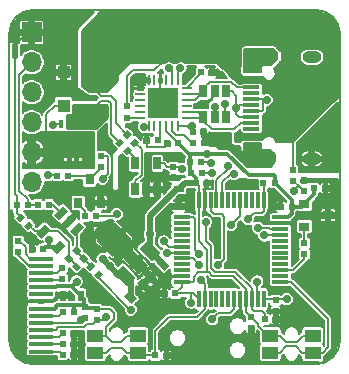
<source format=gtl>
G04 #@! TF.GenerationSoftware,KiCad,Pcbnew,5.1.5-52549c5~84~ubuntu19.10.1*
G04 #@! TF.CreationDate,2020-03-01T18:45:08+01:00*
G04 #@! TF.ProjectId,C245,43323435-2e6b-4696-9361-645f70636258,rev?*
G04 #@! TF.SameCoordinates,Original*
G04 #@! TF.FileFunction,Copper,L1,Top*
G04 #@! TF.FilePolarity,Positive*
%FSLAX46Y46*%
G04 Gerber Fmt 4.6, Leading zero omitted, Abs format (unit mm)*
G04 Created by KiCad (PCBNEW 5.1.5-52549c5~84~ubuntu19.10.1) date 2020-03-01 18:45:08*
%MOMM*%
%LPD*%
G04 APERTURE LIST*
%ADD10C,0.150000*%
%ADD11C,0.100000*%
%ADD12R,0.250000X0.825000*%
%ADD13R,0.825000X0.250000*%
%ADD14R,2.650000X2.650000*%
%ADD15O,1.700000X1.700000*%
%ADD16R,1.700000X1.700000*%
%ADD17R,0.600000X0.900000*%
%ADD18C,0.500000*%
%ADD19R,1.400000X1.050000*%
%ADD20R,1.475000X0.300000*%
%ADD21R,0.300000X1.475000*%
%ADD22R,0.500000X0.600000*%
%ADD23R,0.600000X0.500000*%
%ADD24R,1.300000X0.700000*%
%ADD25R,0.900000X0.600000*%
%ADD26R,0.650000X1.060000*%
%ADD27R,0.900000X0.800000*%
%ADD28R,0.420000X0.700000*%
%ADD29R,0.800000X0.900000*%
%ADD30R,2.000000X0.320000*%
%ADD31R,1.450000X0.600000*%
%ADD32O,2.100000X1.000000*%
%ADD33O,1.600000X1.000000*%
%ADD34R,1.450000X0.300000*%
%ADD35R,1.100000X1.100000*%
%ADD36C,0.700000*%
%ADD37C,0.500000*%
%ADD38C,0.154000*%
%ADD39C,0.300000*%
%ADD40C,0.200000*%
%ADD41C,0.250000*%
G04 APERTURE END LIST*
D10*
X88000000Y-120000001D02*
G75*
G02X85999999Y-118000000I0J2000001D01*
G01*
X114000001Y-118000000D02*
G75*
G02X112000000Y-120000001I-2000001J0D01*
G01*
X112000000Y-89999999D02*
G75*
G02X114000001Y-92000000I0J-2000001D01*
G01*
X86000000Y-92000000D02*
G75*
G02X88000000Y-90000000I2000000J0D01*
G01*
X86000000Y-92000000D02*
X85999999Y-118000000D01*
X112000000Y-90000000D02*
X88000000Y-90000000D01*
X114000000Y-118000000D02*
X114000000Y-92000000D01*
X88000000Y-120000001D02*
X112000000Y-120000001D01*
D11*
G36*
X86250000Y-94000000D02*
G01*
X86250000Y-93000000D01*
X86750000Y-93000000D01*
X86750000Y-94000000D01*
X86250000Y-94000000D01*
G37*
D12*
X100300000Y-99862500D03*
X99800000Y-99862500D03*
X99300000Y-99862500D03*
X98800000Y-99862500D03*
X98300000Y-99862500D03*
X97800000Y-99862500D03*
D13*
X97087500Y-99150000D03*
X97087500Y-98650000D03*
X97087500Y-98150000D03*
X97087500Y-97650000D03*
X97087500Y-97150000D03*
X97087500Y-96650000D03*
D12*
X97800000Y-95937500D03*
X98300000Y-95937500D03*
X98800000Y-95937500D03*
X99300000Y-95937500D03*
X99800000Y-95937500D03*
X100300000Y-95937500D03*
D13*
X101012500Y-96650000D03*
X101012500Y-97150000D03*
X101012500Y-97650000D03*
X101012500Y-98150000D03*
X101012500Y-98650000D03*
X101012500Y-99150000D03*
D14*
X99050000Y-97900000D03*
D15*
X87900000Y-104600000D03*
X87900000Y-102060000D03*
X87900000Y-99520000D03*
X87900000Y-96980000D03*
X87900000Y-94440000D03*
D16*
X87900000Y-91900000D03*
D17*
X90550000Y-114200000D03*
X92050000Y-114200000D03*
D18*
X86500000Y-93000000D03*
X86500000Y-94000000D03*
D19*
X93300000Y-119020000D03*
X96900000Y-119020000D03*
X93300000Y-117580000D03*
X96900000Y-117580000D03*
X108100000Y-119020000D03*
X111700000Y-119020000D03*
X108100000Y-117580000D03*
X111700000Y-117580000D03*
D20*
X100637500Y-113050000D03*
X100637500Y-112550000D03*
X100637500Y-112050000D03*
X100637500Y-111550000D03*
X100637500Y-111050000D03*
X100637500Y-110550000D03*
X100637500Y-110050000D03*
X100637500Y-109550000D03*
X100637500Y-109050000D03*
X100637500Y-108550000D03*
X100637500Y-108050000D03*
X100637500Y-107550000D03*
D21*
X102050000Y-106137500D03*
X102550000Y-106137500D03*
X103050000Y-106137500D03*
X103550000Y-106137500D03*
X104050000Y-106137500D03*
X104550000Y-106137500D03*
X105050000Y-106137500D03*
X105550000Y-106137500D03*
X106050000Y-106137500D03*
X106550000Y-106137500D03*
X107050000Y-106137500D03*
X107550000Y-106137500D03*
D20*
X108962500Y-107550000D03*
X108962500Y-108050000D03*
X108962500Y-108550000D03*
X108962500Y-109050000D03*
X108962500Y-109550000D03*
X108962500Y-110050000D03*
X108962500Y-110550000D03*
X108962500Y-111050000D03*
X108962500Y-111550000D03*
X108962500Y-112050000D03*
X108962500Y-112550000D03*
X108962500Y-113050000D03*
D21*
X107550000Y-114462500D03*
X107050000Y-114462500D03*
X106550000Y-114462500D03*
X106050000Y-114462500D03*
X105550000Y-114462500D03*
X105050000Y-114462500D03*
X104550000Y-114462500D03*
X104050000Y-114462500D03*
X103550000Y-114462500D03*
X103050000Y-114462500D03*
X102550000Y-114462500D03*
X102050000Y-114462500D03*
D22*
X91470000Y-115600000D03*
X90530000Y-115600000D03*
D23*
X96000000Y-98180000D03*
X96000000Y-99120000D03*
D24*
X93550000Y-98450000D03*
X93550000Y-96550000D03*
G04 #@! TA.AperFunction,SMDPad,CuDef*
D11*
G36*
X95706569Y-101182305D02*
G01*
X95282305Y-101606569D01*
X94928751Y-101253015D01*
X95353015Y-100828751D01*
X95706569Y-101182305D01*
G37*
G04 #@! TD.AperFunction*
G04 #@! TA.AperFunction,SMDPad,CuDef*
G36*
X96371249Y-101846985D02*
G01*
X95946985Y-102271249D01*
X95593431Y-101917695D01*
X96017695Y-101493431D01*
X96371249Y-101846985D01*
G37*
G04 #@! TD.AperFunction*
G04 #@! TA.AperFunction,SMDPad,CuDef*
G36*
X96243431Y-101267695D02*
G01*
X96667695Y-100843431D01*
X97021249Y-101196985D01*
X96596985Y-101621249D01*
X96243431Y-101267695D01*
G37*
G04 #@! TD.AperFunction*
G04 #@! TA.AperFunction,SMDPad,CuDef*
G36*
X95578751Y-100603015D02*
G01*
X96003015Y-100178751D01*
X96356569Y-100532305D01*
X95932305Y-100956569D01*
X95578751Y-100603015D01*
G37*
G04 #@! TD.AperFunction*
D22*
X90080000Y-104050000D03*
X91020000Y-104050000D03*
D23*
X111000000Y-109730000D03*
X111000000Y-110670000D03*
D22*
X89370000Y-106500000D03*
X88430000Y-106500000D03*
G04 #@! TA.AperFunction,SMDPad,CuDef*
D11*
G36*
X87243431Y-108267695D02*
G01*
X87667695Y-107843431D01*
X88021249Y-108196985D01*
X87596985Y-108621249D01*
X87243431Y-108267695D01*
G37*
G04 #@! TD.AperFunction*
G04 #@! TA.AperFunction,SMDPad,CuDef*
G36*
X86578751Y-107603015D02*
G01*
X87003015Y-107178751D01*
X87356569Y-107532305D01*
X86932305Y-107956569D01*
X86578751Y-107603015D01*
G37*
G04 #@! TD.AperFunction*
G04 #@! TA.AperFunction,SMDPad,CuDef*
G36*
X92367695Y-111456569D02*
G01*
X91943431Y-111032305D01*
X92296985Y-110678751D01*
X92721249Y-111103015D01*
X92367695Y-111456569D01*
G37*
G04 #@! TD.AperFunction*
G04 #@! TA.AperFunction,SMDPad,CuDef*
G36*
X91703015Y-112121249D02*
G01*
X91278751Y-111696985D01*
X91632305Y-111343431D01*
X92056569Y-111767695D01*
X91703015Y-112121249D01*
G37*
G04 #@! TD.AperFunction*
G04 #@! TA.AperFunction,SMDPad,CuDef*
G36*
X93193431Y-112417695D02*
G01*
X93617695Y-111993431D01*
X93971249Y-112346985D01*
X93546985Y-112771249D01*
X93193431Y-112417695D01*
G37*
G04 #@! TD.AperFunction*
G04 #@! TA.AperFunction,SMDPad,CuDef*
G36*
X92528751Y-111753015D02*
G01*
X92953015Y-111328751D01*
X93306569Y-111682305D01*
X92882305Y-112106569D01*
X92528751Y-111753015D01*
G37*
G04 #@! TD.AperFunction*
D23*
X93400000Y-115330000D03*
X93400000Y-116270000D03*
X93800000Y-103270000D03*
X93800000Y-102330000D03*
D22*
X91470000Y-117400000D03*
X90530000Y-117400000D03*
D23*
X92400000Y-115130000D03*
X92400000Y-116070000D03*
D22*
X92430000Y-107450000D03*
X93370000Y-107450000D03*
D23*
X99900000Y-104220000D03*
X99900000Y-103280000D03*
D22*
X102230000Y-95300000D03*
X103170000Y-95300000D03*
X108470000Y-104650000D03*
X107530000Y-104650000D03*
X98380000Y-119250000D03*
X99320000Y-119250000D03*
X101380000Y-103800000D03*
X102320000Y-103800000D03*
X101280000Y-102900000D03*
X102220000Y-102900000D03*
D23*
X110950000Y-104430000D03*
X110950000Y-105370000D03*
X110000000Y-104470000D03*
X110000000Y-103530000D03*
D22*
X108570000Y-116200000D03*
X107630000Y-116200000D03*
X101530000Y-100300000D03*
X102470000Y-100300000D03*
X102520000Y-101250000D03*
X101580000Y-101250000D03*
X98570000Y-101050000D03*
X97630000Y-101050000D03*
X112770000Y-105100000D03*
X111830000Y-105100000D03*
X87570000Y-106500000D03*
X86630000Y-106500000D03*
G04 #@! TA.AperFunction,SMDPad,CuDef*
D11*
G36*
X91767695Y-110756569D02*
G01*
X91343431Y-110332305D01*
X91696985Y-109978751D01*
X92121249Y-110403015D01*
X91767695Y-110756569D01*
G37*
G04 #@! TD.AperFunction*
G04 #@! TA.AperFunction,SMDPad,CuDef*
G36*
X91103015Y-111421249D02*
G01*
X90678751Y-110996985D01*
X91032305Y-110643431D01*
X91456569Y-111067695D01*
X91103015Y-111421249D01*
G37*
G04 #@! TD.AperFunction*
D22*
X91470000Y-119200000D03*
X90530000Y-119200000D03*
D23*
X86750000Y-109530000D03*
X86750000Y-110470000D03*
D22*
X91470000Y-118300000D03*
X90530000Y-118300000D03*
D23*
X90500000Y-112770000D03*
X90500000Y-111830000D03*
D25*
X100350000Y-106650000D03*
X100350000Y-105150000D03*
D23*
X106500000Y-116970000D03*
X106500000Y-116030000D03*
D22*
X87930000Y-110250000D03*
X88870000Y-110250000D03*
X99380000Y-101300000D03*
X100320000Y-101300000D03*
X99130000Y-114000000D03*
X100070000Y-114000000D03*
X108980000Y-106650000D03*
X109920000Y-106650000D03*
G04 #@! TA.AperFunction,SMDPad,CuDef*
D11*
G36*
X97863604Y-112100000D02*
G01*
X98500000Y-112736396D01*
X98075736Y-113160660D01*
X97439340Y-112524264D01*
X97863604Y-112100000D01*
G37*
G04 #@! TD.AperFunction*
G04 #@! TA.AperFunction,SMDPad,CuDef*
G36*
X98924264Y-111039340D02*
G01*
X99560660Y-111675736D01*
X99136396Y-112100000D01*
X98500000Y-111463604D01*
X98924264Y-111039340D01*
G37*
G04 #@! TD.AperFunction*
D22*
X102720000Y-104650000D03*
X101780000Y-104650000D03*
D23*
X108550000Y-115520000D03*
X108550000Y-114580000D03*
G04 #@! TA.AperFunction,SMDPad,CuDef*
D11*
G36*
X97436396Y-113800000D02*
G01*
X96800000Y-113163604D01*
X97224264Y-112739340D01*
X97860660Y-113375736D01*
X97436396Y-113800000D01*
G37*
G04 #@! TD.AperFunction*
G04 #@! TA.AperFunction,SMDPad,CuDef*
G36*
X96375736Y-114860660D02*
G01*
X95739340Y-114224264D01*
X96163604Y-113800000D01*
X96800000Y-114436396D01*
X96375736Y-114860660D01*
G37*
G04 #@! TD.AperFunction*
D26*
X96650000Y-103000000D03*
X98550000Y-103000000D03*
X98550000Y-105200000D03*
X97600000Y-105200000D03*
X96650000Y-105200000D03*
D27*
X113000000Y-107400000D03*
X111000000Y-108350000D03*
X111000000Y-106450000D03*
G04 #@! TA.AperFunction,SMDPad,CuDef*
D11*
G36*
X90332825Y-109494562D02*
G01*
X90792444Y-109954181D01*
X90042911Y-110703714D01*
X89583292Y-110244095D01*
X90332825Y-109494562D01*
G37*
G04 #@! TD.AperFunction*
G04 #@! TA.AperFunction,SMDPad,CuDef*
G36*
X88989322Y-108151059D02*
G01*
X89448941Y-108610678D01*
X88699408Y-109360211D01*
X88239789Y-108900592D01*
X88989322Y-108151059D01*
G37*
G04 #@! TD.AperFunction*
G04 #@! TA.AperFunction,SMDPad,CuDef*
G36*
X90544957Y-106595424D02*
G01*
X91004576Y-107055043D01*
X90255043Y-107804576D01*
X89795424Y-107344957D01*
X90544957Y-106595424D01*
G37*
G04 #@! TD.AperFunction*
G04 #@! TA.AperFunction,SMDPad,CuDef*
G36*
X91216708Y-107267176D02*
G01*
X91676327Y-107726795D01*
X90926794Y-108476328D01*
X90467175Y-108016709D01*
X91216708Y-107267176D01*
G37*
G04 #@! TD.AperFunction*
G04 #@! TA.AperFunction,SMDPad,CuDef*
G36*
X91888460Y-107938927D02*
G01*
X92348079Y-108398546D01*
X91598546Y-109148079D01*
X91138927Y-108688460D01*
X91888460Y-107938927D01*
G37*
G04 #@! TD.AperFunction*
G04 #@! TA.AperFunction,SMDPad,CuDef*
G36*
X96278146Y-109322511D02*
G01*
X96490278Y-110524593D01*
X95924593Y-111090278D01*
X94722511Y-110878146D01*
X96278146Y-109322511D01*
G37*
G04 #@! TD.AperFunction*
G04 #@! TA.AperFunction,SMDPad,CuDef*
G36*
X94729794Y-110885429D02*
G01*
X93428717Y-109584352D01*
X94984352Y-108028717D01*
X96285429Y-109329794D01*
X94729794Y-110885429D01*
G37*
G04 #@! TD.AperFunction*
G04 #@! TA.AperFunction,SMDPad,CuDef*
G36*
X98083955Y-111269741D02*
G01*
X97023295Y-110209081D01*
X97730401Y-109501975D01*
X98791061Y-110562635D01*
X98083955Y-111269741D01*
G37*
G04 #@! TD.AperFunction*
G04 #@! TA.AperFunction,SMDPad,CuDef*
G36*
X97025770Y-112332876D02*
G01*
X95752978Y-111060084D01*
X96460084Y-110352978D01*
X97732876Y-111625770D01*
X97025770Y-112332876D01*
G37*
G04 #@! TD.AperFunction*
G04 #@! TA.AperFunction,SMDPad,CuDef*
G36*
X95962635Y-113391061D02*
G01*
X94901975Y-112330401D01*
X95609081Y-111623295D01*
X96669741Y-112683955D01*
X95962635Y-113391061D01*
G37*
G04 #@! TD.AperFunction*
G04 #@! TA.AperFunction,SMDPad,CuDef*
G36*
X93436849Y-109592484D02*
G01*
X93260072Y-108567179D01*
X93967179Y-107860072D01*
X94992484Y-108036849D01*
X93436849Y-109592484D01*
G37*
G04 #@! TD.AperFunction*
D26*
X103400000Y-99100000D03*
X104350000Y-99100000D03*
X102450000Y-99100000D03*
X102450000Y-96900000D03*
X103400000Y-96900000D03*
X104350000Y-96900000D03*
D28*
X92375000Y-99700000D03*
X91075000Y-99700000D03*
X91725000Y-99700000D03*
X90425000Y-99700000D03*
G04 #@! TA.AperFunction,SMDPad,CuDef*
D11*
G36*
X92165000Y-103050000D02*
G01*
X92165000Y-102510000D01*
X91935000Y-102510000D01*
X91935000Y-103050000D01*
X91515000Y-103050000D01*
X91515000Y-102510000D01*
X91285000Y-102510000D01*
X91285000Y-103050000D01*
X90865000Y-103050000D01*
X90865000Y-102510000D01*
X90635000Y-102510000D01*
X90635000Y-103050000D01*
X90215000Y-103050000D01*
X90215000Y-100800000D01*
X92585000Y-100800000D01*
X92585000Y-103050000D01*
X92165000Y-103050000D01*
G37*
G04 #@! TD.AperFunction*
D29*
X92800000Y-104350000D03*
X93750000Y-106350000D03*
X91850000Y-106350000D03*
D30*
X88700000Y-111050776D03*
X88700000Y-111656929D03*
X88700000Y-112263082D03*
X88700000Y-112869235D03*
X88700000Y-113475388D03*
X88700000Y-114081541D03*
X88700000Y-114687694D03*
X88700000Y-115293847D03*
X88700000Y-115900000D03*
X88700000Y-116506153D03*
X88700000Y-117112306D03*
X88700000Y-117718459D03*
X88700000Y-118324612D03*
X88700000Y-118930776D03*
D31*
X106500000Y-100700000D03*
X106500000Y-95900000D03*
X106500000Y-95100000D03*
X106500000Y-101500000D03*
D32*
X107415000Y-102620000D03*
X107415000Y-93980000D03*
D33*
X111595000Y-102620000D03*
X111595000Y-93980000D03*
D31*
X106500000Y-95100000D03*
X106500000Y-95900000D03*
D34*
X106500000Y-96550000D03*
X106500000Y-97050000D03*
X106500000Y-97550000D03*
X106500000Y-98050000D03*
X106500000Y-98550000D03*
X106500000Y-99050000D03*
X106500000Y-99550000D03*
X106500000Y-100050000D03*
D31*
X106500000Y-100700000D03*
X106500000Y-101500000D03*
D35*
X90600000Y-95300000D03*
X90600000Y-98100000D03*
D36*
X95800000Y-109800000D03*
X95000000Y-110500000D03*
X94700000Y-109300000D03*
X94300000Y-108400000D03*
X93800000Y-108900000D03*
X98200000Y-98700000D03*
X98200000Y-97100000D03*
X97000000Y-95900000D03*
X101400000Y-95300000D03*
X103900000Y-95500000D03*
X102300000Y-98000000D03*
X99100000Y-107500000D03*
X96500000Y-99900000D03*
X101100000Y-106000000D03*
X98900000Y-108600000D03*
X96500000Y-108400000D03*
X95100000Y-105800000D03*
X93900000Y-100400000D03*
X93900000Y-101400000D03*
X90300000Y-94000000D03*
X91100000Y-94000000D03*
X104000000Y-100700000D03*
X104000000Y-101500000D03*
X98600000Y-104100000D03*
X97800000Y-104100000D03*
X99600000Y-102400000D03*
X96300000Y-106600000D03*
X103538468Y-107897497D03*
X109500000Y-116200000D03*
X110400000Y-114900000D03*
X107400000Y-112100000D03*
X107300000Y-110400000D03*
X105400000Y-109200000D03*
X104200000Y-113100000D03*
X103400000Y-109300000D03*
X106300000Y-118000000D03*
X100400000Y-116600000D03*
X100300000Y-115100000D03*
X98800000Y-115200000D03*
X97600000Y-115400000D03*
X95500000Y-116000000D03*
X94000000Y-114500000D03*
X93100000Y-113900000D03*
X88700000Y-107500000D03*
X90400000Y-105900000D03*
X89800000Y-105100000D03*
X91500000Y-105200000D03*
X94100000Y-105300000D03*
X111100000Y-112100000D03*
X112600000Y-114700000D03*
X111700000Y-116000000D03*
X112000000Y-109700000D03*
X112300000Y-106200000D03*
X105600000Y-104600000D03*
X108400000Y-105700000D03*
X102800000Y-100800000D03*
X99381309Y-110605982D03*
X94216663Y-116016663D03*
X92400000Y-95800000D03*
X92400000Y-95000000D03*
X94500000Y-111700000D03*
X93900000Y-111100000D03*
X93900000Y-104299996D03*
X102000000Y-94200000D03*
X101500000Y-99800000D03*
X99100000Y-109600000D03*
X92041691Y-116287999D03*
X97400000Y-99900000D03*
X106200000Y-107700000D03*
X103400000Y-98200000D03*
X91700000Y-113000000D03*
X97900000Y-109000000D03*
X89400000Y-109500000D03*
X102771216Y-102185655D03*
X101381010Y-114777598D03*
X99500000Y-94900000D03*
X103127748Y-103831941D03*
X107052861Y-108444275D03*
X100500000Y-94900000D03*
X103098498Y-102974466D03*
X107600000Y-109100000D03*
X103200000Y-116200000D03*
X103700008Y-111588580D03*
X102100000Y-110700000D03*
X110100000Y-105300000D03*
X109500000Y-114500000D03*
X95100002Y-107300000D03*
X104800008Y-108200000D03*
X107000000Y-113000000D03*
X96300000Y-115400000D03*
X89750000Y-99750000D03*
X89250000Y-104000000D03*
X104300000Y-98000000D03*
X107800000Y-97600000D03*
X104500000Y-103200000D03*
X105003877Y-103903877D03*
X105181010Y-98299696D03*
X100600000Y-103500000D03*
X102661510Y-107962184D03*
X102233027Y-112900000D03*
X102040303Y-111613569D03*
D37*
X97330330Y-113269670D02*
X97969670Y-112630330D01*
X97969670Y-112569670D02*
X96742927Y-111342927D01*
X97969670Y-112630330D02*
X97969670Y-112569670D01*
D38*
X87600000Y-91900000D02*
X87900000Y-91900000D01*
X86500000Y-93000000D02*
X87600000Y-91900000D01*
X102550000Y-105274000D02*
X102550000Y-106137500D01*
X102720000Y-105104000D02*
X102550000Y-105274000D01*
X102720000Y-104650000D02*
X102720000Y-105104000D01*
X97087500Y-96650000D02*
X97087500Y-95987500D01*
X97087500Y-95987500D02*
X97000000Y-95900000D01*
X97037500Y-95937500D02*
X97000000Y-95900000D01*
X97800000Y-95937500D02*
X97037500Y-95937500D01*
X98800000Y-97650000D02*
X99050000Y-97900000D01*
X98800000Y-95937500D02*
X98800000Y-97650000D01*
X102620802Y-98000000D02*
X102300000Y-98000000D01*
X103400000Y-97220802D02*
X102620802Y-98000000D01*
X103400000Y-96900000D02*
X103400000Y-97220802D01*
X99148999Y-101581001D02*
X97707001Y-101581001D01*
X99380000Y-101350000D02*
X99148999Y-101581001D01*
X97630000Y-101504000D02*
X97630000Y-101050000D01*
X97707001Y-101581001D02*
X97630000Y-101504000D01*
X99380000Y-101300000D02*
X99380000Y-101350000D01*
X103418497Y-107897497D02*
X103538468Y-107897497D01*
X102550000Y-106137500D02*
X102550000Y-107029000D01*
X102550000Y-107029000D02*
X103418497Y-107897497D01*
D39*
X90190730Y-114200000D02*
X90550000Y-114200000D01*
X89703036Y-114687694D02*
X90190730Y-114200000D01*
X88700000Y-114687694D02*
X89703036Y-114687694D01*
D38*
X99437291Y-110550000D02*
X99381309Y-110605982D01*
X100637500Y-110550000D02*
X99437291Y-110550000D01*
X93070000Y-116600000D02*
X93400000Y-116270000D01*
X89923287Y-117112306D02*
X90166594Y-116868999D01*
X88700000Y-117112306D02*
X89923287Y-117112306D01*
X90166594Y-116868999D02*
X92290883Y-116868999D01*
X92290883Y-116868999D02*
X92559882Y-116600000D01*
X92559882Y-116600000D02*
X93070000Y-116600000D01*
X93400000Y-116270000D02*
X93963326Y-116270000D01*
X93963326Y-116270000D02*
X94216663Y-116016663D01*
D37*
X95307178Y-112507178D02*
X94500000Y-111700000D01*
X95307178Y-112507178D02*
X95785858Y-112507178D01*
X93900000Y-111100000D02*
X95307178Y-112507178D01*
X96269670Y-112990990D02*
X95785858Y-112507178D01*
X96269670Y-114330330D02*
X96269670Y-112990990D01*
D40*
X101092500Y-99862500D02*
X101530000Y-100300000D01*
X100300000Y-99862500D02*
X101092500Y-99862500D01*
D38*
X93550000Y-97054000D02*
X93796000Y-97300000D01*
X93550000Y-96550000D02*
X93550000Y-97054000D01*
X93796000Y-97300000D02*
X94600000Y-97300000D01*
X94600000Y-97300000D02*
X95000000Y-97700000D01*
X95000000Y-99600000D02*
X95967660Y-100567660D01*
X95000000Y-97700000D02*
X95000000Y-99600000D01*
X96000000Y-98180000D02*
X96000000Y-95600000D01*
X96000000Y-95600000D02*
X96500000Y-95100000D01*
X96500000Y-95100000D02*
X98300000Y-95100000D01*
X98300000Y-95100000D02*
X99100000Y-94300000D01*
X110000000Y-103530000D02*
X110000000Y-101100000D01*
X110000000Y-101100000D02*
X109700000Y-100800000D01*
X94331001Y-102407001D02*
X94331001Y-103868995D01*
X93800000Y-102330000D02*
X94254000Y-102330000D01*
X94249999Y-103949997D02*
X93900000Y-104299996D01*
X94331001Y-103868995D02*
X94249999Y-103949997D01*
X94254000Y-102330000D02*
X94331001Y-102407001D01*
X101437500Y-99862500D02*
X101500000Y-99800000D01*
X101092500Y-99862500D02*
X101437500Y-99862500D01*
D40*
X92500000Y-104050000D02*
X92800000Y-104350000D01*
X91020000Y-104050000D02*
X92500000Y-104050000D01*
X92850000Y-104350000D02*
X92800000Y-104350000D01*
X93800000Y-103270000D02*
X93800000Y-103400000D01*
X93800000Y-103400000D02*
X92850000Y-104350000D01*
X90211541Y-117718459D02*
X90530000Y-117400000D01*
X88700000Y-117718459D02*
X90211541Y-117718459D01*
D38*
X88700000Y-116506153D02*
X90093847Y-116506153D01*
X91946000Y-116474000D02*
X92350000Y-116070000D01*
X90126000Y-116474000D02*
X91946000Y-116474000D01*
X92350000Y-116070000D02*
X92400000Y-116070000D01*
X90093847Y-116506153D02*
X90126000Y-116474000D01*
X100637500Y-110050000D02*
X99550000Y-110050000D01*
X99550000Y-110050000D02*
X99100000Y-109600000D01*
X92182001Y-116287999D02*
X92041691Y-116287999D01*
X92400000Y-116070000D02*
X92182001Y-116287999D01*
X91850000Y-106450000D02*
X91850000Y-106350000D01*
X92430000Y-107450000D02*
X92430000Y-107030000D01*
X92430000Y-107030000D02*
X91850000Y-106450000D01*
X107380000Y-104800000D02*
X107530000Y-104650000D01*
X107550000Y-104670000D02*
X107530000Y-104650000D01*
X107550000Y-106137500D02*
X107550000Y-104670000D01*
X97800000Y-99862500D02*
X97437500Y-99862500D01*
X97437500Y-99862500D02*
X97400000Y-99900000D01*
X107379000Y-107200000D02*
X106700000Y-107200000D01*
X107550000Y-106137500D02*
X107550000Y-107029000D01*
X106700000Y-107200000D02*
X106200000Y-107700000D01*
X107550000Y-107029000D02*
X107379000Y-107200000D01*
D37*
X99030330Y-111509010D02*
X97907178Y-110385858D01*
X99030330Y-111569670D02*
X99030330Y-111509010D01*
D40*
X102050000Y-104920000D02*
X101780000Y-104650000D01*
X102050000Y-106137500D02*
X102050000Y-104920000D01*
X106050000Y-115580000D02*
X106500000Y-116030000D01*
X106050000Y-114462500D02*
X106050000Y-115580000D01*
X100637500Y-113432500D02*
X100070000Y-114000000D01*
X100637500Y-113050000D02*
X100637500Y-113432500D01*
X101587500Y-114000000D02*
X102050000Y-114462500D01*
D37*
X100200000Y-105150000D02*
X97907178Y-107442822D01*
X97907178Y-109678752D02*
X97907178Y-110385858D01*
X100350000Y-105150000D02*
X100200000Y-105150000D01*
X100850000Y-104650000D02*
X100350000Y-105150000D01*
X101780000Y-104650000D02*
X100850000Y-104650000D01*
D39*
X101780000Y-104200000D02*
X101380000Y-103800000D01*
X101780000Y-104650000D02*
X101780000Y-104200000D01*
X101280000Y-103700000D02*
X101380000Y-103800000D01*
X101280000Y-102900000D02*
X101280000Y-103700000D01*
X101280000Y-102900000D02*
X101280000Y-102260000D01*
D40*
X99300000Y-100280000D02*
X100320000Y-101300000D01*
X99300000Y-99862500D02*
X99300000Y-100280000D01*
D39*
X93200000Y-115230000D02*
X93300000Y-115330000D01*
X92350000Y-115230000D02*
X93200000Y-115230000D01*
X92350000Y-114500000D02*
X92050000Y-114200000D01*
X92350000Y-115230000D02*
X92350000Y-114500000D01*
X91250000Y-113400000D02*
X92050000Y-114200000D01*
X90075388Y-113400000D02*
X91250000Y-113400000D01*
X88700000Y-113475388D02*
X90000000Y-113475388D01*
X90000000Y-113475388D02*
X90075388Y-113400000D01*
X89020862Y-110099138D02*
X88870000Y-110250000D01*
X109920000Y-107250000D02*
X109920000Y-106650000D01*
X109620000Y-107550000D02*
X109920000Y-107250000D01*
X108962500Y-107550000D02*
X109620000Y-107550000D01*
X110800000Y-106650000D02*
X111000000Y-106450000D01*
X109920000Y-106650000D02*
X110800000Y-106650000D01*
X111830000Y-105620000D02*
X111830000Y-105100000D01*
X111000000Y-106450000D02*
X111830000Y-105620000D01*
X109920000Y-106100000D02*
X108470000Y-104650000D01*
X109920000Y-106650000D02*
X109920000Y-106100000D01*
X101280000Y-102260000D02*
X101200000Y-102200000D01*
X101200000Y-102200000D02*
X100320000Y-101300000D01*
D40*
X94180000Y-117580000D02*
X93300000Y-117580000D01*
X95480000Y-118100000D02*
X94700000Y-118100000D01*
X96900000Y-117580000D02*
X96000000Y-117580000D01*
X96000000Y-117580000D02*
X95480000Y-118100000D01*
D38*
X103400000Y-99100000D02*
X103400000Y-98200000D01*
X107100000Y-116630000D02*
X106500000Y-116030000D01*
X108100000Y-117580000D02*
X107925000Y-117580000D01*
X107100000Y-116755000D02*
X107100000Y-116630000D01*
X107925000Y-117580000D02*
X107100000Y-116755000D01*
X110846000Y-117580000D02*
X111700000Y-117580000D01*
X109474000Y-118100000D02*
X110326000Y-118100000D01*
X108100000Y-117580000D02*
X108954000Y-117580000D01*
X110326000Y-118100000D02*
X110846000Y-117580000D01*
X108954000Y-117580000D02*
X109474000Y-118100000D01*
D40*
X100070000Y-114000000D02*
X101300000Y-114000000D01*
X101300000Y-114000000D02*
X101587500Y-114000000D01*
D39*
X91250000Y-113400000D02*
X91300000Y-113400000D01*
X91300000Y-113400000D02*
X91700000Y-113000000D01*
X97907178Y-109007178D02*
X97900000Y-109000000D01*
D37*
X97907178Y-107442822D02*
X97907178Y-109007178D01*
X97900000Y-109000000D02*
X97907178Y-109678752D01*
D39*
X89400862Y-109500862D02*
X89400000Y-109500000D01*
X89400862Y-110099138D02*
X89400862Y-109500862D01*
X90187868Y-110099138D02*
X89400862Y-110099138D01*
X89400862Y-110099138D02*
X89020862Y-110099138D01*
X92350000Y-115180000D02*
X92350000Y-115230000D01*
X92270000Y-115000000D02*
X92400000Y-115130000D01*
X92400000Y-115130000D02*
X92350000Y-115180000D01*
X91470000Y-115030000D02*
X91500000Y-115000000D01*
X91470000Y-115600000D02*
X91470000Y-115030000D01*
X91500000Y-115000000D02*
X92270000Y-115000000D01*
X108420000Y-104000000D02*
X106267924Y-104000000D01*
X104467924Y-102200000D02*
X101200000Y-102200000D01*
X106267924Y-104000000D02*
X104467924Y-102200000D01*
X108470000Y-104050000D02*
X108420000Y-104000000D01*
X108470000Y-104650000D02*
X108470000Y-104050000D01*
D38*
X101381010Y-114081010D02*
X101381010Y-114282624D01*
X101300000Y-114000000D02*
X101381010Y-114081010D01*
X101381010Y-114282624D02*
X101381010Y-114777598D01*
D40*
X102900000Y-112200000D02*
X102882429Y-112217571D01*
X101988497Y-112217571D02*
X101629001Y-112577067D01*
X101629001Y-112577067D02*
X101629001Y-112995999D01*
X101575000Y-113050000D02*
X100637500Y-113050000D01*
X101629001Y-112995999D02*
X101575000Y-113050000D01*
X102882429Y-112217571D02*
X101988497Y-112217571D01*
X102787987Y-112087987D02*
X102900000Y-112200000D01*
X102050000Y-107075000D02*
X102057509Y-107082509D01*
X102050000Y-106137500D02*
X102050000Y-107075000D01*
X102057509Y-107082509D02*
X102057509Y-109563585D01*
X102057509Y-109563585D02*
X102787987Y-110294063D01*
X102787987Y-110294063D02*
X102787987Y-112087987D01*
D38*
X93400000Y-115330000D02*
X94530000Y-115330000D01*
X94530000Y-115330000D02*
X94900000Y-115700000D01*
X94900000Y-115700000D02*
X94900000Y-116155000D01*
X94200000Y-116855000D02*
X94200000Y-117600000D01*
X94900000Y-116155000D02*
X94200000Y-116855000D01*
D40*
X94200000Y-117600000D02*
X94180000Y-117580000D01*
X94700000Y-118100000D02*
X94200000Y-117600000D01*
X104489921Y-112495999D02*
X104505935Y-112512013D01*
X104505935Y-112512013D02*
X104930904Y-112512013D01*
X103910079Y-112495999D02*
X104489921Y-112495999D01*
X106050000Y-113631109D02*
X106050000Y-114462500D01*
X103894065Y-112512013D02*
X103910079Y-112495999D01*
X103212013Y-112512013D02*
X103894065Y-112512013D01*
X102900000Y-112200000D02*
X103212013Y-112512013D01*
X104930904Y-112512013D02*
X106050000Y-113631109D01*
D39*
X90036799Y-114995999D02*
X91023201Y-114995999D01*
X89975999Y-115217848D02*
X89975999Y-115056799D01*
X91023201Y-114995999D02*
X91027202Y-115000000D01*
X89900000Y-115293847D02*
X89975999Y-115217848D01*
X91027202Y-115000000D02*
X91500000Y-115000000D01*
X89975999Y-115056799D02*
X90036799Y-114995999D01*
X88700000Y-115293847D02*
X89900000Y-115293847D01*
D38*
X99800000Y-95937500D02*
X99800000Y-95200000D01*
X99800000Y-95200000D02*
X99500000Y-94900000D01*
X103095807Y-103800000D02*
X103127748Y-103831941D01*
X102320000Y-103800000D02*
X103095807Y-103800000D01*
X108071000Y-108550000D02*
X107965275Y-108444275D01*
X108962500Y-108550000D02*
X108071000Y-108550000D01*
X107965275Y-108444275D02*
X107547835Y-108444275D01*
X107547835Y-108444275D02*
X107052861Y-108444275D01*
X100300000Y-95937500D02*
X100300000Y-95100000D01*
X100300000Y-95100000D02*
X100500000Y-94900000D01*
X102220000Y-102900000D02*
X103024032Y-102900000D01*
X103024032Y-102900000D02*
X103098498Y-102974466D01*
X108912500Y-109100000D02*
X108962500Y-109050000D01*
X107600000Y-109100000D02*
X108912500Y-109100000D01*
X102200000Y-97150000D02*
X102450000Y-96900000D01*
X101012500Y-97150000D02*
X102200000Y-97150000D01*
X101700000Y-97650000D02*
X102450000Y-96900000D01*
X101012500Y-97650000D02*
X101700000Y-97650000D01*
X104820802Y-96100000D02*
X103000000Y-96100000D01*
X103000000Y-96100000D02*
X102450000Y-96650000D01*
X106500000Y-96550000D02*
X105270802Y-96550000D01*
X102450000Y-96650000D02*
X102450000Y-96900000D01*
X105270802Y-96550000D02*
X104820802Y-96100000D01*
X105621000Y-99550000D02*
X105071000Y-100100000D01*
X106500000Y-99550000D02*
X105621000Y-99550000D01*
X102450000Y-99375000D02*
X102450000Y-99100000D01*
X103175000Y-100100000D02*
X102450000Y-99375000D01*
X105071000Y-100100000D02*
X103175000Y-100100000D01*
X102000000Y-98650000D02*
X102450000Y-99100000D01*
X101012500Y-98650000D02*
X102000000Y-98650000D01*
X102400000Y-99150000D02*
X102450000Y-99100000D01*
X101012500Y-99150000D02*
X102400000Y-99150000D01*
X103700000Y-115700000D02*
X103200000Y-116200000D01*
X104704000Y-115700000D02*
X103700000Y-115700000D01*
X105050000Y-114462500D02*
X105050000Y-115354000D01*
X105050000Y-115354000D02*
X104704000Y-115700000D01*
X104050007Y-111238581D02*
X103700008Y-111588580D01*
X103321000Y-107300000D02*
X104000000Y-107300000D01*
X103050000Y-107029000D02*
X103321000Y-107300000D01*
X104000000Y-107300000D02*
X104218998Y-107518998D01*
X104218998Y-107518998D02*
X104218998Y-111069590D01*
X103050000Y-106137500D02*
X103050000Y-107029000D01*
X104218998Y-111069590D02*
X104050007Y-111238581D01*
X101529000Y-107550000D02*
X101726498Y-107747498D01*
X101750001Y-110350001D02*
X102100000Y-110700000D01*
X101726498Y-107747498D02*
X101726498Y-110326498D01*
X100637500Y-107550000D02*
X101529000Y-107550000D01*
X101726498Y-110326498D02*
X101750001Y-110350001D01*
D40*
X86834001Y-109530000D02*
X86750000Y-109530000D01*
X87400000Y-110095999D02*
X86834001Y-109530000D01*
X87400000Y-110700000D02*
X87400000Y-110095999D01*
X88700000Y-111050776D02*
X87750776Y-111050776D01*
X87750776Y-111050776D02*
X87400000Y-110700000D01*
X86750000Y-110750000D02*
X86750000Y-110470000D01*
X88700000Y-111656929D02*
X87656929Y-111656929D01*
X87656929Y-111656929D02*
X86750000Y-110750000D01*
X90066918Y-112263082D02*
X90500000Y-111830000D01*
X88700000Y-112263082D02*
X90066918Y-112263082D01*
X90400765Y-112869235D02*
X90500000Y-112770000D01*
X88700000Y-112869235D02*
X90400765Y-112869235D01*
X90230000Y-115900000D02*
X90530000Y-115600000D01*
X88700000Y-115900000D02*
X90230000Y-115900000D01*
X90505388Y-118324612D02*
X90530000Y-118300000D01*
X88700000Y-118324612D02*
X90505388Y-118324612D01*
X90260776Y-118930776D02*
X90530000Y-119200000D01*
X88700000Y-118930776D02*
X90260776Y-118930776D01*
X89700000Y-106500000D02*
X90400000Y-107200000D01*
X89370000Y-106500000D02*
X89700000Y-106500000D01*
X88155635Y-108755635D02*
X87632340Y-108232340D01*
X88844365Y-108755635D02*
X88155635Y-108755635D01*
D38*
X91667660Y-111632340D02*
X91067660Y-111032340D01*
X91667660Y-111732340D02*
X91667660Y-111632340D01*
X91067660Y-111032340D02*
X91067660Y-109667660D01*
X90155635Y-108755635D02*
X88844365Y-108755635D01*
X91067660Y-109667660D02*
X90155635Y-108755635D01*
X91732340Y-110532340D02*
X91732340Y-110367660D01*
X92917660Y-111717660D02*
X91732340Y-110532340D01*
X91732340Y-108554666D02*
X91743503Y-108543503D01*
X91732340Y-110367660D02*
X91732340Y-108554666D01*
X108432500Y-114462500D02*
X108550000Y-114580000D01*
X107550000Y-114462500D02*
X108432500Y-114462500D01*
X110950000Y-105350000D02*
X110950000Y-105370000D01*
X110000000Y-104470000D02*
X110070000Y-104470000D01*
X110400000Y-105000000D02*
X110100000Y-105300000D01*
X110600000Y-105000000D02*
X110400000Y-105000000D01*
X110070000Y-104470000D02*
X110600000Y-105000000D01*
X110600000Y-105000000D02*
X110950000Y-105350000D01*
X108630000Y-114500000D02*
X108550000Y-114580000D01*
X109500000Y-114500000D02*
X108630000Y-114500000D01*
X93370000Y-107450000D02*
X94950002Y-107450000D01*
X94950002Y-107450000D02*
X95100002Y-107300000D01*
X105550000Y-107450008D02*
X104800008Y-108200000D01*
X105550000Y-106137500D02*
X105550000Y-107450008D01*
X93582340Y-112735894D02*
X96146446Y-115300000D01*
X93582340Y-112382340D02*
X93582340Y-112735894D01*
X107000000Y-114412500D02*
X107050000Y-114462500D01*
X107000000Y-113000000D02*
X107000000Y-114412500D01*
X111000000Y-111074000D02*
X111000000Y-110670000D01*
X110024000Y-112050000D02*
X111000000Y-111074000D01*
X108962500Y-112050000D02*
X110024000Y-112050000D01*
X111000000Y-109730000D02*
X111000000Y-108350000D01*
D40*
X89800000Y-99700000D02*
X89750000Y-99750000D01*
X90425000Y-99700000D02*
X89800000Y-99700000D01*
X90030000Y-104000000D02*
X90080000Y-104050000D01*
X89250000Y-104000000D02*
X90030000Y-104000000D01*
D38*
X104300000Y-99050000D02*
X104350000Y-99100000D01*
X104300000Y-98000000D02*
X104300000Y-99050000D01*
X107379000Y-98550000D02*
X106500000Y-98550000D01*
X107456001Y-98472999D02*
X107379000Y-98550000D01*
X107379000Y-97550000D02*
X107456001Y-97627001D01*
X107456001Y-97627001D02*
X107456001Y-98472999D01*
X106500000Y-97550000D02*
X107379000Y-97550000D01*
X107456001Y-97627001D02*
X107772999Y-97627001D01*
X107772999Y-97627001D02*
X107800000Y-97600000D01*
X104500000Y-103494974D02*
X104500000Y-103200000D01*
X103550000Y-106137500D02*
X103550000Y-104444974D01*
X103550000Y-104444974D02*
X104500000Y-103494974D01*
X104750000Y-103903877D02*
X105003877Y-103903877D01*
X104050000Y-106137500D02*
X104050000Y-104603877D01*
X104050000Y-104603877D02*
X104750000Y-103903877D01*
X106500000Y-99050000D02*
X105436340Y-99050000D01*
X104350000Y-96900000D02*
X104829000Y-96900000D01*
X105181010Y-97252010D02*
X105181010Y-97804722D01*
X104829000Y-96900000D02*
X105181010Y-97252010D01*
X105430706Y-98050000D02*
X105181010Y-98299696D01*
X106500000Y-98050000D02*
X105430706Y-98050000D01*
X105181010Y-97804722D02*
X105181010Y-98299696D01*
X105181010Y-98794670D02*
X105181010Y-98299696D01*
X105436340Y-99050000D02*
X105181010Y-98794670D01*
X98800000Y-100820000D02*
X98800000Y-99862500D01*
X98570000Y-101050000D02*
X98800000Y-100820000D01*
D40*
X101472798Y-101250000D02*
X101580000Y-101250000D01*
X100822798Y-100600000D02*
X101472798Y-101250000D01*
X100125000Y-100600000D02*
X100822798Y-100600000D01*
X99800000Y-99862500D02*
X99800000Y-100275000D01*
X99800000Y-100275000D02*
X100125000Y-100600000D01*
D38*
X101012500Y-96650000D02*
X101012500Y-96587500D01*
X102230000Y-95370000D02*
X102230000Y-95300000D01*
X101012500Y-96587500D02*
X102230000Y-95370000D01*
X93550000Y-98450000D02*
X93550000Y-97950000D01*
X94600000Y-100500000D02*
X95317660Y-101217660D01*
X94600000Y-97900000D02*
X94600000Y-100500000D01*
X94400000Y-97700000D02*
X94600000Y-97900000D01*
X93550000Y-97950000D02*
X93800000Y-97700000D01*
X93800000Y-97700000D02*
X94400000Y-97700000D01*
X106696000Y-115500000D02*
X106550000Y-115354000D01*
X107384000Y-115500000D02*
X106696000Y-115500000D01*
X107630000Y-116200000D02*
X107630000Y-115746000D01*
X106550000Y-115354000D02*
X106550000Y-114462500D01*
X107630000Y-115746000D02*
X107384000Y-115500000D01*
X98550000Y-103000000D02*
X99100000Y-103000000D01*
X99380000Y-103280000D02*
X99900000Y-103280000D01*
X99100000Y-103000000D02*
X99380000Y-103280000D01*
X99900000Y-103280000D02*
X100380000Y-103280000D01*
X100380000Y-103280000D02*
X100600000Y-103500000D01*
X103421118Y-112181002D02*
X103118998Y-111878882D01*
X102661510Y-109561510D02*
X102661510Y-108457158D01*
X103118998Y-110018998D02*
X102661510Y-109561510D01*
X103118998Y-111878882D02*
X103118998Y-110018998D01*
X103772970Y-112164988D02*
X103756956Y-112181002D01*
X106550000Y-113571000D02*
X105143988Y-112164988D01*
X106550000Y-114462500D02*
X106550000Y-113571000D01*
X102661510Y-108457158D02*
X102661510Y-107962184D01*
X103756956Y-112181002D02*
X103421118Y-112181002D01*
X105143988Y-112164988D02*
X103772970Y-112164988D01*
X96650000Y-104516000D02*
X96650000Y-105200000D01*
X97206001Y-103959999D02*
X96650000Y-104516000D01*
X97206001Y-101806001D02*
X97206001Y-103959999D01*
X96632340Y-101232340D02*
X97206001Y-101806001D01*
X96650000Y-102550000D02*
X95982340Y-101882340D01*
X96650000Y-103000000D02*
X96650000Y-102550000D01*
X97057500Y-99120000D02*
X97087500Y-99150000D01*
X96000000Y-99120000D02*
X97057500Y-99120000D01*
X109854000Y-113050000D02*
X113000000Y-116196000D01*
X108962500Y-113050000D02*
X109854000Y-113050000D01*
X112554000Y-119020000D02*
X111700000Y-119020000D01*
X113000000Y-118574000D02*
X112554000Y-119020000D01*
X113000000Y-116196000D02*
X113000000Y-118574000D01*
X108954000Y-119020000D02*
X108100000Y-119020000D01*
X109474000Y-118500000D02*
X108954000Y-119020000D01*
X110300000Y-118500000D02*
X109474000Y-118500000D01*
X111700000Y-119020000D02*
X110820000Y-119020000D01*
X110820000Y-119020000D02*
X110300000Y-118500000D01*
D40*
X87570000Y-106500000D02*
X88430000Y-106500000D01*
D38*
X87570000Y-106046000D02*
X87570000Y-106500000D01*
X86818999Y-105294999D02*
X87570000Y-106046000D01*
X86818999Y-95521001D02*
X86818999Y-105294999D01*
X87900000Y-94440000D02*
X86818999Y-95521001D01*
X88305000Y-101655000D02*
X87900000Y-102060000D01*
D40*
X89145998Y-98804002D02*
X89145998Y-100645998D01*
X89145998Y-100645998D02*
X89250000Y-100750000D01*
X90600000Y-98100000D02*
X89850000Y-98100000D01*
X89850000Y-98100000D02*
X89145998Y-98804002D01*
D39*
X91400000Y-101655000D02*
X91400000Y-101600000D01*
X91400000Y-101600000D02*
X91250000Y-101750000D01*
X91250000Y-101750000D02*
X89500000Y-101750000D01*
X90995000Y-102060000D02*
X91400000Y-101655000D01*
X87900000Y-102060000D02*
X90995000Y-102060000D01*
X89102081Y-102060000D02*
X87900000Y-102060000D01*
X90042081Y-103000000D02*
X89102081Y-102060000D01*
X92750000Y-103000000D02*
X90042081Y-103000000D01*
X89260000Y-100700000D02*
X92700000Y-100700000D01*
X92700000Y-100700000D02*
X92700000Y-103100000D01*
X92700000Y-103100000D02*
X92600000Y-103200000D01*
X92600000Y-103200000D02*
X90100000Y-103200000D01*
X90100000Y-103200000D02*
X90100000Y-102600000D01*
X90100000Y-102600000D02*
X90100000Y-101000000D01*
X90100000Y-101000000D02*
X90100000Y-100500000D01*
D40*
X86630000Y-107230000D02*
X86967660Y-107567660D01*
X86630000Y-106500000D02*
X86630000Y-107230000D01*
D38*
X86630000Y-105738000D02*
X86630000Y-106500000D01*
X86500000Y-94000000D02*
X86500000Y-105608000D01*
X86500000Y-105608000D02*
X86630000Y-105738000D01*
D40*
X96000000Y-119020000D02*
X96900000Y-119020000D01*
X94200000Y-119020000D02*
X94624001Y-118595999D01*
X95575999Y-118595999D02*
X96000000Y-119020000D01*
X94624001Y-118595999D02*
X95575999Y-118595999D01*
X93300000Y-119020000D02*
X94200000Y-119020000D01*
X97130000Y-119250000D02*
X96900000Y-119020000D01*
X98380000Y-119250000D02*
X97130000Y-119250000D01*
D38*
X101904000Y-116000000D02*
X102550000Y-115354000D01*
X98380000Y-117160118D02*
X99540118Y-116000000D01*
X102550000Y-115354000D02*
X102550000Y-114462500D01*
X98380000Y-119250000D02*
X98380000Y-117160118D01*
X99540118Y-116000000D02*
X101904000Y-116000000D01*
X102550000Y-113216973D02*
X102233027Y-112900000D01*
X102550000Y-114462500D02*
X102550000Y-113216973D01*
X102040303Y-111561303D02*
X102040303Y-111613569D01*
X100637500Y-111050000D02*
X101529000Y-111050000D01*
X101529000Y-111050000D02*
X102040303Y-111561303D01*
D41*
G36*
X112349434Y-90235220D02*
G01*
X112685561Y-90336703D01*
X112995574Y-90501539D01*
X113267665Y-90723452D01*
X113491473Y-90993989D01*
X113658470Y-91302844D01*
X113762297Y-91638255D01*
X113799989Y-91996863D01*
X113800001Y-92000417D01*
X113800001Y-97273223D01*
X109958483Y-101114741D01*
X109933715Y-101125000D01*
X108547904Y-101125000D01*
X108525788Y-101013820D01*
X108480257Y-100903899D01*
X108414157Y-100804973D01*
X108330027Y-100720843D01*
X108231101Y-100654743D01*
X108121180Y-100609212D01*
X108004489Y-100586000D01*
X107885511Y-100586000D01*
X107768820Y-100609212D01*
X107658899Y-100654743D01*
X107559973Y-100720843D01*
X107475843Y-100804973D01*
X107409743Y-100903899D01*
X107395303Y-100938760D01*
X107354430Y-100926361D01*
X107300000Y-100921000D01*
X107238696Y-100921000D01*
X107225000Y-100919651D01*
X105775000Y-100919651D01*
X105720307Y-100925038D01*
X105667715Y-100940991D01*
X105619246Y-100966898D01*
X105576763Y-101001763D01*
X105541898Y-101044246D01*
X105515991Y-101092715D01*
X105506198Y-101125000D01*
X105125000Y-101125000D01*
X105125000Y-100452403D01*
X105140788Y-100450848D01*
X105207894Y-100430492D01*
X105269740Y-100397435D01*
X105323948Y-100352948D01*
X105335100Y-100339359D01*
X105494651Y-100179808D01*
X105494651Y-100200000D01*
X105500038Y-100254693D01*
X105515991Y-100307285D01*
X105541898Y-100355754D01*
X105576763Y-100398237D01*
X105619246Y-100433102D01*
X105667715Y-100459009D01*
X105720307Y-100474962D01*
X105775000Y-100480349D01*
X107225000Y-100480349D01*
X107279693Y-100474962D01*
X107332285Y-100459009D01*
X107380754Y-100433102D01*
X107423237Y-100398237D01*
X107458102Y-100355754D01*
X107484009Y-100307285D01*
X107499962Y-100254693D01*
X107505349Y-100200000D01*
X107505349Y-99900000D01*
X107499962Y-99845307D01*
X107486219Y-99800000D01*
X107499962Y-99754693D01*
X107505349Y-99700000D01*
X107505349Y-99400000D01*
X107499962Y-99345307D01*
X107486219Y-99300000D01*
X107499962Y-99254693D01*
X107505349Y-99200000D01*
X107505349Y-98900000D01*
X107503789Y-98884164D01*
X107515894Y-98880492D01*
X107577740Y-98847435D01*
X107631948Y-98802948D01*
X107643101Y-98789358D01*
X107695359Y-98737100D01*
X107708949Y-98725947D01*
X107753436Y-98671739D01*
X107786493Y-98609893D01*
X107806849Y-98542787D01*
X107812001Y-98490482D01*
X107813723Y-98472999D01*
X107812001Y-98455516D01*
X107812001Y-98229000D01*
X107861951Y-98229000D01*
X107983472Y-98204827D01*
X108097943Y-98157412D01*
X108200964Y-98088576D01*
X108288576Y-98000964D01*
X108357412Y-97897943D01*
X108404827Y-97783472D01*
X108429000Y-97661951D01*
X108429000Y-97538049D01*
X108404827Y-97416528D01*
X108357412Y-97302057D01*
X108288576Y-97199036D01*
X108200964Y-97111424D01*
X108097943Y-97042588D01*
X107983472Y-96995173D01*
X107861951Y-96971000D01*
X107738049Y-96971000D01*
X107616528Y-96995173D01*
X107505349Y-97041224D01*
X107505349Y-96900000D01*
X107499962Y-96845307D01*
X107486219Y-96800000D01*
X107499962Y-96754693D01*
X107505349Y-96700000D01*
X107505349Y-96400000D01*
X107499962Y-96345307D01*
X107484009Y-96292715D01*
X107458102Y-96244246D01*
X107423237Y-96201763D01*
X107380754Y-96166898D01*
X107332285Y-96140991D01*
X107279693Y-96125038D01*
X107225000Y-96119651D01*
X105775000Y-96119651D01*
X105720307Y-96125038D01*
X105667715Y-96140991D01*
X105619246Y-96166898D01*
X105586222Y-96194000D01*
X105418262Y-96194000D01*
X105084902Y-95860641D01*
X105073750Y-95847052D01*
X105019542Y-95802565D01*
X104957696Y-95769508D01*
X104941315Y-95764539D01*
X104507688Y-95330912D01*
X104504827Y-95316528D01*
X104457412Y-95202057D01*
X104388576Y-95099036D01*
X104300964Y-95011424D01*
X104197943Y-94942588D01*
X104083472Y-94895173D01*
X104069088Y-94892312D01*
X103976776Y-94800000D01*
X105494651Y-94800000D01*
X105494651Y-95400000D01*
X105500038Y-95454693D01*
X105515991Y-95507285D01*
X105541898Y-95555754D01*
X105576763Y-95598237D01*
X105619246Y-95633102D01*
X105667715Y-95659009D01*
X105720307Y-95674962D01*
X105775000Y-95680349D01*
X107225000Y-95680349D01*
X107238696Y-95679000D01*
X107300000Y-95679000D01*
X107354429Y-95673639D01*
X107395303Y-95661240D01*
X107409743Y-95696101D01*
X107475843Y-95795027D01*
X107559973Y-95879157D01*
X107658899Y-95945257D01*
X107768820Y-95990788D01*
X107885511Y-96014000D01*
X108004489Y-96014000D01*
X108121180Y-95990788D01*
X108231101Y-95945257D01*
X108330027Y-95879157D01*
X108414157Y-95795027D01*
X108480257Y-95696101D01*
X108525788Y-95586180D01*
X108549000Y-95469489D01*
X108549000Y-95350511D01*
X108525788Y-95233820D01*
X108480257Y-95123899D01*
X108414157Y-95024973D01*
X108388457Y-94999273D01*
X108426572Y-94967994D01*
X108967994Y-94426572D01*
X109002691Y-94384293D01*
X109028473Y-94336058D01*
X109057762Y-94265348D01*
X109073639Y-94213009D01*
X109079000Y-94158579D01*
X109079000Y-93980000D01*
X110512231Y-93980000D01*
X110527272Y-94132711D01*
X110571816Y-94279553D01*
X110644151Y-94414883D01*
X110741499Y-94533501D01*
X110860117Y-94630849D01*
X110995447Y-94703184D01*
X111142289Y-94747728D01*
X111256733Y-94759000D01*
X111933267Y-94759000D01*
X112047711Y-94747728D01*
X112194553Y-94703184D01*
X112329883Y-94630849D01*
X112448501Y-94533501D01*
X112545849Y-94414883D01*
X112618184Y-94279553D01*
X112662728Y-94132711D01*
X112677769Y-93980000D01*
X112662728Y-93827289D01*
X112618184Y-93680447D01*
X112545849Y-93545117D01*
X112448501Y-93426499D01*
X112329883Y-93329151D01*
X112194553Y-93256816D01*
X112047711Y-93212272D01*
X111933267Y-93201000D01*
X111256733Y-93201000D01*
X111142289Y-93212272D01*
X110995447Y-93256816D01*
X110860117Y-93329151D01*
X110741499Y-93426499D01*
X110644151Y-93545117D01*
X110571816Y-93680447D01*
X110527272Y-93827289D01*
X110512231Y-93980000D01*
X109079000Y-93980000D01*
X109079000Y-93641421D01*
X109073639Y-93586991D01*
X109057762Y-93534652D01*
X109028473Y-93463942D01*
X109002691Y-93415707D01*
X108967994Y-93373428D01*
X108626572Y-93032006D01*
X108584293Y-92997309D01*
X108536058Y-92971527D01*
X108465348Y-92942238D01*
X108413009Y-92926361D01*
X108358579Y-92921000D01*
X105900000Y-92921000D01*
X105845571Y-92926361D01*
X105793233Y-92942237D01*
X105722522Y-92971526D01*
X105674284Y-92997310D01*
X105632005Y-93032007D01*
X105597308Y-93074286D01*
X105571526Y-93122522D01*
X105542237Y-93193233D01*
X105526361Y-93245570D01*
X105521000Y-93300000D01*
X105521000Y-94683344D01*
X105515991Y-94692715D01*
X105500038Y-94745307D01*
X105494651Y-94800000D01*
X103976776Y-94800000D01*
X103617677Y-94440901D01*
X103598735Y-94425355D01*
X103577124Y-94413804D01*
X103506414Y-94384515D01*
X103482965Y-94377402D01*
X103458579Y-94375000D01*
X100846451Y-94375000D01*
X100797943Y-94342588D01*
X100683472Y-94295173D01*
X100561951Y-94271000D01*
X100438049Y-94271000D01*
X100316528Y-94295173D01*
X100202057Y-94342588D01*
X100153549Y-94375000D01*
X99846451Y-94375000D01*
X99797943Y-94342588D01*
X99683472Y-94295173D01*
X99561951Y-94271000D01*
X99438049Y-94271000D01*
X99316528Y-94295173D01*
X99202057Y-94342588D01*
X99153549Y-94375000D01*
X96291421Y-94375000D01*
X96267035Y-94377402D01*
X96243586Y-94384515D01*
X96172876Y-94413804D01*
X96151265Y-94425355D01*
X96132323Y-94440901D01*
X95190901Y-95382323D01*
X95175355Y-95401265D01*
X95163804Y-95422876D01*
X95134515Y-95493586D01*
X95127402Y-95517035D01*
X95125000Y-95541421D01*
X95125000Y-95933715D01*
X95114741Y-95958483D01*
X94208483Y-96864741D01*
X94183715Y-96875000D01*
X92798785Y-96875000D01*
X92778745Y-96868932D01*
X92126711Y-96434243D01*
X92125455Y-96432860D01*
X92125000Y-96431045D01*
X92125000Y-91816285D01*
X92135259Y-91791517D01*
X93726776Y-90200000D01*
X111990233Y-90200000D01*
X112349434Y-90235220D01*
G37*
X112349434Y-90235220D02*
X112685561Y-90336703D01*
X112995574Y-90501539D01*
X113267665Y-90723452D01*
X113491473Y-90993989D01*
X113658470Y-91302844D01*
X113762297Y-91638255D01*
X113799989Y-91996863D01*
X113800001Y-92000417D01*
X113800001Y-97273223D01*
X109958483Y-101114741D01*
X109933715Y-101125000D01*
X108547904Y-101125000D01*
X108525788Y-101013820D01*
X108480257Y-100903899D01*
X108414157Y-100804973D01*
X108330027Y-100720843D01*
X108231101Y-100654743D01*
X108121180Y-100609212D01*
X108004489Y-100586000D01*
X107885511Y-100586000D01*
X107768820Y-100609212D01*
X107658899Y-100654743D01*
X107559973Y-100720843D01*
X107475843Y-100804973D01*
X107409743Y-100903899D01*
X107395303Y-100938760D01*
X107354430Y-100926361D01*
X107300000Y-100921000D01*
X107238696Y-100921000D01*
X107225000Y-100919651D01*
X105775000Y-100919651D01*
X105720307Y-100925038D01*
X105667715Y-100940991D01*
X105619246Y-100966898D01*
X105576763Y-101001763D01*
X105541898Y-101044246D01*
X105515991Y-101092715D01*
X105506198Y-101125000D01*
X105125000Y-101125000D01*
X105125000Y-100452403D01*
X105140788Y-100450848D01*
X105207894Y-100430492D01*
X105269740Y-100397435D01*
X105323948Y-100352948D01*
X105335100Y-100339359D01*
X105494651Y-100179808D01*
X105494651Y-100200000D01*
X105500038Y-100254693D01*
X105515991Y-100307285D01*
X105541898Y-100355754D01*
X105576763Y-100398237D01*
X105619246Y-100433102D01*
X105667715Y-100459009D01*
X105720307Y-100474962D01*
X105775000Y-100480349D01*
X107225000Y-100480349D01*
X107279693Y-100474962D01*
X107332285Y-100459009D01*
X107380754Y-100433102D01*
X107423237Y-100398237D01*
X107458102Y-100355754D01*
X107484009Y-100307285D01*
X107499962Y-100254693D01*
X107505349Y-100200000D01*
X107505349Y-99900000D01*
X107499962Y-99845307D01*
X107486219Y-99800000D01*
X107499962Y-99754693D01*
X107505349Y-99700000D01*
X107505349Y-99400000D01*
X107499962Y-99345307D01*
X107486219Y-99300000D01*
X107499962Y-99254693D01*
X107505349Y-99200000D01*
X107505349Y-98900000D01*
X107503789Y-98884164D01*
X107515894Y-98880492D01*
X107577740Y-98847435D01*
X107631948Y-98802948D01*
X107643101Y-98789358D01*
X107695359Y-98737100D01*
X107708949Y-98725947D01*
X107753436Y-98671739D01*
X107786493Y-98609893D01*
X107806849Y-98542787D01*
X107812001Y-98490482D01*
X107813723Y-98472999D01*
X107812001Y-98455516D01*
X107812001Y-98229000D01*
X107861951Y-98229000D01*
X107983472Y-98204827D01*
X108097943Y-98157412D01*
X108200964Y-98088576D01*
X108288576Y-98000964D01*
X108357412Y-97897943D01*
X108404827Y-97783472D01*
X108429000Y-97661951D01*
X108429000Y-97538049D01*
X108404827Y-97416528D01*
X108357412Y-97302057D01*
X108288576Y-97199036D01*
X108200964Y-97111424D01*
X108097943Y-97042588D01*
X107983472Y-96995173D01*
X107861951Y-96971000D01*
X107738049Y-96971000D01*
X107616528Y-96995173D01*
X107505349Y-97041224D01*
X107505349Y-96900000D01*
X107499962Y-96845307D01*
X107486219Y-96800000D01*
X107499962Y-96754693D01*
X107505349Y-96700000D01*
X107505349Y-96400000D01*
X107499962Y-96345307D01*
X107484009Y-96292715D01*
X107458102Y-96244246D01*
X107423237Y-96201763D01*
X107380754Y-96166898D01*
X107332285Y-96140991D01*
X107279693Y-96125038D01*
X107225000Y-96119651D01*
X105775000Y-96119651D01*
X105720307Y-96125038D01*
X105667715Y-96140991D01*
X105619246Y-96166898D01*
X105586222Y-96194000D01*
X105418262Y-96194000D01*
X105084902Y-95860641D01*
X105073750Y-95847052D01*
X105019542Y-95802565D01*
X104957696Y-95769508D01*
X104941315Y-95764539D01*
X104507688Y-95330912D01*
X104504827Y-95316528D01*
X104457412Y-95202057D01*
X104388576Y-95099036D01*
X104300964Y-95011424D01*
X104197943Y-94942588D01*
X104083472Y-94895173D01*
X104069088Y-94892312D01*
X103976776Y-94800000D01*
X105494651Y-94800000D01*
X105494651Y-95400000D01*
X105500038Y-95454693D01*
X105515991Y-95507285D01*
X105541898Y-95555754D01*
X105576763Y-95598237D01*
X105619246Y-95633102D01*
X105667715Y-95659009D01*
X105720307Y-95674962D01*
X105775000Y-95680349D01*
X107225000Y-95680349D01*
X107238696Y-95679000D01*
X107300000Y-95679000D01*
X107354429Y-95673639D01*
X107395303Y-95661240D01*
X107409743Y-95696101D01*
X107475843Y-95795027D01*
X107559973Y-95879157D01*
X107658899Y-95945257D01*
X107768820Y-95990788D01*
X107885511Y-96014000D01*
X108004489Y-96014000D01*
X108121180Y-95990788D01*
X108231101Y-95945257D01*
X108330027Y-95879157D01*
X108414157Y-95795027D01*
X108480257Y-95696101D01*
X108525788Y-95586180D01*
X108549000Y-95469489D01*
X108549000Y-95350511D01*
X108525788Y-95233820D01*
X108480257Y-95123899D01*
X108414157Y-95024973D01*
X108388457Y-94999273D01*
X108426572Y-94967994D01*
X108967994Y-94426572D01*
X109002691Y-94384293D01*
X109028473Y-94336058D01*
X109057762Y-94265348D01*
X109073639Y-94213009D01*
X109079000Y-94158579D01*
X109079000Y-93980000D01*
X110512231Y-93980000D01*
X110527272Y-94132711D01*
X110571816Y-94279553D01*
X110644151Y-94414883D01*
X110741499Y-94533501D01*
X110860117Y-94630849D01*
X110995447Y-94703184D01*
X111142289Y-94747728D01*
X111256733Y-94759000D01*
X111933267Y-94759000D01*
X112047711Y-94747728D01*
X112194553Y-94703184D01*
X112329883Y-94630849D01*
X112448501Y-94533501D01*
X112545849Y-94414883D01*
X112618184Y-94279553D01*
X112662728Y-94132711D01*
X112677769Y-93980000D01*
X112662728Y-93827289D01*
X112618184Y-93680447D01*
X112545849Y-93545117D01*
X112448501Y-93426499D01*
X112329883Y-93329151D01*
X112194553Y-93256816D01*
X112047711Y-93212272D01*
X111933267Y-93201000D01*
X111256733Y-93201000D01*
X111142289Y-93212272D01*
X110995447Y-93256816D01*
X110860117Y-93329151D01*
X110741499Y-93426499D01*
X110644151Y-93545117D01*
X110571816Y-93680447D01*
X110527272Y-93827289D01*
X110512231Y-93980000D01*
X109079000Y-93980000D01*
X109079000Y-93641421D01*
X109073639Y-93586991D01*
X109057762Y-93534652D01*
X109028473Y-93463942D01*
X109002691Y-93415707D01*
X108967994Y-93373428D01*
X108626572Y-93032006D01*
X108584293Y-92997309D01*
X108536058Y-92971527D01*
X108465348Y-92942238D01*
X108413009Y-92926361D01*
X108358579Y-92921000D01*
X105900000Y-92921000D01*
X105845571Y-92926361D01*
X105793233Y-92942237D01*
X105722522Y-92971526D01*
X105674284Y-92997310D01*
X105632005Y-93032007D01*
X105597308Y-93074286D01*
X105571526Y-93122522D01*
X105542237Y-93193233D01*
X105526361Y-93245570D01*
X105521000Y-93300000D01*
X105521000Y-94683344D01*
X105515991Y-94692715D01*
X105500038Y-94745307D01*
X105494651Y-94800000D01*
X103976776Y-94800000D01*
X103617677Y-94440901D01*
X103598735Y-94425355D01*
X103577124Y-94413804D01*
X103506414Y-94384515D01*
X103482965Y-94377402D01*
X103458579Y-94375000D01*
X100846451Y-94375000D01*
X100797943Y-94342588D01*
X100683472Y-94295173D01*
X100561951Y-94271000D01*
X100438049Y-94271000D01*
X100316528Y-94295173D01*
X100202057Y-94342588D01*
X100153549Y-94375000D01*
X99846451Y-94375000D01*
X99797943Y-94342588D01*
X99683472Y-94295173D01*
X99561951Y-94271000D01*
X99438049Y-94271000D01*
X99316528Y-94295173D01*
X99202057Y-94342588D01*
X99153549Y-94375000D01*
X96291421Y-94375000D01*
X96267035Y-94377402D01*
X96243586Y-94384515D01*
X96172876Y-94413804D01*
X96151265Y-94425355D01*
X96132323Y-94440901D01*
X95190901Y-95382323D01*
X95175355Y-95401265D01*
X95163804Y-95422876D01*
X95134515Y-95493586D01*
X95127402Y-95517035D01*
X95125000Y-95541421D01*
X95125000Y-95933715D01*
X95114741Y-95958483D01*
X94208483Y-96864741D01*
X94183715Y-96875000D01*
X92798785Y-96875000D01*
X92778745Y-96868932D01*
X92126711Y-96434243D01*
X92125455Y-96432860D01*
X92125000Y-96431045D01*
X92125000Y-91816285D01*
X92135259Y-91791517D01*
X93726776Y-90200000D01*
X111990233Y-90200000D01*
X112349434Y-90235220D01*
G36*
X94158483Y-98035259D02*
G01*
X94264741Y-98141517D01*
X94275000Y-98166285D01*
X94275000Y-99033715D01*
X94264741Y-99058483D01*
X93309249Y-100013975D01*
X93256767Y-99992237D01*
X93204430Y-99976361D01*
X93150000Y-99971000D01*
X90915349Y-99971000D01*
X90915349Y-99350000D01*
X90909962Y-99295307D01*
X90894009Y-99242715D01*
X90875000Y-99207151D01*
X90875000Y-98930349D01*
X91150000Y-98930349D01*
X91204693Y-98924962D01*
X91257285Y-98909009D01*
X91305754Y-98883102D01*
X91348237Y-98848237D01*
X91383102Y-98805754D01*
X91409009Y-98757285D01*
X91424962Y-98704693D01*
X91430349Y-98650000D01*
X91430349Y-98025000D01*
X94133715Y-98025000D01*
X94158483Y-98035259D01*
G37*
X94158483Y-98035259D02*
X94264741Y-98141517D01*
X94275000Y-98166285D01*
X94275000Y-99033715D01*
X94264741Y-99058483D01*
X93309249Y-100013975D01*
X93256767Y-99992237D01*
X93204430Y-99976361D01*
X93150000Y-99971000D01*
X90915349Y-99971000D01*
X90915349Y-99350000D01*
X90909962Y-99295307D01*
X90894009Y-99242715D01*
X90875000Y-99207151D01*
X90875000Y-98930349D01*
X91150000Y-98930349D01*
X91204693Y-98924962D01*
X91257285Y-98909009D01*
X91305754Y-98883102D01*
X91348237Y-98848237D01*
X91383102Y-98805754D01*
X91409009Y-98757285D01*
X91424962Y-98704693D01*
X91430349Y-98650000D01*
X91430349Y-98025000D01*
X94133715Y-98025000D01*
X94158483Y-98035259D01*
D40*
G36*
X87196241Y-100377533D02*
G01*
X87377060Y-100498352D01*
X87577975Y-100581574D01*
X87791265Y-100624000D01*
X88008735Y-100624000D01*
X88222025Y-100581574D01*
X88422940Y-100498352D01*
X88603759Y-100377533D01*
X88631292Y-100350000D01*
X89670402Y-100350000D01*
X89690511Y-100354000D01*
X89809489Y-100354000D01*
X89829598Y-100350000D01*
X93130109Y-100350000D01*
X93144174Y-100355826D01*
X93150000Y-100369891D01*
X93150000Y-103380109D01*
X93144174Y-103394174D01*
X93130109Y-103400000D01*
X89329598Y-103400000D01*
X89309489Y-103396000D01*
X89190511Y-103396000D01*
X89170402Y-103400000D01*
X87149999Y-103400000D01*
X87149999Y-102924480D01*
X87234285Y-102997740D01*
X87430021Y-103109596D01*
X87600000Y-103095195D01*
X87600000Y-102360000D01*
X88200000Y-102360000D01*
X88200000Y-103095195D01*
X88369979Y-103109596D01*
X88565715Y-102997740D01*
X88735867Y-102849847D01*
X88873898Y-102671601D01*
X88949582Y-102529977D01*
X88932291Y-102360000D01*
X88200000Y-102360000D01*
X87600000Y-102360000D01*
X87580000Y-102360000D01*
X87580000Y-101760000D01*
X87600000Y-101760000D01*
X87600000Y-101024805D01*
X88200000Y-101024805D01*
X88200000Y-101760000D01*
X88932291Y-101760000D01*
X88949582Y-101590023D01*
X88873898Y-101448399D01*
X88735867Y-101270153D01*
X88565715Y-101122260D01*
X88369979Y-101010404D01*
X88200000Y-101024805D01*
X87600000Y-101024805D01*
X87430021Y-101010404D01*
X87234285Y-101122260D01*
X87149999Y-101195520D01*
X87149999Y-100800000D01*
X89959771Y-100800000D01*
X89959771Y-103050000D01*
X89964675Y-103099793D01*
X89979199Y-103147672D01*
X90002785Y-103191798D01*
X90034526Y-103230474D01*
X90073202Y-103262215D01*
X90117328Y-103285801D01*
X90165207Y-103300325D01*
X90215000Y-103305229D01*
X90635000Y-103305229D01*
X90684793Y-103300325D01*
X90732672Y-103285801D01*
X90750000Y-103276539D01*
X90767328Y-103285801D01*
X90815207Y-103300325D01*
X90865000Y-103305229D01*
X91285000Y-103305229D01*
X91334793Y-103300325D01*
X91382672Y-103285801D01*
X91400000Y-103276539D01*
X91417328Y-103285801D01*
X91465207Y-103300325D01*
X91515000Y-103305229D01*
X91935000Y-103305229D01*
X91984793Y-103300325D01*
X92032672Y-103285801D01*
X92050000Y-103276539D01*
X92067328Y-103285801D01*
X92115207Y-103300325D01*
X92165000Y-103305229D01*
X92585000Y-103305229D01*
X92634793Y-103300325D01*
X92682672Y-103285801D01*
X92726798Y-103262215D01*
X92765474Y-103230474D01*
X92797215Y-103191798D01*
X92820801Y-103147672D01*
X92835325Y-103099793D01*
X92840229Y-103050000D01*
X92840229Y-100800000D01*
X92835325Y-100750207D01*
X92820801Y-100702328D01*
X92797215Y-100658202D01*
X92765474Y-100619526D01*
X92726798Y-100587785D01*
X92682672Y-100564199D01*
X92634793Y-100549675D01*
X92585000Y-100544771D01*
X90215000Y-100544771D01*
X90165207Y-100549675D01*
X90117328Y-100564199D01*
X90073202Y-100587785D01*
X90034526Y-100619526D01*
X90002785Y-100658202D01*
X89979199Y-100702328D01*
X89964675Y-100750207D01*
X89959771Y-100800000D01*
X87149999Y-100800000D01*
X87149999Y-100350000D01*
X87168708Y-100350000D01*
X87196241Y-100377533D01*
G37*
X87196241Y-100377533D02*
X87377060Y-100498352D01*
X87577975Y-100581574D01*
X87791265Y-100624000D01*
X88008735Y-100624000D01*
X88222025Y-100581574D01*
X88422940Y-100498352D01*
X88603759Y-100377533D01*
X88631292Y-100350000D01*
X89670402Y-100350000D01*
X89690511Y-100354000D01*
X89809489Y-100354000D01*
X89829598Y-100350000D01*
X93130109Y-100350000D01*
X93144174Y-100355826D01*
X93150000Y-100369891D01*
X93150000Y-103380109D01*
X93144174Y-103394174D01*
X93130109Y-103400000D01*
X89329598Y-103400000D01*
X89309489Y-103396000D01*
X89190511Y-103396000D01*
X89170402Y-103400000D01*
X87149999Y-103400000D01*
X87149999Y-102924480D01*
X87234285Y-102997740D01*
X87430021Y-103109596D01*
X87600000Y-103095195D01*
X87600000Y-102360000D01*
X88200000Y-102360000D01*
X88200000Y-103095195D01*
X88369979Y-103109596D01*
X88565715Y-102997740D01*
X88735867Y-102849847D01*
X88873898Y-102671601D01*
X88949582Y-102529977D01*
X88932291Y-102360000D01*
X88200000Y-102360000D01*
X87600000Y-102360000D01*
X87580000Y-102360000D01*
X87580000Y-101760000D01*
X87600000Y-101760000D01*
X87600000Y-101024805D01*
X88200000Y-101024805D01*
X88200000Y-101760000D01*
X88932291Y-101760000D01*
X88949582Y-101590023D01*
X88873898Y-101448399D01*
X88735867Y-101270153D01*
X88565715Y-101122260D01*
X88369979Y-101010404D01*
X88200000Y-101024805D01*
X87600000Y-101024805D01*
X87430021Y-101010404D01*
X87234285Y-101122260D01*
X87149999Y-101195520D01*
X87149999Y-100800000D01*
X89959771Y-100800000D01*
X89959771Y-103050000D01*
X89964675Y-103099793D01*
X89979199Y-103147672D01*
X90002785Y-103191798D01*
X90034526Y-103230474D01*
X90073202Y-103262215D01*
X90117328Y-103285801D01*
X90165207Y-103300325D01*
X90215000Y-103305229D01*
X90635000Y-103305229D01*
X90684793Y-103300325D01*
X90732672Y-103285801D01*
X90750000Y-103276539D01*
X90767328Y-103285801D01*
X90815207Y-103300325D01*
X90865000Y-103305229D01*
X91285000Y-103305229D01*
X91334793Y-103300325D01*
X91382672Y-103285801D01*
X91400000Y-103276539D01*
X91417328Y-103285801D01*
X91465207Y-103300325D01*
X91515000Y-103305229D01*
X91935000Y-103305229D01*
X91984793Y-103300325D01*
X92032672Y-103285801D01*
X92050000Y-103276539D01*
X92067328Y-103285801D01*
X92115207Y-103300325D01*
X92165000Y-103305229D01*
X92585000Y-103305229D01*
X92634793Y-103300325D01*
X92682672Y-103285801D01*
X92726798Y-103262215D01*
X92765474Y-103230474D01*
X92797215Y-103191798D01*
X92820801Y-103147672D01*
X92835325Y-103099793D01*
X92840229Y-103050000D01*
X92840229Y-100800000D01*
X92835325Y-100750207D01*
X92820801Y-100702328D01*
X92797215Y-100658202D01*
X92765474Y-100619526D01*
X92726798Y-100587785D01*
X92682672Y-100564199D01*
X92634793Y-100549675D01*
X92585000Y-100544771D01*
X90215000Y-100544771D01*
X90165207Y-100549675D01*
X90117328Y-100564199D01*
X90073202Y-100587785D01*
X90034526Y-100619526D01*
X90002785Y-100658202D01*
X89979199Y-100702328D01*
X89964675Y-100750207D01*
X89959771Y-100800000D01*
X87149999Y-100800000D01*
X87149999Y-100350000D01*
X87168708Y-100350000D01*
X87196241Y-100377533D01*
G36*
X86199527Y-106980473D02*
G01*
X86238203Y-107012214D01*
X86276001Y-107032418D01*
X86276001Y-107212616D01*
X86274289Y-107230000D01*
X86281123Y-107299396D01*
X86296537Y-107350207D01*
X86301366Y-107366125D01*
X86334237Y-107427623D01*
X86364672Y-107464707D01*
X86342951Y-107505343D01*
X86328427Y-107553222D01*
X86323523Y-107603015D01*
X86328427Y-107652808D01*
X86342951Y-107700687D01*
X86366537Y-107744812D01*
X86398278Y-107783488D01*
X86751832Y-108137042D01*
X86790508Y-108168783D01*
X86834633Y-108192369D01*
X86882512Y-108206893D01*
X86932305Y-108211797D01*
X86982098Y-108206893D01*
X86997901Y-108202099D01*
X86993107Y-108217902D01*
X86988203Y-108267695D01*
X86993107Y-108317488D01*
X87007631Y-108365367D01*
X87031217Y-108409492D01*
X87062958Y-108448168D01*
X87416512Y-108801722D01*
X87455188Y-108833463D01*
X87499313Y-108857049D01*
X87547192Y-108871573D01*
X87596985Y-108876477D01*
X87646778Y-108871573D01*
X87694657Y-108857049D01*
X87734905Y-108835535D01*
X87893028Y-108993659D01*
X87904109Y-109007161D01*
X87958012Y-109051399D01*
X87998088Y-109072820D01*
X88019509Y-109084270D01*
X88081250Y-109102999D01*
X88518935Y-109540684D01*
X88557611Y-109572425D01*
X88601736Y-109596011D01*
X88649615Y-109610535D01*
X88699408Y-109615439D01*
X88749201Y-109610535D01*
X88797080Y-109596011D01*
X88802670Y-109593023D01*
X88819212Y-109676180D01*
X88826913Y-109694772D01*
X88620000Y-109694772D01*
X88570207Y-109699676D01*
X88522328Y-109714200D01*
X88478203Y-109737786D01*
X88439527Y-109769527D01*
X88407786Y-109808203D01*
X88384200Y-109852328D01*
X88371785Y-109893253D01*
X88365670Y-109873093D01*
X88347099Y-109838348D01*
X88322106Y-109807894D01*
X88291652Y-109782901D01*
X88256907Y-109764330D01*
X88219207Y-109752894D01*
X88180000Y-109749032D01*
X88130000Y-109750000D01*
X88080000Y-109800000D01*
X88080000Y-110050000D01*
X88150000Y-110050000D01*
X88150000Y-110450000D01*
X88080000Y-110450000D01*
X88080000Y-110470000D01*
X87780000Y-110470000D01*
X87780000Y-110450000D01*
X87754000Y-110450000D01*
X87754000Y-110113370D01*
X87755711Y-110095998D01*
X87754000Y-110078626D01*
X87754000Y-110078617D01*
X87751181Y-110050000D01*
X87780000Y-110050000D01*
X87780000Y-109800000D01*
X87730000Y-109750000D01*
X87680000Y-109749032D01*
X87640793Y-109752894D01*
X87603093Y-109764330D01*
X87580851Y-109776218D01*
X87305228Y-109500596D01*
X87305228Y-109280000D01*
X87300324Y-109230207D01*
X87285800Y-109182328D01*
X87262214Y-109138203D01*
X87230473Y-109099527D01*
X87191797Y-109067786D01*
X87147672Y-109044200D01*
X87099793Y-109029676D01*
X87050000Y-109024772D01*
X86450000Y-109024772D01*
X86400207Y-109029676D01*
X86352328Y-109044200D01*
X86308203Y-109067786D01*
X86269527Y-109099527D01*
X86237786Y-109138203D01*
X86214200Y-109182328D01*
X86199676Y-109230207D01*
X86194772Y-109280000D01*
X86194772Y-109780000D01*
X86199676Y-109829793D01*
X86214200Y-109877672D01*
X86237786Y-109921797D01*
X86269527Y-109960473D01*
X86308203Y-109992214D01*
X86322769Y-110000000D01*
X86308203Y-110007786D01*
X86269527Y-110039527D01*
X86237786Y-110078203D01*
X86214200Y-110122328D01*
X86199676Y-110170207D01*
X86194772Y-110220000D01*
X86194772Y-110720000D01*
X86199676Y-110769793D01*
X86214200Y-110817672D01*
X86237786Y-110861797D01*
X86269527Y-110900473D01*
X86308203Y-110932214D01*
X86352328Y-110955800D01*
X86400207Y-110970324D01*
X86450000Y-110975228D01*
X86476892Y-110975228D01*
X86498474Y-111001525D01*
X86511977Y-111012607D01*
X87394326Y-111894958D01*
X87405403Y-111908455D01*
X87418900Y-111919532D01*
X87418903Y-111919535D01*
X87448431Y-111943768D01*
X87459306Y-111952693D01*
X87485029Y-111966442D01*
X87464200Y-112005410D01*
X87449676Y-112053289D01*
X87444772Y-112103082D01*
X87444772Y-112423082D01*
X87449676Y-112472875D01*
X87464200Y-112520754D01*
X87487786Y-112564879D01*
X87488836Y-112566159D01*
X87487786Y-112567438D01*
X87464200Y-112611563D01*
X87449676Y-112659442D01*
X87444772Y-112709235D01*
X87444772Y-113029235D01*
X87449676Y-113079028D01*
X87464200Y-113126907D01*
X87487786Y-113171032D01*
X87488836Y-113172311D01*
X87487786Y-113173591D01*
X87464200Y-113217716D01*
X87449676Y-113265595D01*
X87444772Y-113315388D01*
X87444772Y-113635388D01*
X87449676Y-113685181D01*
X87464200Y-113733060D01*
X87487786Y-113777185D01*
X87488836Y-113778465D01*
X87487786Y-113779744D01*
X87464200Y-113823869D01*
X87449676Y-113871748D01*
X87444772Y-113921541D01*
X87444772Y-114241541D01*
X87449676Y-114291334D01*
X87464200Y-114339213D01*
X87487786Y-114383338D01*
X87519527Y-114422014D01*
X87526604Y-114427822D01*
X87514330Y-114450787D01*
X87502894Y-114488487D01*
X87499032Y-114527694D01*
X87500000Y-114577694D01*
X87550000Y-114627694D01*
X88500000Y-114627694D01*
X88500000Y-114527694D01*
X88900000Y-114527694D01*
X88900000Y-114627694D01*
X88920000Y-114627694D01*
X88920000Y-114747694D01*
X88900000Y-114747694D01*
X88900000Y-114847694D01*
X88500000Y-114847694D01*
X88500000Y-114747694D01*
X87550000Y-114747694D01*
X87500000Y-114797694D01*
X87499032Y-114847694D01*
X87502894Y-114886901D01*
X87514330Y-114924601D01*
X87526604Y-114947566D01*
X87519527Y-114953374D01*
X87487786Y-114992050D01*
X87464200Y-115036175D01*
X87449676Y-115084054D01*
X87444772Y-115133847D01*
X87444772Y-115453847D01*
X87449676Y-115503640D01*
X87464200Y-115551519D01*
X87487786Y-115595644D01*
X87488836Y-115596924D01*
X87487786Y-115598203D01*
X87464200Y-115642328D01*
X87449676Y-115690207D01*
X87444772Y-115740000D01*
X87444772Y-116060000D01*
X87449676Y-116109793D01*
X87464200Y-116157672D01*
X87487786Y-116201797D01*
X87488836Y-116203077D01*
X87487786Y-116204356D01*
X87464200Y-116248481D01*
X87449676Y-116296360D01*
X87444772Y-116346153D01*
X87444772Y-116666153D01*
X87449676Y-116715946D01*
X87464200Y-116763825D01*
X87487786Y-116807950D01*
X87488836Y-116809230D01*
X87487786Y-116810509D01*
X87464200Y-116854634D01*
X87449676Y-116902513D01*
X87444772Y-116952306D01*
X87444772Y-117272306D01*
X87449676Y-117322099D01*
X87464200Y-117369978D01*
X87487786Y-117414103D01*
X87488836Y-117415383D01*
X87487786Y-117416662D01*
X87464200Y-117460787D01*
X87449676Y-117508666D01*
X87444772Y-117558459D01*
X87444772Y-117878459D01*
X87449676Y-117928252D01*
X87464200Y-117976131D01*
X87487786Y-118020256D01*
X87488836Y-118021536D01*
X87487786Y-118022815D01*
X87464200Y-118066940D01*
X87449676Y-118114819D01*
X87444772Y-118164612D01*
X87444772Y-118484612D01*
X87449676Y-118534405D01*
X87464200Y-118582284D01*
X87487786Y-118626409D01*
X87488841Y-118627694D01*
X87487786Y-118628979D01*
X87464200Y-118673104D01*
X87449676Y-118720983D01*
X87444772Y-118770776D01*
X87444772Y-119090776D01*
X87449676Y-119140569D01*
X87464200Y-119188448D01*
X87487786Y-119232573D01*
X87519527Y-119271249D01*
X87558203Y-119302990D01*
X87602328Y-119326576D01*
X87650207Y-119341100D01*
X87700000Y-119346004D01*
X89700000Y-119346004D01*
X89749793Y-119341100D01*
X89797672Y-119326576D01*
X89841797Y-119302990D01*
X89863991Y-119284776D01*
X90024772Y-119284776D01*
X90024772Y-119500000D01*
X90029676Y-119549793D01*
X90044200Y-119597672D01*
X90067786Y-119641797D01*
X90099527Y-119680473D01*
X90138203Y-119712214D01*
X90182328Y-119735800D01*
X90230207Y-119750324D01*
X90280000Y-119755228D01*
X90780000Y-119755228D01*
X90829793Y-119750324D01*
X90877672Y-119735800D01*
X90921797Y-119712214D01*
X90960473Y-119680473D01*
X90992214Y-119641797D01*
X91015800Y-119597672D01*
X91028215Y-119556747D01*
X91034330Y-119576907D01*
X91052901Y-119611652D01*
X91077894Y-119642106D01*
X91108348Y-119667099D01*
X91143093Y-119685670D01*
X91180793Y-119697106D01*
X91220000Y-119700968D01*
X91270000Y-119700000D01*
X91320000Y-119650000D01*
X91320000Y-119400000D01*
X91620000Y-119400000D01*
X91620000Y-119650000D01*
X91670000Y-119700000D01*
X91720000Y-119700968D01*
X91759207Y-119697106D01*
X91796907Y-119685670D01*
X91831652Y-119667099D01*
X91862106Y-119642106D01*
X91887099Y-119611652D01*
X91905670Y-119576907D01*
X91917106Y-119539207D01*
X91920968Y-119500000D01*
X91920000Y-119450000D01*
X91870000Y-119400000D01*
X91620000Y-119400000D01*
X91320000Y-119400000D01*
X91250000Y-119400000D01*
X91250000Y-119000000D01*
X91320000Y-119000000D01*
X91320000Y-118500000D01*
X91620000Y-118500000D01*
X91620000Y-119000000D01*
X91870000Y-119000000D01*
X91920000Y-118950000D01*
X91920968Y-118900000D01*
X91917106Y-118860793D01*
X91905670Y-118823093D01*
X91887099Y-118788348D01*
X91862106Y-118757894D01*
X91852487Y-118750000D01*
X91862106Y-118742106D01*
X91887099Y-118711652D01*
X91905670Y-118676907D01*
X91917106Y-118639207D01*
X91920968Y-118600000D01*
X91920000Y-118550000D01*
X91870000Y-118500000D01*
X91620000Y-118500000D01*
X91320000Y-118500000D01*
X91250000Y-118500000D01*
X91250000Y-118100000D01*
X91320000Y-118100000D01*
X91320000Y-117600000D01*
X91620000Y-117600000D01*
X91620000Y-118100000D01*
X91870000Y-118100000D01*
X91920000Y-118050000D01*
X91920968Y-118000000D01*
X91917106Y-117960793D01*
X91905670Y-117923093D01*
X91887099Y-117888348D01*
X91862106Y-117857894D01*
X91852487Y-117850000D01*
X91862106Y-117842106D01*
X91887099Y-117811652D01*
X91905670Y-117776907D01*
X91917106Y-117739207D01*
X91920968Y-117700000D01*
X91920000Y-117650000D01*
X91870000Y-117600000D01*
X91620000Y-117600000D01*
X91320000Y-117600000D01*
X91250000Y-117600000D01*
X91250000Y-117200000D01*
X91320000Y-117200000D01*
X91320000Y-117199999D01*
X91620000Y-117199999D01*
X91620000Y-117200000D01*
X91870000Y-117200000D01*
X91870001Y-117199999D01*
X92274636Y-117199999D01*
X92290883Y-117201599D01*
X92307130Y-117199999D01*
X92307138Y-117199999D01*
X92344772Y-117196292D01*
X92344772Y-118105000D01*
X92349676Y-118154793D01*
X92364200Y-118202672D01*
X92387786Y-118246797D01*
X92419527Y-118285473D01*
X92437228Y-118300000D01*
X92419527Y-118314527D01*
X92387786Y-118353203D01*
X92364200Y-118397328D01*
X92349676Y-118445207D01*
X92344772Y-118495000D01*
X92344772Y-119545000D01*
X92349676Y-119594793D01*
X92364200Y-119642672D01*
X92387786Y-119686797D01*
X92419527Y-119725473D01*
X92458203Y-119757214D01*
X92502328Y-119780800D01*
X92550207Y-119795324D01*
X92600000Y-119800228D01*
X94000000Y-119800228D01*
X94049793Y-119795324D01*
X94097672Y-119780800D01*
X94141797Y-119757214D01*
X94180473Y-119725473D01*
X94212214Y-119686797D01*
X94235800Y-119642672D01*
X94250324Y-119594793D01*
X94255228Y-119545000D01*
X94255228Y-119370272D01*
X94269396Y-119368877D01*
X94336125Y-119348635D01*
X94397623Y-119315764D01*
X94451526Y-119271526D01*
X94462612Y-119258018D01*
X94496000Y-119224630D01*
X94496000Y-119259489D01*
X94519212Y-119376180D01*
X94564743Y-119486101D01*
X94630843Y-119585027D01*
X94714973Y-119669157D01*
X94813899Y-119735257D01*
X94923820Y-119780788D01*
X95040511Y-119804000D01*
X95159489Y-119804000D01*
X95276180Y-119780788D01*
X95386101Y-119735257D01*
X95485027Y-119669157D01*
X95569157Y-119585027D01*
X95635257Y-119486101D01*
X95680788Y-119376180D01*
X95704000Y-119259489D01*
X95704000Y-119224631D01*
X95737393Y-119258023D01*
X95748474Y-119271526D01*
X95802377Y-119315764D01*
X95863875Y-119348635D01*
X95910361Y-119362736D01*
X95930603Y-119368877D01*
X95936823Y-119369490D01*
X95944772Y-119370272D01*
X95944772Y-119545000D01*
X95949676Y-119594793D01*
X95964200Y-119642672D01*
X95987786Y-119686797D01*
X96019527Y-119725473D01*
X96058203Y-119757214D01*
X96102328Y-119780800D01*
X96150207Y-119795324D01*
X96200000Y-119800228D01*
X97600000Y-119800228D01*
X97649793Y-119795324D01*
X97697672Y-119780800D01*
X97741797Y-119757214D01*
X97780473Y-119725473D01*
X97812214Y-119686797D01*
X97835800Y-119642672D01*
X97847531Y-119604000D01*
X97880952Y-119604000D01*
X97894200Y-119647672D01*
X97917786Y-119691797D01*
X97949527Y-119730473D01*
X97988203Y-119762214D01*
X98032328Y-119785800D01*
X98080207Y-119800324D01*
X98130000Y-119805228D01*
X98630000Y-119805228D01*
X98679793Y-119800324D01*
X98727672Y-119785800D01*
X98771797Y-119762214D01*
X98810473Y-119730473D01*
X98842214Y-119691797D01*
X98865800Y-119647672D01*
X98878215Y-119606747D01*
X98884330Y-119626907D01*
X98902901Y-119661652D01*
X98927894Y-119692106D01*
X98958348Y-119717099D01*
X98993093Y-119735670D01*
X99030793Y-119747106D01*
X99070000Y-119750968D01*
X99120000Y-119750000D01*
X99170000Y-119700000D01*
X99170000Y-119450000D01*
X99470000Y-119450000D01*
X99470000Y-119700000D01*
X99520000Y-119750000D01*
X99570000Y-119750968D01*
X99609207Y-119747106D01*
X99646907Y-119735670D01*
X99681652Y-119717099D01*
X99712106Y-119692106D01*
X99737099Y-119661652D01*
X99755670Y-119626907D01*
X99767106Y-119589207D01*
X99770968Y-119550000D01*
X99770000Y-119500000D01*
X99720000Y-119450000D01*
X99470000Y-119450000D01*
X99170000Y-119450000D01*
X99100000Y-119450000D01*
X99100000Y-119050000D01*
X99170000Y-119050000D01*
X99170000Y-118800000D01*
X99470000Y-118800000D01*
X99470000Y-119050000D01*
X99720000Y-119050000D01*
X99770000Y-119000000D01*
X99770968Y-118950000D01*
X99767106Y-118910793D01*
X99755670Y-118873093D01*
X99737099Y-118838348D01*
X99712106Y-118807894D01*
X99681652Y-118782901D01*
X99646907Y-118764330D01*
X99609207Y-118752894D01*
X99570000Y-118749032D01*
X99520000Y-118750000D01*
X99470000Y-118800000D01*
X99170000Y-118800000D01*
X99120000Y-118750000D01*
X99070000Y-118749032D01*
X99030793Y-118752894D01*
X98993093Y-118764330D01*
X98958348Y-118782901D01*
X98927894Y-118807894D01*
X98902901Y-118838348D01*
X98884330Y-118873093D01*
X98878215Y-118893253D01*
X98865800Y-118852328D01*
X98842214Y-118808203D01*
X98810473Y-118769527D01*
X98777482Y-118742451D01*
X104593240Y-118742451D01*
X104593240Y-118889549D01*
X104621938Y-119033822D01*
X104678230Y-119169723D01*
X104759954Y-119292032D01*
X104863968Y-119396046D01*
X104986277Y-119477770D01*
X105122178Y-119534062D01*
X105266451Y-119562760D01*
X105413549Y-119562760D01*
X105557822Y-119534062D01*
X105693723Y-119477770D01*
X105816032Y-119396046D01*
X105920046Y-119292032D01*
X106001770Y-119169723D01*
X106058062Y-119033822D01*
X106086760Y-118889549D01*
X106086760Y-118742451D01*
X106058062Y-118598178D01*
X106001770Y-118462277D01*
X105920046Y-118339968D01*
X105816032Y-118235954D01*
X105693723Y-118154230D01*
X105557822Y-118097938D01*
X105413549Y-118069240D01*
X105266451Y-118069240D01*
X105122178Y-118097938D01*
X104986277Y-118154230D01*
X104863968Y-118235954D01*
X104759954Y-118339968D01*
X104678230Y-118462277D01*
X104621938Y-118598178D01*
X104593240Y-118742451D01*
X98777482Y-118742451D01*
X98771797Y-118737786D01*
X98727672Y-118714200D01*
X98711000Y-118709143D01*
X98711000Y-117726326D01*
X99511970Y-117726326D01*
X99511970Y-117873674D01*
X99540717Y-118018192D01*
X99597105Y-118154325D01*
X99678967Y-118276841D01*
X99783159Y-118381033D01*
X99905675Y-118462895D01*
X100041808Y-118519283D01*
X100186326Y-118548030D01*
X100333674Y-118548030D01*
X100478192Y-118519283D01*
X100614325Y-118462895D01*
X100736841Y-118381033D01*
X100841033Y-118276841D01*
X100922895Y-118154325D01*
X100979283Y-118018192D01*
X101008030Y-117873674D01*
X101008030Y-117726326D01*
X100979283Y-117581808D01*
X100922895Y-117445675D01*
X100841033Y-117323159D01*
X100736841Y-117218967D01*
X100614325Y-117137105D01*
X100478192Y-117080717D01*
X100333674Y-117051970D01*
X100186326Y-117051970D01*
X100041808Y-117080717D01*
X99905675Y-117137105D01*
X99783159Y-117218967D01*
X99678967Y-117323159D01*
X99597105Y-117445675D01*
X99540717Y-117581808D01*
X99511970Y-117726326D01*
X98711000Y-117726326D01*
X98711000Y-117297222D01*
X99677223Y-116331000D01*
X101887753Y-116331000D01*
X101904000Y-116332600D01*
X101920247Y-116331000D01*
X101920255Y-116331000D01*
X101968887Y-116326210D01*
X102031281Y-116307283D01*
X102088783Y-116276548D01*
X102139184Y-116235184D01*
X102149547Y-116222557D01*
X102772564Y-115599541D01*
X102785184Y-115589184D01*
X102795542Y-115576563D01*
X102795546Y-115576559D01*
X102826547Y-115538784D01*
X102826549Y-115538782D01*
X102857283Y-115481281D01*
X102866196Y-115451899D01*
X102900000Y-115455228D01*
X103200000Y-115455228D01*
X103249793Y-115450324D01*
X103297672Y-115435800D01*
X103300000Y-115434556D01*
X103302328Y-115435800D01*
X103350207Y-115450324D01*
X103400000Y-115455228D01*
X103476499Y-115455228D01*
X103464816Y-115464816D01*
X103454458Y-115477437D01*
X103323218Y-115608677D01*
X103259489Y-115596000D01*
X103140511Y-115596000D01*
X103023820Y-115619212D01*
X102913899Y-115664743D01*
X102814973Y-115730843D01*
X102730843Y-115814973D01*
X102664743Y-115913899D01*
X102619212Y-116023820D01*
X102596000Y-116140511D01*
X102596000Y-116259489D01*
X102619212Y-116376180D01*
X102664743Y-116486101D01*
X102730843Y-116585027D01*
X102814973Y-116669157D01*
X102913899Y-116735257D01*
X103023820Y-116780788D01*
X103140511Y-116804000D01*
X103259489Y-116804000D01*
X103376180Y-116780788D01*
X103486101Y-116735257D01*
X103585027Y-116669157D01*
X103669157Y-116585027D01*
X103735257Y-116486101D01*
X103780788Y-116376180D01*
X103804000Y-116259489D01*
X103804000Y-116140511D01*
X103791323Y-116076782D01*
X103837105Y-116031000D01*
X104687753Y-116031000D01*
X104704000Y-116032600D01*
X104720247Y-116031000D01*
X104720255Y-116031000D01*
X104768887Y-116026210D01*
X104831281Y-116007283D01*
X104888783Y-115976548D01*
X104939184Y-115935184D01*
X104949546Y-115922558D01*
X105272562Y-115599542D01*
X105285184Y-115589184D01*
X105295542Y-115576563D01*
X105295546Y-115576559D01*
X105326547Y-115538784D01*
X105326549Y-115538782D01*
X105357283Y-115481281D01*
X105371288Y-115435112D01*
X105376210Y-115418888D01*
X105377836Y-115402378D01*
X105378187Y-115398819D01*
X105400000Y-115400968D01*
X105450000Y-115400000D01*
X105500000Y-115350000D01*
X105500000Y-114662500D01*
X105455228Y-114662500D01*
X105455228Y-114262500D01*
X105500000Y-114262500D01*
X105500000Y-114242500D01*
X105600000Y-114242500D01*
X105600000Y-114262500D01*
X105644772Y-114262500D01*
X105644772Y-114662500D01*
X105600000Y-114662500D01*
X105600000Y-115350000D01*
X105650000Y-115400000D01*
X105696001Y-115400891D01*
X105696001Y-115562616D01*
X105694289Y-115580000D01*
X105701123Y-115649396D01*
X105717196Y-115702378D01*
X105721366Y-115716125D01*
X105754237Y-115777623D01*
X105798475Y-115831526D01*
X105811977Y-115842607D01*
X105944772Y-115975402D01*
X105944772Y-116280000D01*
X105949676Y-116329793D01*
X105962187Y-116371037D01*
X105920046Y-116307968D01*
X105816032Y-116203954D01*
X105693723Y-116122230D01*
X105557822Y-116065938D01*
X105413549Y-116037240D01*
X105266451Y-116037240D01*
X105122178Y-116065938D01*
X104986277Y-116122230D01*
X104863968Y-116203954D01*
X104759954Y-116307968D01*
X104678230Y-116430277D01*
X104621938Y-116566178D01*
X104593240Y-116710451D01*
X104593240Y-116857549D01*
X104621938Y-117001822D01*
X104678230Y-117137723D01*
X104759954Y-117260032D01*
X104863968Y-117364046D01*
X104986277Y-117445770D01*
X105122178Y-117502062D01*
X105266451Y-117530760D01*
X105413549Y-117530760D01*
X105557822Y-117502062D01*
X105693723Y-117445770D01*
X105816032Y-117364046D01*
X105920046Y-117260032D01*
X106000000Y-117140372D01*
X106000000Y-117170000D01*
X105999032Y-117220000D01*
X106002894Y-117259207D01*
X106014330Y-117296907D01*
X106032901Y-117331652D01*
X106057894Y-117362106D01*
X106088348Y-117387099D01*
X106123093Y-117405670D01*
X106160793Y-117417106D01*
X106200000Y-117420968D01*
X106250000Y-117420000D01*
X106300000Y-117370000D01*
X106300000Y-117120000D01*
X106280000Y-117120000D01*
X106280000Y-116820000D01*
X106300000Y-116820000D01*
X106300000Y-116750000D01*
X106700000Y-116750000D01*
X106700000Y-116820000D01*
X106720000Y-116820000D01*
X106720000Y-117120000D01*
X106700000Y-117120000D01*
X106700000Y-117370000D01*
X106750000Y-117420000D01*
X106800000Y-117420968D01*
X106839207Y-117417106D01*
X106876907Y-117405670D01*
X106911652Y-117387099D01*
X106942106Y-117362106D01*
X106967099Y-117331652D01*
X106985670Y-117296907D01*
X106997106Y-117259207D01*
X107000968Y-117220000D01*
X107000000Y-117170002D01*
X107000000Y-117123104D01*
X107144772Y-117267876D01*
X107144772Y-118105000D01*
X107149676Y-118154793D01*
X107164200Y-118202672D01*
X107187786Y-118246797D01*
X107219527Y-118285473D01*
X107237228Y-118300000D01*
X107219527Y-118314527D01*
X107187786Y-118353203D01*
X107164200Y-118397328D01*
X107149676Y-118445207D01*
X107144772Y-118495000D01*
X107144772Y-119545000D01*
X107149676Y-119594793D01*
X107164200Y-119642672D01*
X107187786Y-119686797D01*
X107219527Y-119725473D01*
X107258203Y-119757214D01*
X107302328Y-119780800D01*
X107350207Y-119795324D01*
X107400000Y-119800228D01*
X108800000Y-119800228D01*
X108849793Y-119795324D01*
X108897672Y-119780800D01*
X108941797Y-119757214D01*
X108980473Y-119725473D01*
X109012214Y-119686797D01*
X109035800Y-119642672D01*
X109050324Y-119594793D01*
X109055228Y-119545000D01*
X109055228Y-119335186D01*
X109081281Y-119327283D01*
X109138783Y-119296548D01*
X109189184Y-119255184D01*
X109199547Y-119242557D01*
X109296000Y-119146104D01*
X109296000Y-119259489D01*
X109319212Y-119376180D01*
X109364743Y-119486101D01*
X109430843Y-119585027D01*
X109514973Y-119669157D01*
X109613899Y-119735257D01*
X109723820Y-119780788D01*
X109840511Y-119804000D01*
X109959489Y-119804000D01*
X110076180Y-119780788D01*
X110186101Y-119735257D01*
X110285027Y-119669157D01*
X110369157Y-119585027D01*
X110435257Y-119486101D01*
X110480788Y-119376180D01*
X110504000Y-119259489D01*
X110504000Y-119172105D01*
X110574458Y-119242563D01*
X110584816Y-119255184D01*
X110597437Y-119265542D01*
X110597441Y-119265546D01*
X110614631Y-119279653D01*
X110635217Y-119296548D01*
X110671168Y-119315764D01*
X110692719Y-119327283D01*
X110744772Y-119343073D01*
X110744772Y-119545000D01*
X110749676Y-119594793D01*
X110764200Y-119642672D01*
X110787786Y-119686797D01*
X110819527Y-119725473D01*
X110858203Y-119757214D01*
X110902328Y-119780800D01*
X110950207Y-119795324D01*
X111000000Y-119800228D01*
X112240026Y-119800228D01*
X112004489Y-119824984D01*
X111999671Y-119825001D01*
X88008561Y-119825001D01*
X87645684Y-119789420D01*
X87304866Y-119686522D01*
X86990521Y-119519381D01*
X86714634Y-119294373D01*
X86487699Y-119020056D01*
X86318374Y-118706896D01*
X86213096Y-118366796D01*
X86175016Y-118004489D01*
X86174998Y-117999386D01*
X86174999Y-106950586D01*
X86199527Y-106980473D01*
G37*
X86199527Y-106980473D02*
X86238203Y-107012214D01*
X86276001Y-107032418D01*
X86276001Y-107212616D01*
X86274289Y-107230000D01*
X86281123Y-107299396D01*
X86296537Y-107350207D01*
X86301366Y-107366125D01*
X86334237Y-107427623D01*
X86364672Y-107464707D01*
X86342951Y-107505343D01*
X86328427Y-107553222D01*
X86323523Y-107603015D01*
X86328427Y-107652808D01*
X86342951Y-107700687D01*
X86366537Y-107744812D01*
X86398278Y-107783488D01*
X86751832Y-108137042D01*
X86790508Y-108168783D01*
X86834633Y-108192369D01*
X86882512Y-108206893D01*
X86932305Y-108211797D01*
X86982098Y-108206893D01*
X86997901Y-108202099D01*
X86993107Y-108217902D01*
X86988203Y-108267695D01*
X86993107Y-108317488D01*
X87007631Y-108365367D01*
X87031217Y-108409492D01*
X87062958Y-108448168D01*
X87416512Y-108801722D01*
X87455188Y-108833463D01*
X87499313Y-108857049D01*
X87547192Y-108871573D01*
X87596985Y-108876477D01*
X87646778Y-108871573D01*
X87694657Y-108857049D01*
X87734905Y-108835535D01*
X87893028Y-108993659D01*
X87904109Y-109007161D01*
X87958012Y-109051399D01*
X87998088Y-109072820D01*
X88019509Y-109084270D01*
X88081250Y-109102999D01*
X88518935Y-109540684D01*
X88557611Y-109572425D01*
X88601736Y-109596011D01*
X88649615Y-109610535D01*
X88699408Y-109615439D01*
X88749201Y-109610535D01*
X88797080Y-109596011D01*
X88802670Y-109593023D01*
X88819212Y-109676180D01*
X88826913Y-109694772D01*
X88620000Y-109694772D01*
X88570207Y-109699676D01*
X88522328Y-109714200D01*
X88478203Y-109737786D01*
X88439527Y-109769527D01*
X88407786Y-109808203D01*
X88384200Y-109852328D01*
X88371785Y-109893253D01*
X88365670Y-109873093D01*
X88347099Y-109838348D01*
X88322106Y-109807894D01*
X88291652Y-109782901D01*
X88256907Y-109764330D01*
X88219207Y-109752894D01*
X88180000Y-109749032D01*
X88130000Y-109750000D01*
X88080000Y-109800000D01*
X88080000Y-110050000D01*
X88150000Y-110050000D01*
X88150000Y-110450000D01*
X88080000Y-110450000D01*
X88080000Y-110470000D01*
X87780000Y-110470000D01*
X87780000Y-110450000D01*
X87754000Y-110450000D01*
X87754000Y-110113370D01*
X87755711Y-110095998D01*
X87754000Y-110078626D01*
X87754000Y-110078617D01*
X87751181Y-110050000D01*
X87780000Y-110050000D01*
X87780000Y-109800000D01*
X87730000Y-109750000D01*
X87680000Y-109749032D01*
X87640793Y-109752894D01*
X87603093Y-109764330D01*
X87580851Y-109776218D01*
X87305228Y-109500596D01*
X87305228Y-109280000D01*
X87300324Y-109230207D01*
X87285800Y-109182328D01*
X87262214Y-109138203D01*
X87230473Y-109099527D01*
X87191797Y-109067786D01*
X87147672Y-109044200D01*
X87099793Y-109029676D01*
X87050000Y-109024772D01*
X86450000Y-109024772D01*
X86400207Y-109029676D01*
X86352328Y-109044200D01*
X86308203Y-109067786D01*
X86269527Y-109099527D01*
X86237786Y-109138203D01*
X86214200Y-109182328D01*
X86199676Y-109230207D01*
X86194772Y-109280000D01*
X86194772Y-109780000D01*
X86199676Y-109829793D01*
X86214200Y-109877672D01*
X86237786Y-109921797D01*
X86269527Y-109960473D01*
X86308203Y-109992214D01*
X86322769Y-110000000D01*
X86308203Y-110007786D01*
X86269527Y-110039527D01*
X86237786Y-110078203D01*
X86214200Y-110122328D01*
X86199676Y-110170207D01*
X86194772Y-110220000D01*
X86194772Y-110720000D01*
X86199676Y-110769793D01*
X86214200Y-110817672D01*
X86237786Y-110861797D01*
X86269527Y-110900473D01*
X86308203Y-110932214D01*
X86352328Y-110955800D01*
X86400207Y-110970324D01*
X86450000Y-110975228D01*
X86476892Y-110975228D01*
X86498474Y-111001525D01*
X86511977Y-111012607D01*
X87394326Y-111894958D01*
X87405403Y-111908455D01*
X87418900Y-111919532D01*
X87418903Y-111919535D01*
X87448431Y-111943768D01*
X87459306Y-111952693D01*
X87485029Y-111966442D01*
X87464200Y-112005410D01*
X87449676Y-112053289D01*
X87444772Y-112103082D01*
X87444772Y-112423082D01*
X87449676Y-112472875D01*
X87464200Y-112520754D01*
X87487786Y-112564879D01*
X87488836Y-112566159D01*
X87487786Y-112567438D01*
X87464200Y-112611563D01*
X87449676Y-112659442D01*
X87444772Y-112709235D01*
X87444772Y-113029235D01*
X87449676Y-113079028D01*
X87464200Y-113126907D01*
X87487786Y-113171032D01*
X87488836Y-113172311D01*
X87487786Y-113173591D01*
X87464200Y-113217716D01*
X87449676Y-113265595D01*
X87444772Y-113315388D01*
X87444772Y-113635388D01*
X87449676Y-113685181D01*
X87464200Y-113733060D01*
X87487786Y-113777185D01*
X87488836Y-113778465D01*
X87487786Y-113779744D01*
X87464200Y-113823869D01*
X87449676Y-113871748D01*
X87444772Y-113921541D01*
X87444772Y-114241541D01*
X87449676Y-114291334D01*
X87464200Y-114339213D01*
X87487786Y-114383338D01*
X87519527Y-114422014D01*
X87526604Y-114427822D01*
X87514330Y-114450787D01*
X87502894Y-114488487D01*
X87499032Y-114527694D01*
X87500000Y-114577694D01*
X87550000Y-114627694D01*
X88500000Y-114627694D01*
X88500000Y-114527694D01*
X88900000Y-114527694D01*
X88900000Y-114627694D01*
X88920000Y-114627694D01*
X88920000Y-114747694D01*
X88900000Y-114747694D01*
X88900000Y-114847694D01*
X88500000Y-114847694D01*
X88500000Y-114747694D01*
X87550000Y-114747694D01*
X87500000Y-114797694D01*
X87499032Y-114847694D01*
X87502894Y-114886901D01*
X87514330Y-114924601D01*
X87526604Y-114947566D01*
X87519527Y-114953374D01*
X87487786Y-114992050D01*
X87464200Y-115036175D01*
X87449676Y-115084054D01*
X87444772Y-115133847D01*
X87444772Y-115453847D01*
X87449676Y-115503640D01*
X87464200Y-115551519D01*
X87487786Y-115595644D01*
X87488836Y-115596924D01*
X87487786Y-115598203D01*
X87464200Y-115642328D01*
X87449676Y-115690207D01*
X87444772Y-115740000D01*
X87444772Y-116060000D01*
X87449676Y-116109793D01*
X87464200Y-116157672D01*
X87487786Y-116201797D01*
X87488836Y-116203077D01*
X87487786Y-116204356D01*
X87464200Y-116248481D01*
X87449676Y-116296360D01*
X87444772Y-116346153D01*
X87444772Y-116666153D01*
X87449676Y-116715946D01*
X87464200Y-116763825D01*
X87487786Y-116807950D01*
X87488836Y-116809230D01*
X87487786Y-116810509D01*
X87464200Y-116854634D01*
X87449676Y-116902513D01*
X87444772Y-116952306D01*
X87444772Y-117272306D01*
X87449676Y-117322099D01*
X87464200Y-117369978D01*
X87487786Y-117414103D01*
X87488836Y-117415383D01*
X87487786Y-117416662D01*
X87464200Y-117460787D01*
X87449676Y-117508666D01*
X87444772Y-117558459D01*
X87444772Y-117878459D01*
X87449676Y-117928252D01*
X87464200Y-117976131D01*
X87487786Y-118020256D01*
X87488836Y-118021536D01*
X87487786Y-118022815D01*
X87464200Y-118066940D01*
X87449676Y-118114819D01*
X87444772Y-118164612D01*
X87444772Y-118484612D01*
X87449676Y-118534405D01*
X87464200Y-118582284D01*
X87487786Y-118626409D01*
X87488841Y-118627694D01*
X87487786Y-118628979D01*
X87464200Y-118673104D01*
X87449676Y-118720983D01*
X87444772Y-118770776D01*
X87444772Y-119090776D01*
X87449676Y-119140569D01*
X87464200Y-119188448D01*
X87487786Y-119232573D01*
X87519527Y-119271249D01*
X87558203Y-119302990D01*
X87602328Y-119326576D01*
X87650207Y-119341100D01*
X87700000Y-119346004D01*
X89700000Y-119346004D01*
X89749793Y-119341100D01*
X89797672Y-119326576D01*
X89841797Y-119302990D01*
X89863991Y-119284776D01*
X90024772Y-119284776D01*
X90024772Y-119500000D01*
X90029676Y-119549793D01*
X90044200Y-119597672D01*
X90067786Y-119641797D01*
X90099527Y-119680473D01*
X90138203Y-119712214D01*
X90182328Y-119735800D01*
X90230207Y-119750324D01*
X90280000Y-119755228D01*
X90780000Y-119755228D01*
X90829793Y-119750324D01*
X90877672Y-119735800D01*
X90921797Y-119712214D01*
X90960473Y-119680473D01*
X90992214Y-119641797D01*
X91015800Y-119597672D01*
X91028215Y-119556747D01*
X91034330Y-119576907D01*
X91052901Y-119611652D01*
X91077894Y-119642106D01*
X91108348Y-119667099D01*
X91143093Y-119685670D01*
X91180793Y-119697106D01*
X91220000Y-119700968D01*
X91270000Y-119700000D01*
X91320000Y-119650000D01*
X91320000Y-119400000D01*
X91620000Y-119400000D01*
X91620000Y-119650000D01*
X91670000Y-119700000D01*
X91720000Y-119700968D01*
X91759207Y-119697106D01*
X91796907Y-119685670D01*
X91831652Y-119667099D01*
X91862106Y-119642106D01*
X91887099Y-119611652D01*
X91905670Y-119576907D01*
X91917106Y-119539207D01*
X91920968Y-119500000D01*
X91920000Y-119450000D01*
X91870000Y-119400000D01*
X91620000Y-119400000D01*
X91320000Y-119400000D01*
X91250000Y-119400000D01*
X91250000Y-119000000D01*
X91320000Y-119000000D01*
X91320000Y-118500000D01*
X91620000Y-118500000D01*
X91620000Y-119000000D01*
X91870000Y-119000000D01*
X91920000Y-118950000D01*
X91920968Y-118900000D01*
X91917106Y-118860793D01*
X91905670Y-118823093D01*
X91887099Y-118788348D01*
X91862106Y-118757894D01*
X91852487Y-118750000D01*
X91862106Y-118742106D01*
X91887099Y-118711652D01*
X91905670Y-118676907D01*
X91917106Y-118639207D01*
X91920968Y-118600000D01*
X91920000Y-118550000D01*
X91870000Y-118500000D01*
X91620000Y-118500000D01*
X91320000Y-118500000D01*
X91250000Y-118500000D01*
X91250000Y-118100000D01*
X91320000Y-118100000D01*
X91320000Y-117600000D01*
X91620000Y-117600000D01*
X91620000Y-118100000D01*
X91870000Y-118100000D01*
X91920000Y-118050000D01*
X91920968Y-118000000D01*
X91917106Y-117960793D01*
X91905670Y-117923093D01*
X91887099Y-117888348D01*
X91862106Y-117857894D01*
X91852487Y-117850000D01*
X91862106Y-117842106D01*
X91887099Y-117811652D01*
X91905670Y-117776907D01*
X91917106Y-117739207D01*
X91920968Y-117700000D01*
X91920000Y-117650000D01*
X91870000Y-117600000D01*
X91620000Y-117600000D01*
X91320000Y-117600000D01*
X91250000Y-117600000D01*
X91250000Y-117200000D01*
X91320000Y-117200000D01*
X91320000Y-117199999D01*
X91620000Y-117199999D01*
X91620000Y-117200000D01*
X91870000Y-117200000D01*
X91870001Y-117199999D01*
X92274636Y-117199999D01*
X92290883Y-117201599D01*
X92307130Y-117199999D01*
X92307138Y-117199999D01*
X92344772Y-117196292D01*
X92344772Y-118105000D01*
X92349676Y-118154793D01*
X92364200Y-118202672D01*
X92387786Y-118246797D01*
X92419527Y-118285473D01*
X92437228Y-118300000D01*
X92419527Y-118314527D01*
X92387786Y-118353203D01*
X92364200Y-118397328D01*
X92349676Y-118445207D01*
X92344772Y-118495000D01*
X92344772Y-119545000D01*
X92349676Y-119594793D01*
X92364200Y-119642672D01*
X92387786Y-119686797D01*
X92419527Y-119725473D01*
X92458203Y-119757214D01*
X92502328Y-119780800D01*
X92550207Y-119795324D01*
X92600000Y-119800228D01*
X94000000Y-119800228D01*
X94049793Y-119795324D01*
X94097672Y-119780800D01*
X94141797Y-119757214D01*
X94180473Y-119725473D01*
X94212214Y-119686797D01*
X94235800Y-119642672D01*
X94250324Y-119594793D01*
X94255228Y-119545000D01*
X94255228Y-119370272D01*
X94269396Y-119368877D01*
X94336125Y-119348635D01*
X94397623Y-119315764D01*
X94451526Y-119271526D01*
X94462612Y-119258018D01*
X94496000Y-119224630D01*
X94496000Y-119259489D01*
X94519212Y-119376180D01*
X94564743Y-119486101D01*
X94630843Y-119585027D01*
X94714973Y-119669157D01*
X94813899Y-119735257D01*
X94923820Y-119780788D01*
X95040511Y-119804000D01*
X95159489Y-119804000D01*
X95276180Y-119780788D01*
X95386101Y-119735257D01*
X95485027Y-119669157D01*
X95569157Y-119585027D01*
X95635257Y-119486101D01*
X95680788Y-119376180D01*
X95704000Y-119259489D01*
X95704000Y-119224631D01*
X95737393Y-119258023D01*
X95748474Y-119271526D01*
X95802377Y-119315764D01*
X95863875Y-119348635D01*
X95910361Y-119362736D01*
X95930603Y-119368877D01*
X95936823Y-119369490D01*
X95944772Y-119370272D01*
X95944772Y-119545000D01*
X95949676Y-119594793D01*
X95964200Y-119642672D01*
X95987786Y-119686797D01*
X96019527Y-119725473D01*
X96058203Y-119757214D01*
X96102328Y-119780800D01*
X96150207Y-119795324D01*
X96200000Y-119800228D01*
X97600000Y-119800228D01*
X97649793Y-119795324D01*
X97697672Y-119780800D01*
X97741797Y-119757214D01*
X97780473Y-119725473D01*
X97812214Y-119686797D01*
X97835800Y-119642672D01*
X97847531Y-119604000D01*
X97880952Y-119604000D01*
X97894200Y-119647672D01*
X97917786Y-119691797D01*
X97949527Y-119730473D01*
X97988203Y-119762214D01*
X98032328Y-119785800D01*
X98080207Y-119800324D01*
X98130000Y-119805228D01*
X98630000Y-119805228D01*
X98679793Y-119800324D01*
X98727672Y-119785800D01*
X98771797Y-119762214D01*
X98810473Y-119730473D01*
X98842214Y-119691797D01*
X98865800Y-119647672D01*
X98878215Y-119606747D01*
X98884330Y-119626907D01*
X98902901Y-119661652D01*
X98927894Y-119692106D01*
X98958348Y-119717099D01*
X98993093Y-119735670D01*
X99030793Y-119747106D01*
X99070000Y-119750968D01*
X99120000Y-119750000D01*
X99170000Y-119700000D01*
X99170000Y-119450000D01*
X99470000Y-119450000D01*
X99470000Y-119700000D01*
X99520000Y-119750000D01*
X99570000Y-119750968D01*
X99609207Y-119747106D01*
X99646907Y-119735670D01*
X99681652Y-119717099D01*
X99712106Y-119692106D01*
X99737099Y-119661652D01*
X99755670Y-119626907D01*
X99767106Y-119589207D01*
X99770968Y-119550000D01*
X99770000Y-119500000D01*
X99720000Y-119450000D01*
X99470000Y-119450000D01*
X99170000Y-119450000D01*
X99100000Y-119450000D01*
X99100000Y-119050000D01*
X99170000Y-119050000D01*
X99170000Y-118800000D01*
X99470000Y-118800000D01*
X99470000Y-119050000D01*
X99720000Y-119050000D01*
X99770000Y-119000000D01*
X99770968Y-118950000D01*
X99767106Y-118910793D01*
X99755670Y-118873093D01*
X99737099Y-118838348D01*
X99712106Y-118807894D01*
X99681652Y-118782901D01*
X99646907Y-118764330D01*
X99609207Y-118752894D01*
X99570000Y-118749032D01*
X99520000Y-118750000D01*
X99470000Y-118800000D01*
X99170000Y-118800000D01*
X99120000Y-118750000D01*
X99070000Y-118749032D01*
X99030793Y-118752894D01*
X98993093Y-118764330D01*
X98958348Y-118782901D01*
X98927894Y-118807894D01*
X98902901Y-118838348D01*
X98884330Y-118873093D01*
X98878215Y-118893253D01*
X98865800Y-118852328D01*
X98842214Y-118808203D01*
X98810473Y-118769527D01*
X98777482Y-118742451D01*
X104593240Y-118742451D01*
X104593240Y-118889549D01*
X104621938Y-119033822D01*
X104678230Y-119169723D01*
X104759954Y-119292032D01*
X104863968Y-119396046D01*
X104986277Y-119477770D01*
X105122178Y-119534062D01*
X105266451Y-119562760D01*
X105413549Y-119562760D01*
X105557822Y-119534062D01*
X105693723Y-119477770D01*
X105816032Y-119396046D01*
X105920046Y-119292032D01*
X106001770Y-119169723D01*
X106058062Y-119033822D01*
X106086760Y-118889549D01*
X106086760Y-118742451D01*
X106058062Y-118598178D01*
X106001770Y-118462277D01*
X105920046Y-118339968D01*
X105816032Y-118235954D01*
X105693723Y-118154230D01*
X105557822Y-118097938D01*
X105413549Y-118069240D01*
X105266451Y-118069240D01*
X105122178Y-118097938D01*
X104986277Y-118154230D01*
X104863968Y-118235954D01*
X104759954Y-118339968D01*
X104678230Y-118462277D01*
X104621938Y-118598178D01*
X104593240Y-118742451D01*
X98777482Y-118742451D01*
X98771797Y-118737786D01*
X98727672Y-118714200D01*
X98711000Y-118709143D01*
X98711000Y-117726326D01*
X99511970Y-117726326D01*
X99511970Y-117873674D01*
X99540717Y-118018192D01*
X99597105Y-118154325D01*
X99678967Y-118276841D01*
X99783159Y-118381033D01*
X99905675Y-118462895D01*
X100041808Y-118519283D01*
X100186326Y-118548030D01*
X100333674Y-118548030D01*
X100478192Y-118519283D01*
X100614325Y-118462895D01*
X100736841Y-118381033D01*
X100841033Y-118276841D01*
X100922895Y-118154325D01*
X100979283Y-118018192D01*
X101008030Y-117873674D01*
X101008030Y-117726326D01*
X100979283Y-117581808D01*
X100922895Y-117445675D01*
X100841033Y-117323159D01*
X100736841Y-117218967D01*
X100614325Y-117137105D01*
X100478192Y-117080717D01*
X100333674Y-117051970D01*
X100186326Y-117051970D01*
X100041808Y-117080717D01*
X99905675Y-117137105D01*
X99783159Y-117218967D01*
X99678967Y-117323159D01*
X99597105Y-117445675D01*
X99540717Y-117581808D01*
X99511970Y-117726326D01*
X98711000Y-117726326D01*
X98711000Y-117297222D01*
X99677223Y-116331000D01*
X101887753Y-116331000D01*
X101904000Y-116332600D01*
X101920247Y-116331000D01*
X101920255Y-116331000D01*
X101968887Y-116326210D01*
X102031281Y-116307283D01*
X102088783Y-116276548D01*
X102139184Y-116235184D01*
X102149547Y-116222557D01*
X102772564Y-115599541D01*
X102785184Y-115589184D01*
X102795542Y-115576563D01*
X102795546Y-115576559D01*
X102826547Y-115538784D01*
X102826549Y-115538782D01*
X102857283Y-115481281D01*
X102866196Y-115451899D01*
X102900000Y-115455228D01*
X103200000Y-115455228D01*
X103249793Y-115450324D01*
X103297672Y-115435800D01*
X103300000Y-115434556D01*
X103302328Y-115435800D01*
X103350207Y-115450324D01*
X103400000Y-115455228D01*
X103476499Y-115455228D01*
X103464816Y-115464816D01*
X103454458Y-115477437D01*
X103323218Y-115608677D01*
X103259489Y-115596000D01*
X103140511Y-115596000D01*
X103023820Y-115619212D01*
X102913899Y-115664743D01*
X102814973Y-115730843D01*
X102730843Y-115814973D01*
X102664743Y-115913899D01*
X102619212Y-116023820D01*
X102596000Y-116140511D01*
X102596000Y-116259489D01*
X102619212Y-116376180D01*
X102664743Y-116486101D01*
X102730843Y-116585027D01*
X102814973Y-116669157D01*
X102913899Y-116735257D01*
X103023820Y-116780788D01*
X103140511Y-116804000D01*
X103259489Y-116804000D01*
X103376180Y-116780788D01*
X103486101Y-116735257D01*
X103585027Y-116669157D01*
X103669157Y-116585027D01*
X103735257Y-116486101D01*
X103780788Y-116376180D01*
X103804000Y-116259489D01*
X103804000Y-116140511D01*
X103791323Y-116076782D01*
X103837105Y-116031000D01*
X104687753Y-116031000D01*
X104704000Y-116032600D01*
X104720247Y-116031000D01*
X104720255Y-116031000D01*
X104768887Y-116026210D01*
X104831281Y-116007283D01*
X104888783Y-115976548D01*
X104939184Y-115935184D01*
X104949546Y-115922558D01*
X105272562Y-115599542D01*
X105285184Y-115589184D01*
X105295542Y-115576563D01*
X105295546Y-115576559D01*
X105326547Y-115538784D01*
X105326549Y-115538782D01*
X105357283Y-115481281D01*
X105371288Y-115435112D01*
X105376210Y-115418888D01*
X105377836Y-115402378D01*
X105378187Y-115398819D01*
X105400000Y-115400968D01*
X105450000Y-115400000D01*
X105500000Y-115350000D01*
X105500000Y-114662500D01*
X105455228Y-114662500D01*
X105455228Y-114262500D01*
X105500000Y-114262500D01*
X105500000Y-114242500D01*
X105600000Y-114242500D01*
X105600000Y-114262500D01*
X105644772Y-114262500D01*
X105644772Y-114662500D01*
X105600000Y-114662500D01*
X105600000Y-115350000D01*
X105650000Y-115400000D01*
X105696001Y-115400891D01*
X105696001Y-115562616D01*
X105694289Y-115580000D01*
X105701123Y-115649396D01*
X105717196Y-115702378D01*
X105721366Y-115716125D01*
X105754237Y-115777623D01*
X105798475Y-115831526D01*
X105811977Y-115842607D01*
X105944772Y-115975402D01*
X105944772Y-116280000D01*
X105949676Y-116329793D01*
X105962187Y-116371037D01*
X105920046Y-116307968D01*
X105816032Y-116203954D01*
X105693723Y-116122230D01*
X105557822Y-116065938D01*
X105413549Y-116037240D01*
X105266451Y-116037240D01*
X105122178Y-116065938D01*
X104986277Y-116122230D01*
X104863968Y-116203954D01*
X104759954Y-116307968D01*
X104678230Y-116430277D01*
X104621938Y-116566178D01*
X104593240Y-116710451D01*
X104593240Y-116857549D01*
X104621938Y-117001822D01*
X104678230Y-117137723D01*
X104759954Y-117260032D01*
X104863968Y-117364046D01*
X104986277Y-117445770D01*
X105122178Y-117502062D01*
X105266451Y-117530760D01*
X105413549Y-117530760D01*
X105557822Y-117502062D01*
X105693723Y-117445770D01*
X105816032Y-117364046D01*
X105920046Y-117260032D01*
X106000000Y-117140372D01*
X106000000Y-117170000D01*
X105999032Y-117220000D01*
X106002894Y-117259207D01*
X106014330Y-117296907D01*
X106032901Y-117331652D01*
X106057894Y-117362106D01*
X106088348Y-117387099D01*
X106123093Y-117405670D01*
X106160793Y-117417106D01*
X106200000Y-117420968D01*
X106250000Y-117420000D01*
X106300000Y-117370000D01*
X106300000Y-117120000D01*
X106280000Y-117120000D01*
X106280000Y-116820000D01*
X106300000Y-116820000D01*
X106300000Y-116750000D01*
X106700000Y-116750000D01*
X106700000Y-116820000D01*
X106720000Y-116820000D01*
X106720000Y-117120000D01*
X106700000Y-117120000D01*
X106700000Y-117370000D01*
X106750000Y-117420000D01*
X106800000Y-117420968D01*
X106839207Y-117417106D01*
X106876907Y-117405670D01*
X106911652Y-117387099D01*
X106942106Y-117362106D01*
X106967099Y-117331652D01*
X106985670Y-117296907D01*
X106997106Y-117259207D01*
X107000968Y-117220000D01*
X107000000Y-117170002D01*
X107000000Y-117123104D01*
X107144772Y-117267876D01*
X107144772Y-118105000D01*
X107149676Y-118154793D01*
X107164200Y-118202672D01*
X107187786Y-118246797D01*
X107219527Y-118285473D01*
X107237228Y-118300000D01*
X107219527Y-118314527D01*
X107187786Y-118353203D01*
X107164200Y-118397328D01*
X107149676Y-118445207D01*
X107144772Y-118495000D01*
X107144772Y-119545000D01*
X107149676Y-119594793D01*
X107164200Y-119642672D01*
X107187786Y-119686797D01*
X107219527Y-119725473D01*
X107258203Y-119757214D01*
X107302328Y-119780800D01*
X107350207Y-119795324D01*
X107400000Y-119800228D01*
X108800000Y-119800228D01*
X108849793Y-119795324D01*
X108897672Y-119780800D01*
X108941797Y-119757214D01*
X108980473Y-119725473D01*
X109012214Y-119686797D01*
X109035800Y-119642672D01*
X109050324Y-119594793D01*
X109055228Y-119545000D01*
X109055228Y-119335186D01*
X109081281Y-119327283D01*
X109138783Y-119296548D01*
X109189184Y-119255184D01*
X109199547Y-119242557D01*
X109296000Y-119146104D01*
X109296000Y-119259489D01*
X109319212Y-119376180D01*
X109364743Y-119486101D01*
X109430843Y-119585027D01*
X109514973Y-119669157D01*
X109613899Y-119735257D01*
X109723820Y-119780788D01*
X109840511Y-119804000D01*
X109959489Y-119804000D01*
X110076180Y-119780788D01*
X110186101Y-119735257D01*
X110285027Y-119669157D01*
X110369157Y-119585027D01*
X110435257Y-119486101D01*
X110480788Y-119376180D01*
X110504000Y-119259489D01*
X110504000Y-119172105D01*
X110574458Y-119242563D01*
X110584816Y-119255184D01*
X110597437Y-119265542D01*
X110597441Y-119265546D01*
X110614631Y-119279653D01*
X110635217Y-119296548D01*
X110671168Y-119315764D01*
X110692719Y-119327283D01*
X110744772Y-119343073D01*
X110744772Y-119545000D01*
X110749676Y-119594793D01*
X110764200Y-119642672D01*
X110787786Y-119686797D01*
X110819527Y-119725473D01*
X110858203Y-119757214D01*
X110902328Y-119780800D01*
X110950207Y-119795324D01*
X111000000Y-119800228D01*
X112240026Y-119800228D01*
X112004489Y-119824984D01*
X111999671Y-119825001D01*
X88008561Y-119825001D01*
X87645684Y-119789420D01*
X87304866Y-119686522D01*
X86990521Y-119519381D01*
X86714634Y-119294373D01*
X86487699Y-119020056D01*
X86318374Y-118706896D01*
X86213096Y-118366796D01*
X86175016Y-118004489D01*
X86174998Y-117999386D01*
X86174999Y-106950586D01*
X86199527Y-106980473D01*
G36*
X113825000Y-117991449D02*
G01*
X113789420Y-118354316D01*
X113686522Y-118695134D01*
X113519381Y-119009479D01*
X113294373Y-119285366D01*
X113020056Y-119512301D01*
X112706896Y-119681626D01*
X112585658Y-119719155D01*
X112612214Y-119686797D01*
X112635800Y-119642672D01*
X112650324Y-119594793D01*
X112655228Y-119545000D01*
X112655228Y-119335186D01*
X112681281Y-119327283D01*
X112738783Y-119296548D01*
X112789184Y-119255184D01*
X112799547Y-119242558D01*
X113222563Y-118819542D01*
X113235184Y-118809184D01*
X113245542Y-118796563D01*
X113245546Y-118796559D01*
X113276547Y-118758784D01*
X113277640Y-118756740D01*
X113307283Y-118701281D01*
X113324425Y-118644772D01*
X113326210Y-118638888D01*
X113329829Y-118602141D01*
X113331000Y-118590255D01*
X113331000Y-118590248D01*
X113332600Y-118574001D01*
X113331000Y-118557754D01*
X113331000Y-116212247D01*
X113332600Y-116196000D01*
X113331000Y-116179753D01*
X113331000Y-116179745D01*
X113326210Y-116131113D01*
X113325048Y-116127280D01*
X113307283Y-116068719D01*
X113289861Y-116036125D01*
X113276548Y-116011217D01*
X113261969Y-115993453D01*
X113245546Y-115973441D01*
X113245542Y-115973437D01*
X113235184Y-115960816D01*
X113222564Y-115950459D01*
X110099547Y-112827443D01*
X110089184Y-112814816D01*
X110038783Y-112773452D01*
X109981281Y-112742717D01*
X109951899Y-112733804D01*
X109955228Y-112700000D01*
X109955228Y-112400000D01*
X109953357Y-112381000D01*
X110007753Y-112381000D01*
X110024000Y-112382600D01*
X110040247Y-112381000D01*
X110040255Y-112381000D01*
X110088887Y-112376210D01*
X110151281Y-112357283D01*
X110208783Y-112326548D01*
X110259184Y-112285184D01*
X110269547Y-112272557D01*
X111222564Y-111319541D01*
X111235184Y-111309184D01*
X111245542Y-111296563D01*
X111245546Y-111296559D01*
X111276547Y-111258784D01*
X111276548Y-111258783D01*
X111307283Y-111201281D01*
X111315654Y-111173686D01*
X111349793Y-111170324D01*
X111397672Y-111155800D01*
X111441797Y-111132214D01*
X111480473Y-111100473D01*
X111512214Y-111061797D01*
X111535800Y-111017672D01*
X111550324Y-110969793D01*
X111555228Y-110920000D01*
X111555228Y-110420000D01*
X111550324Y-110370207D01*
X111535800Y-110322328D01*
X111512214Y-110278203D01*
X111480473Y-110239527D01*
X111441797Y-110207786D01*
X111427231Y-110200000D01*
X111441797Y-110192214D01*
X111480473Y-110160473D01*
X111512214Y-110121797D01*
X111535800Y-110077672D01*
X111550324Y-110029793D01*
X111555228Y-109980000D01*
X111555228Y-109480000D01*
X111550324Y-109430207D01*
X111535800Y-109382328D01*
X111512214Y-109338203D01*
X111480473Y-109299527D01*
X111441797Y-109267786D01*
X111397672Y-109244200D01*
X111349793Y-109229676D01*
X111331000Y-109227825D01*
X111331000Y-109005228D01*
X111450000Y-109005228D01*
X111499793Y-109000324D01*
X111547672Y-108985800D01*
X111591797Y-108962214D01*
X111630473Y-108930473D01*
X111662214Y-108891797D01*
X111685800Y-108847672D01*
X111700324Y-108799793D01*
X111705228Y-108750000D01*
X111705228Y-107950000D01*
X111700324Y-107900207D01*
X111685800Y-107852328D01*
X111662214Y-107808203D01*
X111655482Y-107800000D01*
X112349032Y-107800000D01*
X112352894Y-107839207D01*
X112364330Y-107876907D01*
X112382901Y-107911652D01*
X112407894Y-107942106D01*
X112438348Y-107967099D01*
X112473093Y-107985670D01*
X112510793Y-107997106D01*
X112550000Y-108000968D01*
X112750000Y-108000000D01*
X112800000Y-107950000D01*
X112800000Y-107600000D01*
X113200000Y-107600000D01*
X113200000Y-107950000D01*
X113250000Y-108000000D01*
X113450000Y-108000968D01*
X113489207Y-107997106D01*
X113526907Y-107985670D01*
X113561652Y-107967099D01*
X113592106Y-107942106D01*
X113617099Y-107911652D01*
X113635670Y-107876907D01*
X113647106Y-107839207D01*
X113650968Y-107800000D01*
X113650000Y-107650000D01*
X113600000Y-107600000D01*
X113200000Y-107600000D01*
X112800000Y-107600000D01*
X112400000Y-107600000D01*
X112350000Y-107650000D01*
X112349032Y-107800000D01*
X111655482Y-107800000D01*
X111630473Y-107769527D01*
X111591797Y-107737786D01*
X111547672Y-107714200D01*
X111499793Y-107699676D01*
X111450000Y-107694772D01*
X110550000Y-107694772D01*
X110500207Y-107699676D01*
X110452328Y-107714200D01*
X110408203Y-107737786D01*
X110369527Y-107769527D01*
X110337786Y-107808203D01*
X110314200Y-107852328D01*
X110299676Y-107900207D01*
X110294772Y-107950000D01*
X110294772Y-108750000D01*
X110299676Y-108799793D01*
X110314200Y-108847672D01*
X110337786Y-108891797D01*
X110369527Y-108930473D01*
X110408203Y-108962214D01*
X110452328Y-108985800D01*
X110500207Y-109000324D01*
X110550000Y-109005228D01*
X110669001Y-109005228D01*
X110669000Y-109227825D01*
X110650207Y-109229676D01*
X110602328Y-109244200D01*
X110558203Y-109267786D01*
X110519527Y-109299527D01*
X110487786Y-109338203D01*
X110464200Y-109382328D01*
X110449676Y-109430207D01*
X110444772Y-109480000D01*
X110444772Y-109980000D01*
X110449676Y-110029793D01*
X110464200Y-110077672D01*
X110487786Y-110121797D01*
X110519527Y-110160473D01*
X110558203Y-110192214D01*
X110572769Y-110200000D01*
X110558203Y-110207786D01*
X110519527Y-110239527D01*
X110487786Y-110278203D01*
X110464200Y-110322328D01*
X110449676Y-110370207D01*
X110444772Y-110420000D01*
X110444772Y-110920000D01*
X110449676Y-110969793D01*
X110464200Y-111017672D01*
X110487786Y-111061797D01*
X110513169Y-111092726D01*
X109955228Y-111650668D01*
X109955228Y-111400000D01*
X109950324Y-111350207D01*
X109935800Y-111302328D01*
X109934556Y-111300000D01*
X109935800Y-111297672D01*
X109950324Y-111249793D01*
X109955228Y-111200000D01*
X109955228Y-110900000D01*
X109950324Y-110850207D01*
X109935800Y-110802328D01*
X109934556Y-110800000D01*
X109935800Y-110797672D01*
X109950324Y-110749793D01*
X109955228Y-110700000D01*
X109955228Y-110400000D01*
X109950324Y-110350207D01*
X109935800Y-110302328D01*
X109934556Y-110300000D01*
X109935800Y-110297672D01*
X109950324Y-110249793D01*
X109955228Y-110200000D01*
X109955228Y-109900000D01*
X109950324Y-109850207D01*
X109935800Y-109802328D01*
X109934556Y-109800000D01*
X109935800Y-109797672D01*
X109950324Y-109749793D01*
X109955228Y-109700000D01*
X109955228Y-109400000D01*
X109950324Y-109350207D01*
X109935800Y-109302328D01*
X109934556Y-109300000D01*
X109935800Y-109297672D01*
X109950324Y-109249793D01*
X109955228Y-109200000D01*
X109955228Y-108900000D01*
X109950324Y-108850207D01*
X109935800Y-108802328D01*
X109934556Y-108800000D01*
X109935800Y-108797672D01*
X109950324Y-108749793D01*
X109955228Y-108700000D01*
X109955228Y-108400000D01*
X109950324Y-108350207D01*
X109935800Y-108302328D01*
X109912214Y-108258203D01*
X109896976Y-108239636D01*
X109897106Y-108239207D01*
X109900968Y-108200000D01*
X109900000Y-108150000D01*
X109850000Y-108100000D01*
X109162500Y-108100000D01*
X109162500Y-108144772D01*
X108762500Y-108144772D01*
X108762500Y-108100000D01*
X108075000Y-108100000D01*
X108050704Y-108124296D01*
X108030162Y-108118065D01*
X107981530Y-108113275D01*
X107981522Y-108113275D01*
X107965275Y-108111675D01*
X107949028Y-108113275D01*
X107558118Y-108113275D01*
X107522018Y-108059248D01*
X107437888Y-107975118D01*
X107338962Y-107909018D01*
X107229041Y-107863487D01*
X107112350Y-107840275D01*
X106993372Y-107840275D01*
X106876681Y-107863487D01*
X106767274Y-107908805D01*
X106780788Y-107876180D01*
X106804000Y-107759489D01*
X106804000Y-107640511D01*
X106791323Y-107576782D01*
X106837105Y-107531000D01*
X107362753Y-107531000D01*
X107379000Y-107532600D01*
X107395247Y-107531000D01*
X107395255Y-107531000D01*
X107443887Y-107526210D01*
X107506281Y-107507283D01*
X107563783Y-107476548D01*
X107614184Y-107435184D01*
X107624547Y-107422557D01*
X107772552Y-107274551D01*
X107785184Y-107264184D01*
X107826548Y-107213783D01*
X107857283Y-107156281D01*
X107873159Y-107103944D01*
X107876210Y-107093888D01*
X107876867Y-107087214D01*
X107879951Y-107055901D01*
X107880473Y-107055473D01*
X107912214Y-107016797D01*
X107935800Y-106972672D01*
X107950324Y-106924793D01*
X107955228Y-106875000D01*
X107955228Y-106350000D01*
X108529032Y-106350000D01*
X108530000Y-106400000D01*
X108580000Y-106450000D01*
X108830000Y-106450000D01*
X108830000Y-106200000D01*
X108780000Y-106150000D01*
X108730000Y-106149032D01*
X108690793Y-106152894D01*
X108653093Y-106164330D01*
X108618348Y-106182901D01*
X108587894Y-106207894D01*
X108562901Y-106238348D01*
X108544330Y-106273093D01*
X108532894Y-106310793D01*
X108529032Y-106350000D01*
X107955228Y-106350000D01*
X107955228Y-105400000D01*
X107950324Y-105350207D01*
X107935800Y-105302328D01*
X107912214Y-105258203D01*
X107881000Y-105220169D01*
X107881000Y-105184021D01*
X107921797Y-105162214D01*
X107960473Y-105130473D01*
X107992214Y-105091797D01*
X108000000Y-105077231D01*
X108007786Y-105091797D01*
X108039527Y-105130473D01*
X108078203Y-105162214D01*
X108122328Y-105185800D01*
X108170207Y-105200324D01*
X108220000Y-105205228D01*
X108453886Y-105205228D01*
X109457464Y-106208806D01*
X109434200Y-106252328D01*
X109421785Y-106293253D01*
X109415670Y-106273093D01*
X109397099Y-106238348D01*
X109372106Y-106207894D01*
X109341652Y-106182901D01*
X109306907Y-106164330D01*
X109269207Y-106152894D01*
X109230000Y-106149032D01*
X109180000Y-106150000D01*
X109130000Y-106200000D01*
X109130000Y-106450000D01*
X109200000Y-106450000D01*
X109200000Y-106850000D01*
X109130000Y-106850000D01*
X109130000Y-106870000D01*
X108830000Y-106870000D01*
X108830000Y-106850000D01*
X108580000Y-106850000D01*
X108530000Y-106900000D01*
X108529032Y-106950000D01*
X108532894Y-106989207D01*
X108544330Y-107026907D01*
X108562901Y-107061652D01*
X108587894Y-107092106D01*
X108618348Y-107117099D01*
X108653093Y-107135670D01*
X108683099Y-107144772D01*
X108225000Y-107144772D01*
X108175207Y-107149676D01*
X108127328Y-107164200D01*
X108083203Y-107187786D01*
X108044527Y-107219527D01*
X108012786Y-107258203D01*
X107989200Y-107302328D01*
X107974676Y-107350207D01*
X107969772Y-107400000D01*
X107969772Y-107700000D01*
X107974676Y-107749793D01*
X107989200Y-107797672D01*
X108012786Y-107841797D01*
X108028024Y-107860364D01*
X108027894Y-107860793D01*
X108024032Y-107900000D01*
X108025000Y-107950000D01*
X108075000Y-108000000D01*
X108762500Y-108000000D01*
X108762500Y-107955228D01*
X109162500Y-107955228D01*
X109162500Y-108000000D01*
X109850000Y-108000000D01*
X109900000Y-107950000D01*
X109900968Y-107900000D01*
X109897106Y-107860793D01*
X109896976Y-107860364D01*
X109912214Y-107841797D01*
X109926762Y-107814580D01*
X110191647Y-107549696D01*
X110207053Y-107537053D01*
X110219697Y-107521646D01*
X110219700Y-107521643D01*
X110257538Y-107475536D01*
X110265191Y-107461218D01*
X110295053Y-107405352D01*
X110318154Y-107329198D01*
X110324000Y-107269840D01*
X110324000Y-107269838D01*
X110325954Y-107250001D01*
X110324000Y-107230163D01*
X110324000Y-107152199D01*
X110350473Y-107130473D01*
X110382214Y-107091797D01*
X110401130Y-107056409D01*
X110408203Y-107062214D01*
X110452328Y-107085800D01*
X110500207Y-107100324D01*
X110550000Y-107105228D01*
X111450000Y-107105228D01*
X111499793Y-107100324D01*
X111547672Y-107085800D01*
X111591797Y-107062214D01*
X111630473Y-107030473D01*
X111655481Y-107000000D01*
X112349032Y-107000000D01*
X112350000Y-107150000D01*
X112400000Y-107200000D01*
X112800000Y-107200000D01*
X112800000Y-106850000D01*
X113200000Y-106850000D01*
X113200000Y-107200000D01*
X113600000Y-107200000D01*
X113650000Y-107150000D01*
X113650968Y-107000000D01*
X113647106Y-106960793D01*
X113635670Y-106923093D01*
X113617099Y-106888348D01*
X113592106Y-106857894D01*
X113561652Y-106832901D01*
X113526907Y-106814330D01*
X113489207Y-106802894D01*
X113450000Y-106799032D01*
X113250000Y-106800000D01*
X113200000Y-106850000D01*
X112800000Y-106850000D01*
X112750000Y-106800000D01*
X112550000Y-106799032D01*
X112510793Y-106802894D01*
X112473093Y-106814330D01*
X112438348Y-106832901D01*
X112407894Y-106857894D01*
X112382901Y-106888348D01*
X112364330Y-106923093D01*
X112352894Y-106960793D01*
X112349032Y-107000000D01*
X111655481Y-107000000D01*
X111662214Y-106991797D01*
X111685800Y-106947672D01*
X111700324Y-106899793D01*
X111705228Y-106850000D01*
X111705228Y-106316114D01*
X112101641Y-105919701D01*
X112117053Y-105907053D01*
X112145733Y-105872106D01*
X112167538Y-105845537D01*
X112192051Y-105799676D01*
X112205053Y-105775352D01*
X112228154Y-105699198D01*
X112234000Y-105639840D01*
X112234000Y-105639838D01*
X112235954Y-105620001D01*
X112234186Y-105602047D01*
X112260473Y-105580473D01*
X112292214Y-105541797D01*
X112315800Y-105497672D01*
X112328215Y-105456747D01*
X112334330Y-105476907D01*
X112352901Y-105511652D01*
X112377894Y-105542106D01*
X112408348Y-105567099D01*
X112443093Y-105585670D01*
X112480793Y-105597106D01*
X112520000Y-105600968D01*
X112570000Y-105600000D01*
X112620000Y-105550000D01*
X112620000Y-105300000D01*
X112920000Y-105300000D01*
X112920000Y-105550000D01*
X112970000Y-105600000D01*
X113020000Y-105600968D01*
X113059207Y-105597106D01*
X113096907Y-105585670D01*
X113131652Y-105567099D01*
X113162106Y-105542106D01*
X113187099Y-105511652D01*
X113205670Y-105476907D01*
X113217106Y-105439207D01*
X113220968Y-105400000D01*
X113220000Y-105350000D01*
X113170000Y-105300000D01*
X112920000Y-105300000D01*
X112620000Y-105300000D01*
X112550000Y-105300000D01*
X112550000Y-104900000D01*
X112620000Y-104900000D01*
X112620000Y-104650000D01*
X112920000Y-104650000D01*
X112920000Y-104900000D01*
X113170000Y-104900000D01*
X113220000Y-104850000D01*
X113220968Y-104800000D01*
X113217106Y-104760793D01*
X113205670Y-104723093D01*
X113187099Y-104688348D01*
X113162106Y-104657894D01*
X113131652Y-104632901D01*
X113096907Y-104614330D01*
X113059207Y-104602894D01*
X113020000Y-104599032D01*
X112970000Y-104600000D01*
X112920000Y-104650000D01*
X112620000Y-104650000D01*
X112570000Y-104600000D01*
X112520000Y-104599032D01*
X112480793Y-104602894D01*
X112443093Y-104614330D01*
X112408348Y-104632901D01*
X112377894Y-104657894D01*
X112352901Y-104688348D01*
X112334330Y-104723093D01*
X112328215Y-104743253D01*
X112315800Y-104702328D01*
X112292214Y-104658203D01*
X112260473Y-104619527D01*
X112221797Y-104587786D01*
X112177672Y-104564200D01*
X112129793Y-104549676D01*
X112080000Y-104544772D01*
X111580000Y-104544772D01*
X111530207Y-104549676D01*
X111482328Y-104564200D01*
X111438203Y-104587786D01*
X111421497Y-104601497D01*
X111400000Y-104580000D01*
X111150000Y-104580000D01*
X111150000Y-104650000D01*
X110750000Y-104650000D01*
X110750000Y-104580000D01*
X110730000Y-104580000D01*
X110730000Y-104300000D01*
X113825001Y-104300000D01*
X113825000Y-117991449D01*
G37*
X113825000Y-117991449D02*
X113789420Y-118354316D01*
X113686522Y-118695134D01*
X113519381Y-119009479D01*
X113294373Y-119285366D01*
X113020056Y-119512301D01*
X112706896Y-119681626D01*
X112585658Y-119719155D01*
X112612214Y-119686797D01*
X112635800Y-119642672D01*
X112650324Y-119594793D01*
X112655228Y-119545000D01*
X112655228Y-119335186D01*
X112681281Y-119327283D01*
X112738783Y-119296548D01*
X112789184Y-119255184D01*
X112799547Y-119242558D01*
X113222563Y-118819542D01*
X113235184Y-118809184D01*
X113245542Y-118796563D01*
X113245546Y-118796559D01*
X113276547Y-118758784D01*
X113277640Y-118756740D01*
X113307283Y-118701281D01*
X113324425Y-118644772D01*
X113326210Y-118638888D01*
X113329829Y-118602141D01*
X113331000Y-118590255D01*
X113331000Y-118590248D01*
X113332600Y-118574001D01*
X113331000Y-118557754D01*
X113331000Y-116212247D01*
X113332600Y-116196000D01*
X113331000Y-116179753D01*
X113331000Y-116179745D01*
X113326210Y-116131113D01*
X113325048Y-116127280D01*
X113307283Y-116068719D01*
X113289861Y-116036125D01*
X113276548Y-116011217D01*
X113261969Y-115993453D01*
X113245546Y-115973441D01*
X113245542Y-115973437D01*
X113235184Y-115960816D01*
X113222564Y-115950459D01*
X110099547Y-112827443D01*
X110089184Y-112814816D01*
X110038783Y-112773452D01*
X109981281Y-112742717D01*
X109951899Y-112733804D01*
X109955228Y-112700000D01*
X109955228Y-112400000D01*
X109953357Y-112381000D01*
X110007753Y-112381000D01*
X110024000Y-112382600D01*
X110040247Y-112381000D01*
X110040255Y-112381000D01*
X110088887Y-112376210D01*
X110151281Y-112357283D01*
X110208783Y-112326548D01*
X110259184Y-112285184D01*
X110269547Y-112272557D01*
X111222564Y-111319541D01*
X111235184Y-111309184D01*
X111245542Y-111296563D01*
X111245546Y-111296559D01*
X111276547Y-111258784D01*
X111276548Y-111258783D01*
X111307283Y-111201281D01*
X111315654Y-111173686D01*
X111349793Y-111170324D01*
X111397672Y-111155800D01*
X111441797Y-111132214D01*
X111480473Y-111100473D01*
X111512214Y-111061797D01*
X111535800Y-111017672D01*
X111550324Y-110969793D01*
X111555228Y-110920000D01*
X111555228Y-110420000D01*
X111550324Y-110370207D01*
X111535800Y-110322328D01*
X111512214Y-110278203D01*
X111480473Y-110239527D01*
X111441797Y-110207786D01*
X111427231Y-110200000D01*
X111441797Y-110192214D01*
X111480473Y-110160473D01*
X111512214Y-110121797D01*
X111535800Y-110077672D01*
X111550324Y-110029793D01*
X111555228Y-109980000D01*
X111555228Y-109480000D01*
X111550324Y-109430207D01*
X111535800Y-109382328D01*
X111512214Y-109338203D01*
X111480473Y-109299527D01*
X111441797Y-109267786D01*
X111397672Y-109244200D01*
X111349793Y-109229676D01*
X111331000Y-109227825D01*
X111331000Y-109005228D01*
X111450000Y-109005228D01*
X111499793Y-109000324D01*
X111547672Y-108985800D01*
X111591797Y-108962214D01*
X111630473Y-108930473D01*
X111662214Y-108891797D01*
X111685800Y-108847672D01*
X111700324Y-108799793D01*
X111705228Y-108750000D01*
X111705228Y-107950000D01*
X111700324Y-107900207D01*
X111685800Y-107852328D01*
X111662214Y-107808203D01*
X111655482Y-107800000D01*
X112349032Y-107800000D01*
X112352894Y-107839207D01*
X112364330Y-107876907D01*
X112382901Y-107911652D01*
X112407894Y-107942106D01*
X112438348Y-107967099D01*
X112473093Y-107985670D01*
X112510793Y-107997106D01*
X112550000Y-108000968D01*
X112750000Y-108000000D01*
X112800000Y-107950000D01*
X112800000Y-107600000D01*
X113200000Y-107600000D01*
X113200000Y-107950000D01*
X113250000Y-108000000D01*
X113450000Y-108000968D01*
X113489207Y-107997106D01*
X113526907Y-107985670D01*
X113561652Y-107967099D01*
X113592106Y-107942106D01*
X113617099Y-107911652D01*
X113635670Y-107876907D01*
X113647106Y-107839207D01*
X113650968Y-107800000D01*
X113650000Y-107650000D01*
X113600000Y-107600000D01*
X113200000Y-107600000D01*
X112800000Y-107600000D01*
X112400000Y-107600000D01*
X112350000Y-107650000D01*
X112349032Y-107800000D01*
X111655482Y-107800000D01*
X111630473Y-107769527D01*
X111591797Y-107737786D01*
X111547672Y-107714200D01*
X111499793Y-107699676D01*
X111450000Y-107694772D01*
X110550000Y-107694772D01*
X110500207Y-107699676D01*
X110452328Y-107714200D01*
X110408203Y-107737786D01*
X110369527Y-107769527D01*
X110337786Y-107808203D01*
X110314200Y-107852328D01*
X110299676Y-107900207D01*
X110294772Y-107950000D01*
X110294772Y-108750000D01*
X110299676Y-108799793D01*
X110314200Y-108847672D01*
X110337786Y-108891797D01*
X110369527Y-108930473D01*
X110408203Y-108962214D01*
X110452328Y-108985800D01*
X110500207Y-109000324D01*
X110550000Y-109005228D01*
X110669001Y-109005228D01*
X110669000Y-109227825D01*
X110650207Y-109229676D01*
X110602328Y-109244200D01*
X110558203Y-109267786D01*
X110519527Y-109299527D01*
X110487786Y-109338203D01*
X110464200Y-109382328D01*
X110449676Y-109430207D01*
X110444772Y-109480000D01*
X110444772Y-109980000D01*
X110449676Y-110029793D01*
X110464200Y-110077672D01*
X110487786Y-110121797D01*
X110519527Y-110160473D01*
X110558203Y-110192214D01*
X110572769Y-110200000D01*
X110558203Y-110207786D01*
X110519527Y-110239527D01*
X110487786Y-110278203D01*
X110464200Y-110322328D01*
X110449676Y-110370207D01*
X110444772Y-110420000D01*
X110444772Y-110920000D01*
X110449676Y-110969793D01*
X110464200Y-111017672D01*
X110487786Y-111061797D01*
X110513169Y-111092726D01*
X109955228Y-111650668D01*
X109955228Y-111400000D01*
X109950324Y-111350207D01*
X109935800Y-111302328D01*
X109934556Y-111300000D01*
X109935800Y-111297672D01*
X109950324Y-111249793D01*
X109955228Y-111200000D01*
X109955228Y-110900000D01*
X109950324Y-110850207D01*
X109935800Y-110802328D01*
X109934556Y-110800000D01*
X109935800Y-110797672D01*
X109950324Y-110749793D01*
X109955228Y-110700000D01*
X109955228Y-110400000D01*
X109950324Y-110350207D01*
X109935800Y-110302328D01*
X109934556Y-110300000D01*
X109935800Y-110297672D01*
X109950324Y-110249793D01*
X109955228Y-110200000D01*
X109955228Y-109900000D01*
X109950324Y-109850207D01*
X109935800Y-109802328D01*
X109934556Y-109800000D01*
X109935800Y-109797672D01*
X109950324Y-109749793D01*
X109955228Y-109700000D01*
X109955228Y-109400000D01*
X109950324Y-109350207D01*
X109935800Y-109302328D01*
X109934556Y-109300000D01*
X109935800Y-109297672D01*
X109950324Y-109249793D01*
X109955228Y-109200000D01*
X109955228Y-108900000D01*
X109950324Y-108850207D01*
X109935800Y-108802328D01*
X109934556Y-108800000D01*
X109935800Y-108797672D01*
X109950324Y-108749793D01*
X109955228Y-108700000D01*
X109955228Y-108400000D01*
X109950324Y-108350207D01*
X109935800Y-108302328D01*
X109912214Y-108258203D01*
X109896976Y-108239636D01*
X109897106Y-108239207D01*
X109900968Y-108200000D01*
X109900000Y-108150000D01*
X109850000Y-108100000D01*
X109162500Y-108100000D01*
X109162500Y-108144772D01*
X108762500Y-108144772D01*
X108762500Y-108100000D01*
X108075000Y-108100000D01*
X108050704Y-108124296D01*
X108030162Y-108118065D01*
X107981530Y-108113275D01*
X107981522Y-108113275D01*
X107965275Y-108111675D01*
X107949028Y-108113275D01*
X107558118Y-108113275D01*
X107522018Y-108059248D01*
X107437888Y-107975118D01*
X107338962Y-107909018D01*
X107229041Y-107863487D01*
X107112350Y-107840275D01*
X106993372Y-107840275D01*
X106876681Y-107863487D01*
X106767274Y-107908805D01*
X106780788Y-107876180D01*
X106804000Y-107759489D01*
X106804000Y-107640511D01*
X106791323Y-107576782D01*
X106837105Y-107531000D01*
X107362753Y-107531000D01*
X107379000Y-107532600D01*
X107395247Y-107531000D01*
X107395255Y-107531000D01*
X107443887Y-107526210D01*
X107506281Y-107507283D01*
X107563783Y-107476548D01*
X107614184Y-107435184D01*
X107624547Y-107422557D01*
X107772552Y-107274551D01*
X107785184Y-107264184D01*
X107826548Y-107213783D01*
X107857283Y-107156281D01*
X107873159Y-107103944D01*
X107876210Y-107093888D01*
X107876867Y-107087214D01*
X107879951Y-107055901D01*
X107880473Y-107055473D01*
X107912214Y-107016797D01*
X107935800Y-106972672D01*
X107950324Y-106924793D01*
X107955228Y-106875000D01*
X107955228Y-106350000D01*
X108529032Y-106350000D01*
X108530000Y-106400000D01*
X108580000Y-106450000D01*
X108830000Y-106450000D01*
X108830000Y-106200000D01*
X108780000Y-106150000D01*
X108730000Y-106149032D01*
X108690793Y-106152894D01*
X108653093Y-106164330D01*
X108618348Y-106182901D01*
X108587894Y-106207894D01*
X108562901Y-106238348D01*
X108544330Y-106273093D01*
X108532894Y-106310793D01*
X108529032Y-106350000D01*
X107955228Y-106350000D01*
X107955228Y-105400000D01*
X107950324Y-105350207D01*
X107935800Y-105302328D01*
X107912214Y-105258203D01*
X107881000Y-105220169D01*
X107881000Y-105184021D01*
X107921797Y-105162214D01*
X107960473Y-105130473D01*
X107992214Y-105091797D01*
X108000000Y-105077231D01*
X108007786Y-105091797D01*
X108039527Y-105130473D01*
X108078203Y-105162214D01*
X108122328Y-105185800D01*
X108170207Y-105200324D01*
X108220000Y-105205228D01*
X108453886Y-105205228D01*
X109457464Y-106208806D01*
X109434200Y-106252328D01*
X109421785Y-106293253D01*
X109415670Y-106273093D01*
X109397099Y-106238348D01*
X109372106Y-106207894D01*
X109341652Y-106182901D01*
X109306907Y-106164330D01*
X109269207Y-106152894D01*
X109230000Y-106149032D01*
X109180000Y-106150000D01*
X109130000Y-106200000D01*
X109130000Y-106450000D01*
X109200000Y-106450000D01*
X109200000Y-106850000D01*
X109130000Y-106850000D01*
X109130000Y-106870000D01*
X108830000Y-106870000D01*
X108830000Y-106850000D01*
X108580000Y-106850000D01*
X108530000Y-106900000D01*
X108529032Y-106950000D01*
X108532894Y-106989207D01*
X108544330Y-107026907D01*
X108562901Y-107061652D01*
X108587894Y-107092106D01*
X108618348Y-107117099D01*
X108653093Y-107135670D01*
X108683099Y-107144772D01*
X108225000Y-107144772D01*
X108175207Y-107149676D01*
X108127328Y-107164200D01*
X108083203Y-107187786D01*
X108044527Y-107219527D01*
X108012786Y-107258203D01*
X107989200Y-107302328D01*
X107974676Y-107350207D01*
X107969772Y-107400000D01*
X107969772Y-107700000D01*
X107974676Y-107749793D01*
X107989200Y-107797672D01*
X108012786Y-107841797D01*
X108028024Y-107860364D01*
X108027894Y-107860793D01*
X108024032Y-107900000D01*
X108025000Y-107950000D01*
X108075000Y-108000000D01*
X108762500Y-108000000D01*
X108762500Y-107955228D01*
X109162500Y-107955228D01*
X109162500Y-108000000D01*
X109850000Y-108000000D01*
X109900000Y-107950000D01*
X109900968Y-107900000D01*
X109897106Y-107860793D01*
X109896976Y-107860364D01*
X109912214Y-107841797D01*
X109926762Y-107814580D01*
X110191647Y-107549696D01*
X110207053Y-107537053D01*
X110219697Y-107521646D01*
X110219700Y-107521643D01*
X110257538Y-107475536D01*
X110265191Y-107461218D01*
X110295053Y-107405352D01*
X110318154Y-107329198D01*
X110324000Y-107269840D01*
X110324000Y-107269838D01*
X110325954Y-107250001D01*
X110324000Y-107230163D01*
X110324000Y-107152199D01*
X110350473Y-107130473D01*
X110382214Y-107091797D01*
X110401130Y-107056409D01*
X110408203Y-107062214D01*
X110452328Y-107085800D01*
X110500207Y-107100324D01*
X110550000Y-107105228D01*
X111450000Y-107105228D01*
X111499793Y-107100324D01*
X111547672Y-107085800D01*
X111591797Y-107062214D01*
X111630473Y-107030473D01*
X111655481Y-107000000D01*
X112349032Y-107000000D01*
X112350000Y-107150000D01*
X112400000Y-107200000D01*
X112800000Y-107200000D01*
X112800000Y-106850000D01*
X113200000Y-106850000D01*
X113200000Y-107200000D01*
X113600000Y-107200000D01*
X113650000Y-107150000D01*
X113650968Y-107000000D01*
X113647106Y-106960793D01*
X113635670Y-106923093D01*
X113617099Y-106888348D01*
X113592106Y-106857894D01*
X113561652Y-106832901D01*
X113526907Y-106814330D01*
X113489207Y-106802894D01*
X113450000Y-106799032D01*
X113250000Y-106800000D01*
X113200000Y-106850000D01*
X112800000Y-106850000D01*
X112750000Y-106800000D01*
X112550000Y-106799032D01*
X112510793Y-106802894D01*
X112473093Y-106814330D01*
X112438348Y-106832901D01*
X112407894Y-106857894D01*
X112382901Y-106888348D01*
X112364330Y-106923093D01*
X112352894Y-106960793D01*
X112349032Y-107000000D01*
X111655481Y-107000000D01*
X111662214Y-106991797D01*
X111685800Y-106947672D01*
X111700324Y-106899793D01*
X111705228Y-106850000D01*
X111705228Y-106316114D01*
X112101641Y-105919701D01*
X112117053Y-105907053D01*
X112145733Y-105872106D01*
X112167538Y-105845537D01*
X112192051Y-105799676D01*
X112205053Y-105775352D01*
X112228154Y-105699198D01*
X112234000Y-105639840D01*
X112234000Y-105639838D01*
X112235954Y-105620001D01*
X112234186Y-105602047D01*
X112260473Y-105580473D01*
X112292214Y-105541797D01*
X112315800Y-105497672D01*
X112328215Y-105456747D01*
X112334330Y-105476907D01*
X112352901Y-105511652D01*
X112377894Y-105542106D01*
X112408348Y-105567099D01*
X112443093Y-105585670D01*
X112480793Y-105597106D01*
X112520000Y-105600968D01*
X112570000Y-105600000D01*
X112620000Y-105550000D01*
X112620000Y-105300000D01*
X112920000Y-105300000D01*
X112920000Y-105550000D01*
X112970000Y-105600000D01*
X113020000Y-105600968D01*
X113059207Y-105597106D01*
X113096907Y-105585670D01*
X113131652Y-105567099D01*
X113162106Y-105542106D01*
X113187099Y-105511652D01*
X113205670Y-105476907D01*
X113217106Y-105439207D01*
X113220968Y-105400000D01*
X113220000Y-105350000D01*
X113170000Y-105300000D01*
X112920000Y-105300000D01*
X112620000Y-105300000D01*
X112550000Y-105300000D01*
X112550000Y-104900000D01*
X112620000Y-104900000D01*
X112620000Y-104650000D01*
X112920000Y-104650000D01*
X112920000Y-104900000D01*
X113170000Y-104900000D01*
X113220000Y-104850000D01*
X113220968Y-104800000D01*
X113217106Y-104760793D01*
X113205670Y-104723093D01*
X113187099Y-104688348D01*
X113162106Y-104657894D01*
X113131652Y-104632901D01*
X113096907Y-104614330D01*
X113059207Y-104602894D01*
X113020000Y-104599032D01*
X112970000Y-104600000D01*
X112920000Y-104650000D01*
X112620000Y-104650000D01*
X112570000Y-104600000D01*
X112520000Y-104599032D01*
X112480793Y-104602894D01*
X112443093Y-104614330D01*
X112408348Y-104632901D01*
X112377894Y-104657894D01*
X112352901Y-104688348D01*
X112334330Y-104723093D01*
X112328215Y-104743253D01*
X112315800Y-104702328D01*
X112292214Y-104658203D01*
X112260473Y-104619527D01*
X112221797Y-104587786D01*
X112177672Y-104564200D01*
X112129793Y-104549676D01*
X112080000Y-104544772D01*
X111580000Y-104544772D01*
X111530207Y-104549676D01*
X111482328Y-104564200D01*
X111438203Y-104587786D01*
X111421497Y-104601497D01*
X111400000Y-104580000D01*
X111150000Y-104580000D01*
X111150000Y-104650000D01*
X110750000Y-104650000D01*
X110750000Y-104580000D01*
X110730000Y-104580000D01*
X110730000Y-104300000D01*
X113825001Y-104300000D01*
X113825000Y-117991449D01*
G36*
X94269001Y-100483743D02*
G01*
X94267400Y-100500000D01*
X94273790Y-100564887D01*
X94292717Y-100627280D01*
X94323453Y-100684783D01*
X94354454Y-100722558D01*
X94354459Y-100722563D01*
X94364817Y-100735184D01*
X94377438Y-100745542D01*
X94728517Y-101096621D01*
X94716537Y-101111218D01*
X94692951Y-101155343D01*
X94678427Y-101203222D01*
X94673523Y-101253015D01*
X94678427Y-101302808D01*
X94692951Y-101350687D01*
X94716537Y-101394812D01*
X94748278Y-101433488D01*
X95086684Y-101771894D01*
X94758578Y-102100000D01*
X94746142Y-102115154D01*
X94736901Y-102132443D01*
X94707612Y-102203153D01*
X94701921Y-102221912D01*
X94700000Y-102241421D01*
X94700000Y-105100000D01*
X94701921Y-105119508D01*
X94707612Y-105138268D01*
X94736901Y-105208979D01*
X94746142Y-105226268D01*
X94758579Y-105241422D01*
X94773732Y-105253858D01*
X94791021Y-105263099D01*
X94861732Y-105292388D01*
X94880491Y-105298079D01*
X94900000Y-105300000D01*
X95100000Y-105300000D01*
X95119508Y-105298079D01*
X95138268Y-105292388D01*
X95208979Y-105263099D01*
X95226268Y-105253858D01*
X95241422Y-105241421D01*
X95253858Y-105226268D01*
X95263099Y-105208979D01*
X95292388Y-105138268D01*
X95298079Y-105119509D01*
X95300000Y-105100000D01*
X95300000Y-102461312D01*
X95314064Y-102427358D01*
X95528106Y-102213316D01*
X95766512Y-102451722D01*
X95805188Y-102483463D01*
X95849313Y-102507049D01*
X95897192Y-102521573D01*
X95946985Y-102526477D01*
X95996778Y-102521573D01*
X96044657Y-102507049D01*
X96069772Y-102493624D01*
X96069772Y-103530000D01*
X96074676Y-103579793D01*
X96089200Y-103627672D01*
X96112786Y-103671797D01*
X96144527Y-103710473D01*
X96183203Y-103742214D01*
X96227328Y-103765800D01*
X96275207Y-103780324D01*
X96325000Y-103785228D01*
X96875002Y-103785228D01*
X96875002Y-103822893D01*
X96427443Y-104270453D01*
X96414816Y-104280816D01*
X96373452Y-104331218D01*
X96347331Y-104380087D01*
X96342717Y-104388720D01*
X96334814Y-104414772D01*
X96325000Y-104414772D01*
X96275207Y-104419676D01*
X96227328Y-104434200D01*
X96183203Y-104457786D01*
X96144527Y-104489527D01*
X96112786Y-104528203D01*
X96089200Y-104572328D01*
X96074676Y-104620207D01*
X96069772Y-104670000D01*
X96069772Y-105730000D01*
X96074676Y-105779793D01*
X96089200Y-105827672D01*
X96112786Y-105871797D01*
X96144527Y-105910473D01*
X96183203Y-105942214D01*
X96227328Y-105965800D01*
X96275207Y-105980324D01*
X96325000Y-105985228D01*
X96975000Y-105985228D01*
X97024793Y-105980324D01*
X97072672Y-105965800D01*
X97116797Y-105942214D01*
X97155473Y-105910473D01*
X97165503Y-105898251D01*
X97198093Y-105915670D01*
X97235793Y-105927106D01*
X97275000Y-105930968D01*
X97350000Y-105930000D01*
X97400000Y-105880000D01*
X97400000Y-105400000D01*
X97800000Y-105400000D01*
X97800000Y-105880000D01*
X97850000Y-105930000D01*
X97925000Y-105930968D01*
X97964207Y-105927106D01*
X98001907Y-105915670D01*
X98036652Y-105897099D01*
X98067106Y-105872106D01*
X98075000Y-105862487D01*
X98082894Y-105872106D01*
X98113348Y-105897099D01*
X98148093Y-105915670D01*
X98185793Y-105927106D01*
X98225000Y-105930968D01*
X98300000Y-105930000D01*
X98350000Y-105880000D01*
X98350000Y-105400000D01*
X97800000Y-105400000D01*
X97400000Y-105400000D01*
X97380000Y-105400000D01*
X97380000Y-105000000D01*
X97400000Y-105000000D01*
X97400000Y-104520000D01*
X97800000Y-104520000D01*
X97800000Y-105000000D01*
X98350000Y-105000000D01*
X98350000Y-104520000D01*
X98750000Y-104520000D01*
X98750000Y-105000000D01*
X99025000Y-105000000D01*
X99075000Y-104950000D01*
X99075968Y-104670000D01*
X99072106Y-104630793D01*
X99060670Y-104593093D01*
X99042099Y-104558348D01*
X99017106Y-104527894D01*
X98986652Y-104502901D01*
X98951907Y-104484330D01*
X98914207Y-104472894D01*
X98875000Y-104469032D01*
X98800000Y-104470000D01*
X98750000Y-104520000D01*
X98350000Y-104520000D01*
X98300000Y-104470000D01*
X98225000Y-104469032D01*
X98185793Y-104472894D01*
X98148093Y-104484330D01*
X98113348Y-104502901D01*
X98082894Y-104527894D01*
X98075000Y-104537513D01*
X98067106Y-104527894D01*
X98036652Y-104502901D01*
X98001907Y-104484330D01*
X97964207Y-104472894D01*
X97925000Y-104469032D01*
X97850000Y-104470000D01*
X97800000Y-104520000D01*
X97400000Y-104520000D01*
X97350000Y-104470000D01*
X97275000Y-104469032D01*
X97235793Y-104472894D01*
X97198093Y-104484330D01*
X97165503Y-104501749D01*
X97155473Y-104489527D01*
X97149489Y-104484616D01*
X97428564Y-104205541D01*
X97441185Y-104195183D01*
X97451543Y-104182562D01*
X97451547Y-104182558D01*
X97482548Y-104144783D01*
X97485607Y-104139061D01*
X97513284Y-104087280D01*
X97515736Y-104079197D01*
X97532211Y-104024887D01*
X97533196Y-104014884D01*
X97537001Y-103976254D01*
X97537001Y-103976247D01*
X97538601Y-103960000D01*
X97537001Y-103943753D01*
X97537001Y-102100000D01*
X100537193Y-102100000D01*
X100849578Y-102419485D01*
X100849527Y-102419527D01*
X100817786Y-102458203D01*
X100794200Y-102502328D01*
X100779676Y-102550207D01*
X100774772Y-102600000D01*
X100774772Y-102918932D01*
X100659489Y-102896000D01*
X100540511Y-102896000D01*
X100428312Y-102918319D01*
X100412214Y-102888203D01*
X100380473Y-102849527D01*
X100341797Y-102817786D01*
X100297672Y-102794200D01*
X100249793Y-102779676D01*
X100200000Y-102774772D01*
X99600000Y-102774772D01*
X99550207Y-102779676D01*
X99502328Y-102794200D01*
X99458203Y-102817786D01*
X99419527Y-102849527D01*
X99418673Y-102850568D01*
X99345546Y-102777442D01*
X99335184Y-102764816D01*
X99284783Y-102723452D01*
X99227281Y-102692717D01*
X99164887Y-102673790D01*
X99130228Y-102670376D01*
X99130228Y-102470000D01*
X99125324Y-102420207D01*
X99110800Y-102372328D01*
X99087214Y-102328203D01*
X99055473Y-102289527D01*
X99016797Y-102257786D01*
X98972672Y-102234200D01*
X98924793Y-102219676D01*
X98875000Y-102214772D01*
X98225000Y-102214772D01*
X98175207Y-102219676D01*
X98127328Y-102234200D01*
X98083203Y-102257786D01*
X98044527Y-102289527D01*
X98012786Y-102328203D01*
X97989200Y-102372328D01*
X97974676Y-102420207D01*
X97969772Y-102470000D01*
X97969772Y-103530000D01*
X97974676Y-103579793D01*
X97989200Y-103627672D01*
X98012786Y-103671797D01*
X98044527Y-103710473D01*
X98083203Y-103742214D01*
X98127328Y-103765800D01*
X98175207Y-103780324D01*
X98225000Y-103785228D01*
X98875000Y-103785228D01*
X98924793Y-103780324D01*
X98972672Y-103765800D01*
X99016797Y-103742214D01*
X99055473Y-103710473D01*
X99087214Y-103671797D01*
X99110800Y-103627672D01*
X99125324Y-103579793D01*
X99130228Y-103530000D01*
X99130228Y-103498333D01*
X99134457Y-103502562D01*
X99144816Y-103515184D01*
X99157437Y-103525542D01*
X99157441Y-103525546D01*
X99182674Y-103546254D01*
X99195217Y-103556548D01*
X99238706Y-103579793D01*
X99252719Y-103587283D01*
X99315112Y-103606210D01*
X99320759Y-103606766D01*
X99359001Y-103610533D01*
X99364200Y-103627672D01*
X99387786Y-103671797D01*
X99419527Y-103710473D01*
X99458203Y-103742214D01*
X99502328Y-103765800D01*
X99543253Y-103778215D01*
X99523093Y-103784330D01*
X99488348Y-103802901D01*
X99457894Y-103827894D01*
X99432901Y-103858348D01*
X99414330Y-103893093D01*
X99402894Y-103930793D01*
X99399032Y-103970000D01*
X99400000Y-104020000D01*
X99450000Y-104070000D01*
X99700000Y-104070000D01*
X99700000Y-104000000D01*
X100100000Y-104000000D01*
X100100000Y-104070000D01*
X100350000Y-104070000D01*
X100363993Y-104056007D01*
X100423820Y-104080788D01*
X100540511Y-104104000D01*
X100659489Y-104104000D01*
X100776180Y-104080788D01*
X100874772Y-104039950D01*
X100874772Y-104100000D01*
X100879302Y-104146000D01*
X100874754Y-104146000D01*
X100850000Y-104143562D01*
X100751198Y-104153293D01*
X100722379Y-104162035D01*
X100656195Y-104182112D01*
X100568638Y-104228912D01*
X100491894Y-104291894D01*
X100476110Y-104311127D01*
X100383619Y-104403619D01*
X100350000Y-104370000D01*
X100100000Y-104370000D01*
X100100000Y-104440000D01*
X99700000Y-104440000D01*
X99700000Y-104370000D01*
X99450000Y-104370000D01*
X99400000Y-104420000D01*
X99399032Y-104470000D01*
X99402894Y-104509207D01*
X99414330Y-104546907D01*
X99432901Y-104581652D01*
X99457894Y-104612106D01*
X99488348Y-104637099D01*
X99523093Y-104655670D01*
X99560793Y-104667106D01*
X99600000Y-104670968D01*
X99650000Y-104670000D01*
X99699998Y-104620002D01*
X99699998Y-104670000D01*
X99719139Y-104670000D01*
X99687786Y-104708203D01*
X99664200Y-104752328D01*
X99649676Y-104800207D01*
X99644772Y-104850000D01*
X99644772Y-104992464D01*
X99075387Y-105561850D01*
X99075000Y-105450000D01*
X99025000Y-105400000D01*
X98750000Y-105400000D01*
X98750000Y-105880000D01*
X98753618Y-105883618D01*
X97568305Y-107068932D01*
X97549072Y-107084716D01*
X97486090Y-107161460D01*
X97439290Y-107249018D01*
X97419283Y-107314973D01*
X97410471Y-107344021D01*
X97400740Y-107442822D01*
X97403178Y-107467576D01*
X97403179Y-108656376D01*
X97364743Y-108713899D01*
X97319212Y-108823820D01*
X97296000Y-108940511D01*
X97296000Y-109059489D01*
X97319212Y-109176180D01*
X97364743Y-109286101D01*
X97399549Y-109338191D01*
X97400948Y-109470482D01*
X96842822Y-110028608D01*
X96811081Y-110067284D01*
X96787495Y-110111409D01*
X96772971Y-110159288D01*
X96768067Y-110209081D01*
X96772971Y-110258874D01*
X96787495Y-110306753D01*
X96811081Y-110350878D01*
X96842822Y-110389554D01*
X97903482Y-111450214D01*
X97942158Y-111481955D01*
X97986283Y-111505541D01*
X98034162Y-111520065D01*
X98083955Y-111524969D01*
X98133748Y-111520065D01*
X98181627Y-111505541D01*
X98225752Y-111481955D01*
X98245022Y-111466140D01*
X98249676Y-111513397D01*
X98264200Y-111561276D01*
X98287786Y-111605401D01*
X98319527Y-111644077D01*
X98955923Y-112280473D01*
X98994599Y-112312214D01*
X99038724Y-112335800D01*
X99086603Y-112350324D01*
X99136396Y-112355228D01*
X99186189Y-112350324D01*
X99234068Y-112335800D01*
X99278193Y-112312214D01*
X99316869Y-112280473D01*
X99644772Y-111952570D01*
X99644772Y-112200000D01*
X99649676Y-112249793D01*
X99664200Y-112297672D01*
X99687786Y-112341797D01*
X99703024Y-112360364D01*
X99702894Y-112360793D01*
X99699032Y-112400000D01*
X99700000Y-112450000D01*
X99750000Y-112500000D01*
X100437500Y-112500000D01*
X100437500Y-112455228D01*
X100837500Y-112455228D01*
X100837500Y-112500000D01*
X100857500Y-112500000D01*
X100857500Y-112600000D01*
X100837500Y-112600000D01*
X100837500Y-112644772D01*
X100437500Y-112644772D01*
X100437500Y-112600000D01*
X99750000Y-112600000D01*
X99700000Y-112650000D01*
X99699032Y-112700000D01*
X99702894Y-112739207D01*
X99703024Y-112739636D01*
X99687786Y-112758203D01*
X99664200Y-112802328D01*
X99649676Y-112850207D01*
X99644772Y-112900000D01*
X99644772Y-113200000D01*
X99649676Y-113249793D01*
X99664200Y-113297672D01*
X99687786Y-113341797D01*
X99719527Y-113380473D01*
X99758203Y-113412214D01*
X99802328Y-113435800D01*
X99831905Y-113444772D01*
X99820000Y-113444772D01*
X99770207Y-113449676D01*
X99722328Y-113464200D01*
X99678203Y-113487786D01*
X99639527Y-113519527D01*
X99607786Y-113558203D01*
X99584200Y-113602328D01*
X99571785Y-113643253D01*
X99565670Y-113623093D01*
X99547099Y-113588348D01*
X99522106Y-113557894D01*
X99491652Y-113532901D01*
X99456907Y-113514330D01*
X99419207Y-113502894D01*
X99380000Y-113499032D01*
X99330000Y-113500000D01*
X99280000Y-113550000D01*
X99280000Y-113800000D01*
X99350000Y-113800000D01*
X99350000Y-114200000D01*
X99280000Y-114200000D01*
X99280000Y-114450000D01*
X99330000Y-114500000D01*
X99380000Y-114500968D01*
X99419207Y-114497106D01*
X99456907Y-114485670D01*
X99491652Y-114467099D01*
X99522106Y-114442106D01*
X99547099Y-114411652D01*
X99565670Y-114376907D01*
X99571785Y-114356747D01*
X99584200Y-114397672D01*
X99607786Y-114441797D01*
X99639527Y-114480473D01*
X99678203Y-114512214D01*
X99722328Y-114535800D01*
X99770207Y-114550324D01*
X99820000Y-114555228D01*
X100320000Y-114555228D01*
X100369793Y-114550324D01*
X100417672Y-114535800D01*
X100461797Y-114512214D01*
X100500473Y-114480473D01*
X100532214Y-114441797D01*
X100555800Y-114397672D01*
X100569048Y-114354000D01*
X100950424Y-114354000D01*
X100911853Y-114392571D01*
X100845753Y-114491497D01*
X100800222Y-114601418D01*
X100777010Y-114718109D01*
X100777010Y-114837087D01*
X100800222Y-114953778D01*
X100845753Y-115063699D01*
X100911853Y-115162625D01*
X100995983Y-115246755D01*
X101094909Y-115312855D01*
X101204830Y-115358386D01*
X101321521Y-115381598D01*
X101440499Y-115381598D01*
X101557190Y-115358386D01*
X101667111Y-115312855D01*
X101670946Y-115310293D01*
X101687786Y-115341797D01*
X101719527Y-115380473D01*
X101758203Y-115412214D01*
X101802328Y-115435800D01*
X101850207Y-115450324D01*
X101900000Y-115455228D01*
X101980668Y-115455228D01*
X101766896Y-115669000D01*
X99556365Y-115669000D01*
X99540118Y-115667400D01*
X99523871Y-115669000D01*
X99523863Y-115669000D01*
X99480877Y-115673234D01*
X99475230Y-115673790D01*
X99429092Y-115687786D01*
X99412837Y-115692717D01*
X99355335Y-115723452D01*
X99343822Y-115732901D01*
X99317559Y-115754454D01*
X99317555Y-115754458D01*
X99304934Y-115764816D01*
X99294576Y-115777437D01*
X98157438Y-116914576D01*
X98144817Y-116924934D01*
X98134459Y-116937555D01*
X98134454Y-116937560D01*
X98103453Y-116975335D01*
X98072717Y-117032838D01*
X98053790Y-117095231D01*
X98047400Y-117160118D01*
X98049001Y-117176375D01*
X98049000Y-118709143D01*
X98032328Y-118714200D01*
X97988203Y-118737786D01*
X97949527Y-118769527D01*
X97917786Y-118808203D01*
X97894200Y-118852328D01*
X97880952Y-118896000D01*
X97855228Y-118896000D01*
X97855228Y-118495000D01*
X97850324Y-118445207D01*
X97835800Y-118397328D01*
X97812214Y-118353203D01*
X97780473Y-118314527D01*
X97762772Y-118300000D01*
X97780473Y-118285473D01*
X97812214Y-118246797D01*
X97835800Y-118202672D01*
X97850324Y-118154793D01*
X97855228Y-118105000D01*
X97855228Y-117055000D01*
X97850324Y-117005207D01*
X97835800Y-116957328D01*
X97812214Y-116913203D01*
X97780473Y-116874527D01*
X97741797Y-116842786D01*
X97697672Y-116819200D01*
X97649793Y-116804676D01*
X97600000Y-116799772D01*
X96200000Y-116799772D01*
X96150207Y-116804676D01*
X96102328Y-116819200D01*
X96058203Y-116842786D01*
X96019527Y-116874527D01*
X95987786Y-116913203D01*
X95964200Y-116957328D01*
X95949676Y-117005207D01*
X95944772Y-117055000D01*
X95944772Y-117229728D01*
X95937436Y-117230450D01*
X95930603Y-117231123D01*
X95910361Y-117237264D01*
X95863875Y-117251365D01*
X95802377Y-117284236D01*
X95748474Y-117328474D01*
X95737393Y-117341976D01*
X95704000Y-117375369D01*
X95704000Y-117340511D01*
X95680788Y-117223820D01*
X95635257Y-117113899D01*
X95569157Y-117014973D01*
X95485027Y-116930843D01*
X95386101Y-116864743D01*
X95276180Y-116819212D01*
X95159489Y-116796000D01*
X95040511Y-116796000D01*
X94923820Y-116819212D01*
X94813899Y-116864743D01*
X94714973Y-116930843D01*
X94630843Y-117014973D01*
X94564743Y-117113899D01*
X94531000Y-117195361D01*
X94531000Y-116992104D01*
X95122563Y-116400542D01*
X95135184Y-116390184D01*
X95145542Y-116377563D01*
X95145546Y-116377559D01*
X95161077Y-116358634D01*
X95176548Y-116339783D01*
X95207283Y-116282281D01*
X95226210Y-116219887D01*
X95231000Y-116171255D01*
X95231000Y-116171246D01*
X95232600Y-116155001D01*
X95231000Y-116138756D01*
X95231000Y-115716246D01*
X95232600Y-115699999D01*
X95231000Y-115683752D01*
X95231000Y-115683745D01*
X95226210Y-115635113D01*
X95225970Y-115634320D01*
X95207283Y-115572719D01*
X95206559Y-115571365D01*
X95176548Y-115515217D01*
X95165407Y-115501642D01*
X95145546Y-115477441D01*
X95145542Y-115477437D01*
X95135184Y-115464816D01*
X95122564Y-115454459D01*
X94775546Y-115107442D01*
X94765184Y-115094816D01*
X94714783Y-115053452D01*
X94657281Y-115022717D01*
X94594887Y-115003790D01*
X94546255Y-114999000D01*
X94546247Y-114999000D01*
X94530000Y-114997400D01*
X94513753Y-114999000D01*
X93940857Y-114999000D01*
X93935800Y-114982328D01*
X93912214Y-114938203D01*
X93880473Y-114899527D01*
X93841797Y-114867786D01*
X93797672Y-114844200D01*
X93749793Y-114829676D01*
X93700000Y-114824772D01*
X93207370Y-114824772D01*
X93200000Y-114824046D01*
X93192630Y-114824772D01*
X93100000Y-114824772D01*
X93087531Y-114826000D01*
X92949048Y-114826000D01*
X92935800Y-114782328D01*
X92912214Y-114738203D01*
X92880473Y-114699527D01*
X92841797Y-114667786D01*
X92797672Y-114644200D01*
X92754000Y-114630952D01*
X92754000Y-114519837D01*
X92755954Y-114499999D01*
X92754000Y-114480160D01*
X92748154Y-114420802D01*
X92725053Y-114344648D01*
X92687538Y-114274464D01*
X92672322Y-114255923D01*
X92649700Y-114228357D01*
X92649697Y-114228354D01*
X92637053Y-114212947D01*
X92621645Y-114200302D01*
X92605228Y-114183885D01*
X92605228Y-113750000D01*
X92600324Y-113700207D01*
X92585800Y-113652328D01*
X92562214Y-113608203D01*
X92530473Y-113569527D01*
X92491797Y-113537786D01*
X92447672Y-113514200D01*
X92399793Y-113499676D01*
X92350000Y-113494772D01*
X92046691Y-113494772D01*
X92085027Y-113469157D01*
X92169157Y-113385027D01*
X92235257Y-113286101D01*
X92280788Y-113176180D01*
X92304000Y-113059489D01*
X92304000Y-112940511D01*
X92280788Y-112823820D01*
X92235257Y-112713899D01*
X92169157Y-112614973D01*
X92085027Y-112530843D01*
X91986101Y-112464743D01*
X91876180Y-112419212D01*
X91759489Y-112396000D01*
X91640511Y-112396000D01*
X91523820Y-112419212D01*
X91413899Y-112464743D01*
X91314973Y-112530843D01*
X91230843Y-112614973D01*
X91164743Y-112713899D01*
X91119212Y-112823820D01*
X91096000Y-112940511D01*
X91096000Y-112996000D01*
X91055228Y-112996000D01*
X91055228Y-112520000D01*
X91050324Y-112470207D01*
X91035800Y-112422328D01*
X91012214Y-112378203D01*
X90980473Y-112339527D01*
X90941797Y-112307786D01*
X90927231Y-112300000D01*
X90941797Y-112292214D01*
X90980473Y-112260473D01*
X91012214Y-112221797D01*
X91035800Y-112177672D01*
X91050324Y-112129793D01*
X91055228Y-112080000D01*
X91055228Y-111817625D01*
X91066537Y-111838782D01*
X91098278Y-111877458D01*
X91522542Y-112301722D01*
X91561218Y-112333463D01*
X91605343Y-112357049D01*
X91653222Y-112371573D01*
X91703015Y-112376477D01*
X91752808Y-112371573D01*
X91800687Y-112357049D01*
X91844812Y-112333463D01*
X91883488Y-112301722D01*
X92237042Y-111948168D01*
X92268783Y-111909492D01*
X92292369Y-111865367D01*
X92295421Y-111855307D01*
X92316537Y-111894812D01*
X92348278Y-111933488D01*
X92701832Y-112287042D01*
X92740508Y-112318783D01*
X92784633Y-112342369D01*
X92832512Y-112356893D01*
X92882305Y-112361797D01*
X92932098Y-112356893D01*
X92947901Y-112352099D01*
X92943107Y-112367902D01*
X92938203Y-112417695D01*
X92943107Y-112467488D01*
X92957631Y-112515367D01*
X92981217Y-112559492D01*
X93012958Y-112598168D01*
X93273791Y-112859001D01*
X93275057Y-112863174D01*
X93305793Y-112920677D01*
X93336794Y-112958452D01*
X93336799Y-112958457D01*
X93347157Y-112971078D01*
X93359778Y-112981436D01*
X95699792Y-115321450D01*
X95696000Y-115340511D01*
X95696000Y-115459489D01*
X95719212Y-115576180D01*
X95764743Y-115686101D01*
X95830843Y-115785027D01*
X95914973Y-115869157D01*
X96013899Y-115935257D01*
X96123820Y-115980788D01*
X96240511Y-116004000D01*
X96359489Y-116004000D01*
X96476180Y-115980788D01*
X96586101Y-115935257D01*
X96685027Y-115869157D01*
X96769157Y-115785027D01*
X96835257Y-115686101D01*
X96880788Y-115576180D01*
X96904000Y-115459489D01*
X96904000Y-115340511D01*
X96880788Y-115223820D01*
X96835257Y-115113899D01*
X96769157Y-115014973D01*
X96685027Y-114930843D01*
X96673920Y-114923422D01*
X96980473Y-114616869D01*
X97012214Y-114578193D01*
X97035800Y-114534068D01*
X97050324Y-114486189D01*
X97055228Y-114436396D01*
X97050324Y-114386603D01*
X97035800Y-114338724D01*
X97015101Y-114300000D01*
X98679032Y-114300000D01*
X98682894Y-114339207D01*
X98694330Y-114376907D01*
X98712901Y-114411652D01*
X98737894Y-114442106D01*
X98768348Y-114467099D01*
X98803093Y-114485670D01*
X98840793Y-114497106D01*
X98880000Y-114500968D01*
X98930000Y-114500000D01*
X98980000Y-114450000D01*
X98980000Y-114200000D01*
X98730000Y-114200000D01*
X98680000Y-114250000D01*
X98679032Y-114300000D01*
X97015101Y-114300000D01*
X97012214Y-114294599D01*
X96980473Y-114255923D01*
X96773670Y-114049120D01*
X96773670Y-113729289D01*
X97153553Y-113729289D01*
X97153553Y-113800000D01*
X97294290Y-113942106D01*
X97324745Y-113967099D01*
X97359489Y-113985670D01*
X97397189Y-113997107D01*
X97436396Y-114000968D01*
X97475603Y-113997107D01*
X97513303Y-113985670D01*
X97548047Y-113967099D01*
X97578502Y-113942106D01*
X97613173Y-113906066D01*
X97613173Y-113835355D01*
X97477818Y-113700000D01*
X98679032Y-113700000D01*
X98680000Y-113750000D01*
X98730000Y-113800000D01*
X98980000Y-113800000D01*
X98980000Y-113550000D01*
X98930000Y-113500000D01*
X98880000Y-113499032D01*
X98840793Y-113502894D01*
X98803093Y-113514330D01*
X98768348Y-113532901D01*
X98737894Y-113557894D01*
X98712901Y-113588348D01*
X98694330Y-113623093D01*
X98682894Y-113660793D01*
X98679032Y-113700000D01*
X97477818Y-113700000D01*
X97330330Y-113552513D01*
X97153553Y-113729289D01*
X96773670Y-113729289D01*
X96773670Y-113420371D01*
X96800000Y-113446447D01*
X96870711Y-113446447D01*
X97047487Y-113269670D01*
X97613173Y-113269670D01*
X97896015Y-113552513D01*
X97966726Y-113552513D01*
X98002766Y-113517842D01*
X98027759Y-113487387D01*
X98046330Y-113452643D01*
X98057767Y-113414943D01*
X98061628Y-113375736D01*
X98060087Y-113360087D01*
X98075736Y-113361628D01*
X98114943Y-113357767D01*
X98152643Y-113346330D01*
X98187387Y-113327759D01*
X98217842Y-113302766D01*
X98252513Y-113266726D01*
X98252513Y-113196015D01*
X97969670Y-112913173D01*
X97792893Y-113089949D01*
X97792893Y-113092893D01*
X97789949Y-113092893D01*
X97613173Y-113269670D01*
X97047487Y-113269670D01*
X97033345Y-113255528D01*
X97316188Y-112972685D01*
X97330330Y-112986827D01*
X97507107Y-112810051D01*
X97507107Y-112807107D01*
X97510051Y-112807107D01*
X97686827Y-112630330D01*
X98252513Y-112630330D01*
X98535355Y-112913173D01*
X98606066Y-112913173D01*
X98642106Y-112878502D01*
X98667099Y-112848047D01*
X98685670Y-112813303D01*
X98697107Y-112775603D01*
X98700968Y-112736396D01*
X98697107Y-112697189D01*
X98685670Y-112659489D01*
X98667099Y-112624745D01*
X98642106Y-112594290D01*
X98500000Y-112453553D01*
X98429289Y-112453553D01*
X98252513Y-112630330D01*
X97686827Y-112630330D01*
X97403985Y-112347487D01*
X97333274Y-112347487D01*
X97297234Y-112382158D01*
X97272241Y-112412613D01*
X97253670Y-112447357D01*
X97242233Y-112485057D01*
X97238372Y-112524264D01*
X97239913Y-112539913D01*
X97224264Y-112538372D01*
X97185057Y-112542233D01*
X97147357Y-112553670D01*
X97112613Y-112572241D01*
X97082158Y-112597234D01*
X97047487Y-112633274D01*
X97047487Y-112703982D01*
X97012133Y-112668628D01*
X96908331Y-112772430D01*
X96920065Y-112733748D01*
X96924969Y-112683955D01*
X96920065Y-112634162D01*
X96905541Y-112586283D01*
X96881955Y-112542158D01*
X96850214Y-112503482D01*
X96290700Y-111943968D01*
X96424729Y-111943968D01*
X96424729Y-112014678D01*
X96883664Y-112474982D01*
X96914118Y-112499975D01*
X96948863Y-112518546D01*
X96986563Y-112529983D01*
X97025770Y-112533845D01*
X97064977Y-112529983D01*
X97102677Y-112518546D01*
X97137421Y-112499975D01*
X97167876Y-112474982D01*
X97343968Y-112297521D01*
X97343968Y-112226810D01*
X97111092Y-111993934D01*
X97686827Y-111993934D01*
X97686827Y-112064645D01*
X97969670Y-112347487D01*
X98146447Y-112170711D01*
X98146447Y-112100000D01*
X98005710Y-111957894D01*
X97975255Y-111932901D01*
X97940511Y-111914330D01*
X97902811Y-111902893D01*
X97863604Y-111899032D01*
X97824397Y-111902893D01*
X97786697Y-111914330D01*
X97751953Y-111932901D01*
X97721498Y-111957894D01*
X97686827Y-111993934D01*
X97111092Y-111993934D01*
X96742927Y-111625770D01*
X96424729Y-111943968D01*
X96290700Y-111943968D01*
X95789554Y-111442822D01*
X95750878Y-111411081D01*
X95706753Y-111387495D01*
X95658874Y-111372971D01*
X95609081Y-111368067D01*
X95559288Y-111372971D01*
X95511409Y-111387495D01*
X95467284Y-111411081D01*
X95428608Y-111442822D01*
X95192097Y-111679333D01*
X95091765Y-111579001D01*
X95080788Y-111523820D01*
X95035257Y-111413899D01*
X94969157Y-111314973D01*
X94885027Y-111230843D01*
X94839017Y-111200100D01*
X95390506Y-111200100D01*
X95655717Y-111246902D01*
X96071176Y-111661125D01*
X96141886Y-111661125D01*
X96460084Y-111342927D01*
X97025770Y-111342927D01*
X97626810Y-111943968D01*
X97697521Y-111943968D01*
X97874982Y-111767876D01*
X97899975Y-111737421D01*
X97918546Y-111702677D01*
X97929983Y-111664977D01*
X97933845Y-111625770D01*
X97929983Y-111586563D01*
X97918546Y-111548863D01*
X97899975Y-111514118D01*
X97874982Y-111483664D01*
X97414678Y-111024729D01*
X97343968Y-111024729D01*
X97025770Y-111342927D01*
X96460084Y-111342927D01*
X96208120Y-111090962D01*
X95853882Y-110736724D01*
X95848720Y-110741886D01*
X95788333Y-110741886D01*
X95610872Y-110917978D01*
X95585879Y-110948433D01*
X95567308Y-110983177D01*
X95555871Y-111020877D01*
X95554357Y-111036249D01*
X95390506Y-111200100D01*
X94839017Y-111200100D01*
X94786101Y-111164743D01*
X94676180Y-111119212D01*
X94620999Y-111108235D01*
X94491765Y-110979001D01*
X94480788Y-110923820D01*
X94478312Y-110917843D01*
X94587688Y-111027535D01*
X94618142Y-111052527D01*
X94652887Y-111071099D01*
X94690587Y-111082535D01*
X94729794Y-111086397D01*
X94740317Y-111085360D01*
X94909675Y-111115247D01*
X95571040Y-110453882D01*
X96136724Y-110453882D01*
X96490962Y-110808120D01*
X96742927Y-111060084D01*
X97061125Y-110741886D01*
X97061125Y-110671176D01*
X96646902Y-110255717D01*
X96600100Y-109990506D01*
X96436249Y-110154357D01*
X96420877Y-110155871D01*
X96383177Y-110167308D01*
X96348433Y-110185879D01*
X96317978Y-110210872D01*
X96141886Y-110388333D01*
X96141886Y-110448720D01*
X96136724Y-110453882D01*
X95571040Y-110453882D01*
X95216803Y-110099645D01*
X95216802Y-110099645D01*
X94857073Y-109739916D01*
X94114611Y-110482378D01*
X94114611Y-110535131D01*
X94076180Y-110519212D01*
X93959489Y-110496000D01*
X93840511Y-110496000D01*
X93723820Y-110519212D01*
X93613899Y-110564743D01*
X93514973Y-110630843D01*
X93430843Y-110714973D01*
X93364743Y-110813899D01*
X93319212Y-110923820D01*
X93296000Y-111040511D01*
X93296000Y-111159489D01*
X93319212Y-111276180D01*
X93360099Y-111374889D01*
X93133488Y-111148278D01*
X93094812Y-111116537D01*
X93050687Y-111092951D01*
X93002808Y-111078427D01*
X92973774Y-111075567D01*
X92971573Y-111053222D01*
X92957049Y-111005343D01*
X92933463Y-110961218D01*
X92901722Y-110922542D01*
X92477458Y-110498278D01*
X92438782Y-110466537D01*
X92394657Y-110442951D01*
X92373185Y-110436438D01*
X92376477Y-110403015D01*
X92371573Y-110353222D01*
X92357049Y-110305343D01*
X92333463Y-110261218D01*
X92301722Y-110222542D01*
X92063340Y-109984160D01*
X92063340Y-109495022D01*
X93216113Y-109495022D01*
X93229118Y-109570452D01*
X93227749Y-109584352D01*
X93231611Y-109623559D01*
X93243047Y-109661259D01*
X93261619Y-109696004D01*
X93286611Y-109726458D01*
X93294647Y-109734471D01*
X93294744Y-109734589D01*
X93294866Y-109734689D01*
X93761057Y-110199535D01*
X93831768Y-110199535D01*
X94574230Y-109457073D01*
X95139916Y-109457073D01*
X95499645Y-109816802D01*
X95499645Y-109816803D01*
X95853882Y-110171040D01*
X96515247Y-109509675D01*
X96485360Y-109340317D01*
X96486397Y-109329794D01*
X96482535Y-109290587D01*
X96471099Y-109252887D01*
X96452527Y-109218142D01*
X96427535Y-109187688D01*
X96420337Y-109180511D01*
X96420251Y-109180406D01*
X96420143Y-109180318D01*
X95953089Y-108714611D01*
X95882378Y-108714611D01*
X95139916Y-109457073D01*
X94574230Y-109457073D01*
X93914146Y-108796989D01*
X93216113Y-109495022D01*
X92063340Y-109495022D01*
X92063340Y-109044231D01*
X92528552Y-108579019D01*
X92542493Y-108562032D01*
X93059171Y-108562032D01*
X93062027Y-108601325D01*
X93132924Y-109012525D01*
X93631303Y-108514146D01*
X93330099Y-108212942D01*
X93117967Y-108425074D01*
X93095888Y-108451285D01*
X93076433Y-108485542D01*
X93064035Y-108522937D01*
X93059171Y-108562032D01*
X92542493Y-108562032D01*
X92560293Y-108540343D01*
X92583879Y-108496218D01*
X92598403Y-108448339D01*
X92603307Y-108398546D01*
X92598403Y-108348753D01*
X92583879Y-108300874D01*
X92560293Y-108256749D01*
X92528552Y-108218073D01*
X92315707Y-108005228D01*
X92680000Y-108005228D01*
X92729793Y-108000324D01*
X92777672Y-107985800D01*
X92821797Y-107962214D01*
X92860473Y-107930473D01*
X92892214Y-107891797D01*
X92900000Y-107877231D01*
X92907786Y-107891797D01*
X92939527Y-107930473D01*
X92978203Y-107962214D01*
X93022328Y-107985800D01*
X93070207Y-108000324D01*
X93120000Y-108005228D01*
X93620000Y-108005228D01*
X93669793Y-108000324D01*
X93680054Y-107997211D01*
X93914146Y-108231303D01*
X94364449Y-107781000D01*
X94732699Y-107781000D01*
X94813901Y-107835257D01*
X94857725Y-107853410D01*
X94196989Y-108514146D01*
X94857073Y-109174230D01*
X95599535Y-108431768D01*
X95599535Y-108361057D01*
X95143797Y-107904000D01*
X95159491Y-107904000D01*
X95276182Y-107880788D01*
X95386103Y-107835257D01*
X95485029Y-107769157D01*
X95569159Y-107685027D01*
X95635259Y-107586101D01*
X95680790Y-107476180D01*
X95704002Y-107359489D01*
X95704002Y-107240511D01*
X95680790Y-107123820D01*
X95635259Y-107013899D01*
X95569159Y-106914973D01*
X95485029Y-106830843D01*
X95386103Y-106764743D01*
X95276182Y-106719212D01*
X95159491Y-106696000D01*
X95040513Y-106696000D01*
X94923822Y-106719212D01*
X94813901Y-106764743D01*
X94714975Y-106830843D01*
X94630845Y-106914973D01*
X94564745Y-107013899D01*
X94521211Y-107119000D01*
X93872175Y-107119000D01*
X93870324Y-107100207D01*
X93855800Y-107052328D01*
X93832214Y-107008203D01*
X93825482Y-107000000D01*
X93950002Y-107000000D01*
X93950002Y-106950002D01*
X94000000Y-107000000D01*
X94150000Y-107000968D01*
X94189207Y-106997106D01*
X94226907Y-106985670D01*
X94261652Y-106967099D01*
X94292106Y-106942106D01*
X94317099Y-106911652D01*
X94335670Y-106876907D01*
X94347106Y-106839207D01*
X94350968Y-106800000D01*
X94350000Y-106600000D01*
X94300000Y-106550000D01*
X93950000Y-106550000D01*
X93950000Y-106570000D01*
X93550000Y-106570000D01*
X93550000Y-106550000D01*
X93200000Y-106550000D01*
X93150000Y-106600000D01*
X93149032Y-106800000D01*
X93152894Y-106839207D01*
X93164330Y-106876907D01*
X93173879Y-106894772D01*
X93120000Y-106894772D01*
X93070207Y-106899676D01*
X93022328Y-106914200D01*
X92978203Y-106937786D01*
X92939527Y-106969527D01*
X92907786Y-107008203D01*
X92900000Y-107022769D01*
X92892214Y-107008203D01*
X92860473Y-106969527D01*
X92821797Y-106937786D01*
X92777672Y-106914200D01*
X92736791Y-106901799D01*
X92735719Y-106899793D01*
X92706548Y-106845217D01*
X92688704Y-106823474D01*
X92675546Y-106807441D01*
X92675542Y-106807437D01*
X92665184Y-106794816D01*
X92652563Y-106784458D01*
X92505228Y-106637123D01*
X92505228Y-105900000D01*
X93149032Y-105900000D01*
X93150000Y-106100000D01*
X93200000Y-106150000D01*
X93550000Y-106150000D01*
X93550000Y-105750000D01*
X93950000Y-105750000D01*
X93950000Y-106150000D01*
X94300000Y-106150000D01*
X94350000Y-106100000D01*
X94350968Y-105900000D01*
X94347106Y-105860793D01*
X94335670Y-105823093D01*
X94317099Y-105788348D01*
X94292106Y-105757894D01*
X94261652Y-105732901D01*
X94226907Y-105714330D01*
X94189207Y-105702894D01*
X94150000Y-105699032D01*
X94000000Y-105700000D01*
X93950000Y-105750000D01*
X93550000Y-105750000D01*
X93500000Y-105700000D01*
X93350000Y-105699032D01*
X93310793Y-105702894D01*
X93273093Y-105714330D01*
X93238348Y-105732901D01*
X93207894Y-105757894D01*
X93182901Y-105788348D01*
X93164330Y-105823093D01*
X93152894Y-105860793D01*
X93149032Y-105900000D01*
X92505228Y-105900000D01*
X92500324Y-105850207D01*
X92485800Y-105802328D01*
X92462214Y-105758203D01*
X92430473Y-105719527D01*
X92391797Y-105687786D01*
X92347672Y-105664200D01*
X92299793Y-105649676D01*
X92250000Y-105644772D01*
X91450000Y-105644772D01*
X91400207Y-105649676D01*
X91352328Y-105664200D01*
X91308203Y-105687786D01*
X91269527Y-105719527D01*
X91237786Y-105758203D01*
X91214200Y-105802328D01*
X91199676Y-105850207D01*
X91194772Y-105900000D01*
X91194772Y-106800000D01*
X91199676Y-106849793D01*
X91214200Y-106897672D01*
X91237786Y-106941797D01*
X91269527Y-106980473D01*
X91308203Y-107012214D01*
X91352328Y-107035800D01*
X91400207Y-107050324D01*
X91450000Y-107055228D01*
X91943320Y-107055228D01*
X91929676Y-107100207D01*
X91924772Y-107150000D01*
X91924772Y-107687275D01*
X91888460Y-107683699D01*
X91872724Y-107685249D01*
X91861997Y-107649888D01*
X91843426Y-107615144D01*
X91818433Y-107584689D01*
X91764716Y-107532341D01*
X91694005Y-107532341D01*
X91354594Y-107871752D01*
X91368736Y-107885894D01*
X91085893Y-108168737D01*
X91071751Y-108154595D01*
X90732340Y-108494006D01*
X90732340Y-108564717D01*
X90784688Y-108618434D01*
X90815143Y-108643427D01*
X90849887Y-108661998D01*
X90885249Y-108672726D01*
X90883699Y-108688460D01*
X90888603Y-108738253D01*
X90903127Y-108786132D01*
X90926713Y-108830257D01*
X90958454Y-108868933D01*
X91401341Y-109311820D01*
X91401340Y-109913450D01*
X91398660Y-109916130D01*
X91398660Y-109683906D01*
X91400260Y-109667659D01*
X91398660Y-109651412D01*
X91398660Y-109651405D01*
X91393870Y-109602773D01*
X91386948Y-109579952D01*
X91374943Y-109540379D01*
X91360638Y-109513616D01*
X91344208Y-109482877D01*
X91317492Y-109450324D01*
X91313206Y-109445101D01*
X91313202Y-109445097D01*
X91302844Y-109432476D01*
X91290223Y-109422118D01*
X90401182Y-108533078D01*
X90390819Y-108520451D01*
X90340418Y-108479087D01*
X90282916Y-108448352D01*
X90220522Y-108429425D01*
X90171890Y-108424635D01*
X90171882Y-108424635D01*
X90155635Y-108423035D01*
X90139388Y-108424635D01*
X89623844Y-108424635D01*
X89169795Y-107970586D01*
X89131119Y-107938845D01*
X89086994Y-107915259D01*
X89039115Y-107900735D01*
X88989322Y-107895831D01*
X88939529Y-107900735D01*
X88891650Y-107915259D01*
X88847525Y-107938845D01*
X88808849Y-107970586D01*
X88377800Y-108401635D01*
X88302266Y-108401635D01*
X88235535Y-108334905D01*
X88257049Y-108294657D01*
X88271573Y-108246778D01*
X88276477Y-108196985D01*
X88271573Y-108147192D01*
X88257049Y-108099313D01*
X88233463Y-108055188D01*
X88201722Y-108016512D01*
X87848168Y-107662958D01*
X87809492Y-107631217D01*
X87765367Y-107607631D01*
X87717488Y-107593107D01*
X87667695Y-107588203D01*
X87617902Y-107593107D01*
X87602099Y-107597901D01*
X87606893Y-107582098D01*
X87611797Y-107532305D01*
X87606893Y-107482512D01*
X87592369Y-107434633D01*
X87568783Y-107390508D01*
X87537042Y-107351832D01*
X87219496Y-107034286D01*
X87222328Y-107035800D01*
X87270207Y-107050324D01*
X87320000Y-107055228D01*
X87820000Y-107055228D01*
X87869793Y-107050324D01*
X87917672Y-107035800D01*
X87961797Y-107012214D01*
X88000000Y-106980861D01*
X88038203Y-107012214D01*
X88082328Y-107035800D01*
X88130207Y-107050324D01*
X88180000Y-107055228D01*
X88680000Y-107055228D01*
X88729793Y-107050324D01*
X88777672Y-107035800D01*
X88821797Y-107012214D01*
X88860473Y-106980473D01*
X88892214Y-106941797D01*
X88900000Y-106927231D01*
X88907786Y-106941797D01*
X88939527Y-106980473D01*
X88978203Y-107012214D01*
X89022328Y-107035800D01*
X89070207Y-107050324D01*
X89120000Y-107055228D01*
X89620000Y-107055228D01*
X89669793Y-107050324D01*
X89717672Y-107035800D01*
X89729074Y-107029705D01*
X89739402Y-107040033D01*
X89614951Y-107164484D01*
X89583210Y-107203160D01*
X89559624Y-107247285D01*
X89545100Y-107295164D01*
X89540196Y-107344957D01*
X89545100Y-107394750D01*
X89559624Y-107442629D01*
X89583210Y-107486754D01*
X89614951Y-107525430D01*
X90074570Y-107985049D01*
X90113246Y-108016790D01*
X90157371Y-108040376D01*
X90205250Y-108054900D01*
X90255043Y-108059804D01*
X90270777Y-108058254D01*
X90281505Y-108093616D01*
X90300076Y-108128360D01*
X90325069Y-108158815D01*
X90378786Y-108211163D01*
X90449497Y-108211163D01*
X90788908Y-107871752D01*
X90774766Y-107857610D01*
X91057609Y-107574767D01*
X91071751Y-107588909D01*
X91411162Y-107249498D01*
X91411162Y-107178787D01*
X91358814Y-107125070D01*
X91328359Y-107100077D01*
X91293615Y-107081506D01*
X91258254Y-107070779D01*
X91259804Y-107055043D01*
X91254900Y-107005250D01*
X91240376Y-106957371D01*
X91216790Y-106913246D01*
X91185049Y-106874570D01*
X90725430Y-106414951D01*
X90686754Y-106383210D01*
X90642629Y-106359624D01*
X90594750Y-106345100D01*
X90544957Y-106340196D01*
X90495164Y-106345100D01*
X90447285Y-106359624D01*
X90403160Y-106383210D01*
X90364484Y-106414951D01*
X90240033Y-106539402D01*
X89962612Y-106261981D01*
X89951526Y-106248474D01*
X89897623Y-106204236D01*
X89874424Y-106191836D01*
X89870324Y-106150207D01*
X89855800Y-106102328D01*
X89832214Y-106058203D01*
X89800473Y-106019527D01*
X89761797Y-105987786D01*
X89717672Y-105964200D01*
X89669793Y-105949676D01*
X89620000Y-105944772D01*
X89120000Y-105944772D01*
X89070207Y-105949676D01*
X89022328Y-105964200D01*
X88978203Y-105987786D01*
X88939527Y-106019527D01*
X88907786Y-106058203D01*
X88900000Y-106072769D01*
X88892214Y-106058203D01*
X88860473Y-106019527D01*
X88821797Y-105987786D01*
X88777672Y-105964200D01*
X88729793Y-105949676D01*
X88680000Y-105944772D01*
X88180000Y-105944772D01*
X88130207Y-105949676D01*
X88082328Y-105964200D01*
X88038203Y-105987786D01*
X88000000Y-106019139D01*
X87961797Y-105987786D01*
X87917672Y-105964200D01*
X87888384Y-105955316D01*
X87887597Y-105952718D01*
X87877283Y-105918719D01*
X87869416Y-105904000D01*
X87846548Y-105861217D01*
X87837512Y-105850207D01*
X87815546Y-105823441D01*
X87815542Y-105823437D01*
X87805184Y-105810816D01*
X87792564Y-105800459D01*
X87672476Y-105680371D01*
X87791265Y-105704000D01*
X88008735Y-105704000D01*
X88222025Y-105661574D01*
X88422940Y-105578352D01*
X88603759Y-105457533D01*
X88757533Y-105303759D01*
X88878352Y-105122940D01*
X88961574Y-104922025D01*
X89004000Y-104708735D01*
X89004000Y-104551867D01*
X89073820Y-104580788D01*
X89190511Y-104604000D01*
X89309489Y-104604000D01*
X89426180Y-104580788D01*
X89536101Y-104535257D01*
X89613406Y-104483603D01*
X89617786Y-104491797D01*
X89649527Y-104530473D01*
X89688203Y-104562214D01*
X89732328Y-104585800D01*
X89780207Y-104600324D01*
X89830000Y-104605228D01*
X90330000Y-104605228D01*
X90379793Y-104600324D01*
X90427672Y-104585800D01*
X90471797Y-104562214D01*
X90510473Y-104530473D01*
X90542214Y-104491797D01*
X90550000Y-104477231D01*
X90557786Y-104491797D01*
X90589527Y-104530473D01*
X90628203Y-104562214D01*
X90672328Y-104585800D01*
X90720207Y-104600324D01*
X90770000Y-104605228D01*
X91270000Y-104605228D01*
X91319793Y-104600324D01*
X91367672Y-104585800D01*
X91411797Y-104562214D01*
X91450473Y-104530473D01*
X91482214Y-104491797D01*
X91505800Y-104447672D01*
X91519048Y-104404000D01*
X92144772Y-104404000D01*
X92144772Y-104800000D01*
X92149676Y-104849793D01*
X92164200Y-104897672D01*
X92187786Y-104941797D01*
X92219527Y-104980473D01*
X92258203Y-105012214D01*
X92302328Y-105035800D01*
X92350207Y-105050324D01*
X92400000Y-105055228D01*
X93200000Y-105055228D01*
X93249793Y-105050324D01*
X93297672Y-105035800D01*
X93341797Y-105012214D01*
X93380473Y-104980473D01*
X93412214Y-104941797D01*
X93435800Y-104897672D01*
X93450324Y-104849793D01*
X93455228Y-104800000D01*
X93455228Y-104709408D01*
X93514973Y-104769153D01*
X93613899Y-104835253D01*
X93723820Y-104880784D01*
X93840511Y-104903996D01*
X93959489Y-104903996D01*
X94076180Y-104880784D01*
X94186101Y-104835253D01*
X94285027Y-104769153D01*
X94369157Y-104685023D01*
X94435257Y-104586097D01*
X94480788Y-104476176D01*
X94504000Y-104359485D01*
X94504000Y-104240507D01*
X94491323Y-104176778D01*
X94495545Y-104172556D01*
X94495550Y-104172550D01*
X94553558Y-104114542D01*
X94566185Y-104104179D01*
X94607549Y-104053778D01*
X94638284Y-103996276D01*
X94650698Y-103955352D01*
X94657211Y-103933883D01*
X94659181Y-103913876D01*
X94662001Y-103885250D01*
X94662001Y-103885243D01*
X94663601Y-103868996D01*
X94662001Y-103852749D01*
X94662001Y-102423248D01*
X94663601Y-102407001D01*
X94662001Y-102390754D01*
X94662001Y-102390746D01*
X94657211Y-102342114D01*
X94655523Y-102336547D01*
X94638284Y-102279721D01*
X94638284Y-102279720D01*
X94607549Y-102222218D01*
X94566185Y-102171817D01*
X94553559Y-102161455D01*
X94499547Y-102107443D01*
X94489184Y-102094816D01*
X94438783Y-102053452D01*
X94381281Y-102022717D01*
X94344684Y-102011616D01*
X94335800Y-101982328D01*
X94312214Y-101938203D01*
X94280473Y-101899527D01*
X94241797Y-101867786D01*
X94197672Y-101844200D01*
X94149793Y-101829676D01*
X94100000Y-101824772D01*
X93504000Y-101824772D01*
X93504000Y-100355210D01*
X94269001Y-99590209D01*
X94269001Y-100483743D01*
G37*
X94269001Y-100483743D02*
X94267400Y-100500000D01*
X94273790Y-100564887D01*
X94292717Y-100627280D01*
X94323453Y-100684783D01*
X94354454Y-100722558D01*
X94354459Y-100722563D01*
X94364817Y-100735184D01*
X94377438Y-100745542D01*
X94728517Y-101096621D01*
X94716537Y-101111218D01*
X94692951Y-101155343D01*
X94678427Y-101203222D01*
X94673523Y-101253015D01*
X94678427Y-101302808D01*
X94692951Y-101350687D01*
X94716537Y-101394812D01*
X94748278Y-101433488D01*
X95086684Y-101771894D01*
X94758578Y-102100000D01*
X94746142Y-102115154D01*
X94736901Y-102132443D01*
X94707612Y-102203153D01*
X94701921Y-102221912D01*
X94700000Y-102241421D01*
X94700000Y-105100000D01*
X94701921Y-105119508D01*
X94707612Y-105138268D01*
X94736901Y-105208979D01*
X94746142Y-105226268D01*
X94758579Y-105241422D01*
X94773732Y-105253858D01*
X94791021Y-105263099D01*
X94861732Y-105292388D01*
X94880491Y-105298079D01*
X94900000Y-105300000D01*
X95100000Y-105300000D01*
X95119508Y-105298079D01*
X95138268Y-105292388D01*
X95208979Y-105263099D01*
X95226268Y-105253858D01*
X95241422Y-105241421D01*
X95253858Y-105226268D01*
X95263099Y-105208979D01*
X95292388Y-105138268D01*
X95298079Y-105119509D01*
X95300000Y-105100000D01*
X95300000Y-102461312D01*
X95314064Y-102427358D01*
X95528106Y-102213316D01*
X95766512Y-102451722D01*
X95805188Y-102483463D01*
X95849313Y-102507049D01*
X95897192Y-102521573D01*
X95946985Y-102526477D01*
X95996778Y-102521573D01*
X96044657Y-102507049D01*
X96069772Y-102493624D01*
X96069772Y-103530000D01*
X96074676Y-103579793D01*
X96089200Y-103627672D01*
X96112786Y-103671797D01*
X96144527Y-103710473D01*
X96183203Y-103742214D01*
X96227328Y-103765800D01*
X96275207Y-103780324D01*
X96325000Y-103785228D01*
X96875002Y-103785228D01*
X96875002Y-103822893D01*
X96427443Y-104270453D01*
X96414816Y-104280816D01*
X96373452Y-104331218D01*
X96347331Y-104380087D01*
X96342717Y-104388720D01*
X96334814Y-104414772D01*
X96325000Y-104414772D01*
X96275207Y-104419676D01*
X96227328Y-104434200D01*
X96183203Y-104457786D01*
X96144527Y-104489527D01*
X96112786Y-104528203D01*
X96089200Y-104572328D01*
X96074676Y-104620207D01*
X96069772Y-104670000D01*
X96069772Y-105730000D01*
X96074676Y-105779793D01*
X96089200Y-105827672D01*
X96112786Y-105871797D01*
X96144527Y-105910473D01*
X96183203Y-105942214D01*
X96227328Y-105965800D01*
X96275207Y-105980324D01*
X96325000Y-105985228D01*
X96975000Y-105985228D01*
X97024793Y-105980324D01*
X97072672Y-105965800D01*
X97116797Y-105942214D01*
X97155473Y-105910473D01*
X97165503Y-105898251D01*
X97198093Y-105915670D01*
X97235793Y-105927106D01*
X97275000Y-105930968D01*
X97350000Y-105930000D01*
X97400000Y-105880000D01*
X97400000Y-105400000D01*
X97800000Y-105400000D01*
X97800000Y-105880000D01*
X97850000Y-105930000D01*
X97925000Y-105930968D01*
X97964207Y-105927106D01*
X98001907Y-105915670D01*
X98036652Y-105897099D01*
X98067106Y-105872106D01*
X98075000Y-105862487D01*
X98082894Y-105872106D01*
X98113348Y-105897099D01*
X98148093Y-105915670D01*
X98185793Y-105927106D01*
X98225000Y-105930968D01*
X98300000Y-105930000D01*
X98350000Y-105880000D01*
X98350000Y-105400000D01*
X97800000Y-105400000D01*
X97400000Y-105400000D01*
X97380000Y-105400000D01*
X97380000Y-105000000D01*
X97400000Y-105000000D01*
X97400000Y-104520000D01*
X97800000Y-104520000D01*
X97800000Y-105000000D01*
X98350000Y-105000000D01*
X98350000Y-104520000D01*
X98750000Y-104520000D01*
X98750000Y-105000000D01*
X99025000Y-105000000D01*
X99075000Y-104950000D01*
X99075968Y-104670000D01*
X99072106Y-104630793D01*
X99060670Y-104593093D01*
X99042099Y-104558348D01*
X99017106Y-104527894D01*
X98986652Y-104502901D01*
X98951907Y-104484330D01*
X98914207Y-104472894D01*
X98875000Y-104469032D01*
X98800000Y-104470000D01*
X98750000Y-104520000D01*
X98350000Y-104520000D01*
X98300000Y-104470000D01*
X98225000Y-104469032D01*
X98185793Y-104472894D01*
X98148093Y-104484330D01*
X98113348Y-104502901D01*
X98082894Y-104527894D01*
X98075000Y-104537513D01*
X98067106Y-104527894D01*
X98036652Y-104502901D01*
X98001907Y-104484330D01*
X97964207Y-104472894D01*
X97925000Y-104469032D01*
X97850000Y-104470000D01*
X97800000Y-104520000D01*
X97400000Y-104520000D01*
X97350000Y-104470000D01*
X97275000Y-104469032D01*
X97235793Y-104472894D01*
X97198093Y-104484330D01*
X97165503Y-104501749D01*
X97155473Y-104489527D01*
X97149489Y-104484616D01*
X97428564Y-104205541D01*
X97441185Y-104195183D01*
X97451543Y-104182562D01*
X97451547Y-104182558D01*
X97482548Y-104144783D01*
X97485607Y-104139061D01*
X97513284Y-104087280D01*
X97515736Y-104079197D01*
X97532211Y-104024887D01*
X97533196Y-104014884D01*
X97537001Y-103976254D01*
X97537001Y-103976247D01*
X97538601Y-103960000D01*
X97537001Y-103943753D01*
X97537001Y-102100000D01*
X100537193Y-102100000D01*
X100849578Y-102419485D01*
X100849527Y-102419527D01*
X100817786Y-102458203D01*
X100794200Y-102502328D01*
X100779676Y-102550207D01*
X100774772Y-102600000D01*
X100774772Y-102918932D01*
X100659489Y-102896000D01*
X100540511Y-102896000D01*
X100428312Y-102918319D01*
X100412214Y-102888203D01*
X100380473Y-102849527D01*
X100341797Y-102817786D01*
X100297672Y-102794200D01*
X100249793Y-102779676D01*
X100200000Y-102774772D01*
X99600000Y-102774772D01*
X99550207Y-102779676D01*
X99502328Y-102794200D01*
X99458203Y-102817786D01*
X99419527Y-102849527D01*
X99418673Y-102850568D01*
X99345546Y-102777442D01*
X99335184Y-102764816D01*
X99284783Y-102723452D01*
X99227281Y-102692717D01*
X99164887Y-102673790D01*
X99130228Y-102670376D01*
X99130228Y-102470000D01*
X99125324Y-102420207D01*
X99110800Y-102372328D01*
X99087214Y-102328203D01*
X99055473Y-102289527D01*
X99016797Y-102257786D01*
X98972672Y-102234200D01*
X98924793Y-102219676D01*
X98875000Y-102214772D01*
X98225000Y-102214772D01*
X98175207Y-102219676D01*
X98127328Y-102234200D01*
X98083203Y-102257786D01*
X98044527Y-102289527D01*
X98012786Y-102328203D01*
X97989200Y-102372328D01*
X97974676Y-102420207D01*
X97969772Y-102470000D01*
X97969772Y-103530000D01*
X97974676Y-103579793D01*
X97989200Y-103627672D01*
X98012786Y-103671797D01*
X98044527Y-103710473D01*
X98083203Y-103742214D01*
X98127328Y-103765800D01*
X98175207Y-103780324D01*
X98225000Y-103785228D01*
X98875000Y-103785228D01*
X98924793Y-103780324D01*
X98972672Y-103765800D01*
X99016797Y-103742214D01*
X99055473Y-103710473D01*
X99087214Y-103671797D01*
X99110800Y-103627672D01*
X99125324Y-103579793D01*
X99130228Y-103530000D01*
X99130228Y-103498333D01*
X99134457Y-103502562D01*
X99144816Y-103515184D01*
X99157437Y-103525542D01*
X99157441Y-103525546D01*
X99182674Y-103546254D01*
X99195217Y-103556548D01*
X99238706Y-103579793D01*
X99252719Y-103587283D01*
X99315112Y-103606210D01*
X99320759Y-103606766D01*
X99359001Y-103610533D01*
X99364200Y-103627672D01*
X99387786Y-103671797D01*
X99419527Y-103710473D01*
X99458203Y-103742214D01*
X99502328Y-103765800D01*
X99543253Y-103778215D01*
X99523093Y-103784330D01*
X99488348Y-103802901D01*
X99457894Y-103827894D01*
X99432901Y-103858348D01*
X99414330Y-103893093D01*
X99402894Y-103930793D01*
X99399032Y-103970000D01*
X99400000Y-104020000D01*
X99450000Y-104070000D01*
X99700000Y-104070000D01*
X99700000Y-104000000D01*
X100100000Y-104000000D01*
X100100000Y-104070000D01*
X100350000Y-104070000D01*
X100363993Y-104056007D01*
X100423820Y-104080788D01*
X100540511Y-104104000D01*
X100659489Y-104104000D01*
X100776180Y-104080788D01*
X100874772Y-104039950D01*
X100874772Y-104100000D01*
X100879302Y-104146000D01*
X100874754Y-104146000D01*
X100850000Y-104143562D01*
X100751198Y-104153293D01*
X100722379Y-104162035D01*
X100656195Y-104182112D01*
X100568638Y-104228912D01*
X100491894Y-104291894D01*
X100476110Y-104311127D01*
X100383619Y-104403619D01*
X100350000Y-104370000D01*
X100100000Y-104370000D01*
X100100000Y-104440000D01*
X99700000Y-104440000D01*
X99700000Y-104370000D01*
X99450000Y-104370000D01*
X99400000Y-104420000D01*
X99399032Y-104470000D01*
X99402894Y-104509207D01*
X99414330Y-104546907D01*
X99432901Y-104581652D01*
X99457894Y-104612106D01*
X99488348Y-104637099D01*
X99523093Y-104655670D01*
X99560793Y-104667106D01*
X99600000Y-104670968D01*
X99650000Y-104670000D01*
X99699998Y-104620002D01*
X99699998Y-104670000D01*
X99719139Y-104670000D01*
X99687786Y-104708203D01*
X99664200Y-104752328D01*
X99649676Y-104800207D01*
X99644772Y-104850000D01*
X99644772Y-104992464D01*
X99075387Y-105561850D01*
X99075000Y-105450000D01*
X99025000Y-105400000D01*
X98750000Y-105400000D01*
X98750000Y-105880000D01*
X98753618Y-105883618D01*
X97568305Y-107068932D01*
X97549072Y-107084716D01*
X97486090Y-107161460D01*
X97439290Y-107249018D01*
X97419283Y-107314973D01*
X97410471Y-107344021D01*
X97400740Y-107442822D01*
X97403178Y-107467576D01*
X97403179Y-108656376D01*
X97364743Y-108713899D01*
X97319212Y-108823820D01*
X97296000Y-108940511D01*
X97296000Y-109059489D01*
X97319212Y-109176180D01*
X97364743Y-109286101D01*
X97399549Y-109338191D01*
X97400948Y-109470482D01*
X96842822Y-110028608D01*
X96811081Y-110067284D01*
X96787495Y-110111409D01*
X96772971Y-110159288D01*
X96768067Y-110209081D01*
X96772971Y-110258874D01*
X96787495Y-110306753D01*
X96811081Y-110350878D01*
X96842822Y-110389554D01*
X97903482Y-111450214D01*
X97942158Y-111481955D01*
X97986283Y-111505541D01*
X98034162Y-111520065D01*
X98083955Y-111524969D01*
X98133748Y-111520065D01*
X98181627Y-111505541D01*
X98225752Y-111481955D01*
X98245022Y-111466140D01*
X98249676Y-111513397D01*
X98264200Y-111561276D01*
X98287786Y-111605401D01*
X98319527Y-111644077D01*
X98955923Y-112280473D01*
X98994599Y-112312214D01*
X99038724Y-112335800D01*
X99086603Y-112350324D01*
X99136396Y-112355228D01*
X99186189Y-112350324D01*
X99234068Y-112335800D01*
X99278193Y-112312214D01*
X99316869Y-112280473D01*
X99644772Y-111952570D01*
X99644772Y-112200000D01*
X99649676Y-112249793D01*
X99664200Y-112297672D01*
X99687786Y-112341797D01*
X99703024Y-112360364D01*
X99702894Y-112360793D01*
X99699032Y-112400000D01*
X99700000Y-112450000D01*
X99750000Y-112500000D01*
X100437500Y-112500000D01*
X100437500Y-112455228D01*
X100837500Y-112455228D01*
X100837500Y-112500000D01*
X100857500Y-112500000D01*
X100857500Y-112600000D01*
X100837500Y-112600000D01*
X100837500Y-112644772D01*
X100437500Y-112644772D01*
X100437500Y-112600000D01*
X99750000Y-112600000D01*
X99700000Y-112650000D01*
X99699032Y-112700000D01*
X99702894Y-112739207D01*
X99703024Y-112739636D01*
X99687786Y-112758203D01*
X99664200Y-112802328D01*
X99649676Y-112850207D01*
X99644772Y-112900000D01*
X99644772Y-113200000D01*
X99649676Y-113249793D01*
X99664200Y-113297672D01*
X99687786Y-113341797D01*
X99719527Y-113380473D01*
X99758203Y-113412214D01*
X99802328Y-113435800D01*
X99831905Y-113444772D01*
X99820000Y-113444772D01*
X99770207Y-113449676D01*
X99722328Y-113464200D01*
X99678203Y-113487786D01*
X99639527Y-113519527D01*
X99607786Y-113558203D01*
X99584200Y-113602328D01*
X99571785Y-113643253D01*
X99565670Y-113623093D01*
X99547099Y-113588348D01*
X99522106Y-113557894D01*
X99491652Y-113532901D01*
X99456907Y-113514330D01*
X99419207Y-113502894D01*
X99380000Y-113499032D01*
X99330000Y-113500000D01*
X99280000Y-113550000D01*
X99280000Y-113800000D01*
X99350000Y-113800000D01*
X99350000Y-114200000D01*
X99280000Y-114200000D01*
X99280000Y-114450000D01*
X99330000Y-114500000D01*
X99380000Y-114500968D01*
X99419207Y-114497106D01*
X99456907Y-114485670D01*
X99491652Y-114467099D01*
X99522106Y-114442106D01*
X99547099Y-114411652D01*
X99565670Y-114376907D01*
X99571785Y-114356747D01*
X99584200Y-114397672D01*
X99607786Y-114441797D01*
X99639527Y-114480473D01*
X99678203Y-114512214D01*
X99722328Y-114535800D01*
X99770207Y-114550324D01*
X99820000Y-114555228D01*
X100320000Y-114555228D01*
X100369793Y-114550324D01*
X100417672Y-114535800D01*
X100461797Y-114512214D01*
X100500473Y-114480473D01*
X100532214Y-114441797D01*
X100555800Y-114397672D01*
X100569048Y-114354000D01*
X100950424Y-114354000D01*
X100911853Y-114392571D01*
X100845753Y-114491497D01*
X100800222Y-114601418D01*
X100777010Y-114718109D01*
X100777010Y-114837087D01*
X100800222Y-114953778D01*
X100845753Y-115063699D01*
X100911853Y-115162625D01*
X100995983Y-115246755D01*
X101094909Y-115312855D01*
X101204830Y-115358386D01*
X101321521Y-115381598D01*
X101440499Y-115381598D01*
X101557190Y-115358386D01*
X101667111Y-115312855D01*
X101670946Y-115310293D01*
X101687786Y-115341797D01*
X101719527Y-115380473D01*
X101758203Y-115412214D01*
X101802328Y-115435800D01*
X101850207Y-115450324D01*
X101900000Y-115455228D01*
X101980668Y-115455228D01*
X101766896Y-115669000D01*
X99556365Y-115669000D01*
X99540118Y-115667400D01*
X99523871Y-115669000D01*
X99523863Y-115669000D01*
X99480877Y-115673234D01*
X99475230Y-115673790D01*
X99429092Y-115687786D01*
X99412837Y-115692717D01*
X99355335Y-115723452D01*
X99343822Y-115732901D01*
X99317559Y-115754454D01*
X99317555Y-115754458D01*
X99304934Y-115764816D01*
X99294576Y-115777437D01*
X98157438Y-116914576D01*
X98144817Y-116924934D01*
X98134459Y-116937555D01*
X98134454Y-116937560D01*
X98103453Y-116975335D01*
X98072717Y-117032838D01*
X98053790Y-117095231D01*
X98047400Y-117160118D01*
X98049001Y-117176375D01*
X98049000Y-118709143D01*
X98032328Y-118714200D01*
X97988203Y-118737786D01*
X97949527Y-118769527D01*
X97917786Y-118808203D01*
X97894200Y-118852328D01*
X97880952Y-118896000D01*
X97855228Y-118896000D01*
X97855228Y-118495000D01*
X97850324Y-118445207D01*
X97835800Y-118397328D01*
X97812214Y-118353203D01*
X97780473Y-118314527D01*
X97762772Y-118300000D01*
X97780473Y-118285473D01*
X97812214Y-118246797D01*
X97835800Y-118202672D01*
X97850324Y-118154793D01*
X97855228Y-118105000D01*
X97855228Y-117055000D01*
X97850324Y-117005207D01*
X97835800Y-116957328D01*
X97812214Y-116913203D01*
X97780473Y-116874527D01*
X97741797Y-116842786D01*
X97697672Y-116819200D01*
X97649793Y-116804676D01*
X97600000Y-116799772D01*
X96200000Y-116799772D01*
X96150207Y-116804676D01*
X96102328Y-116819200D01*
X96058203Y-116842786D01*
X96019527Y-116874527D01*
X95987786Y-116913203D01*
X95964200Y-116957328D01*
X95949676Y-117005207D01*
X95944772Y-117055000D01*
X95944772Y-117229728D01*
X95937436Y-117230450D01*
X95930603Y-117231123D01*
X95910361Y-117237264D01*
X95863875Y-117251365D01*
X95802377Y-117284236D01*
X95748474Y-117328474D01*
X95737393Y-117341976D01*
X95704000Y-117375369D01*
X95704000Y-117340511D01*
X95680788Y-117223820D01*
X95635257Y-117113899D01*
X95569157Y-117014973D01*
X95485027Y-116930843D01*
X95386101Y-116864743D01*
X95276180Y-116819212D01*
X95159489Y-116796000D01*
X95040511Y-116796000D01*
X94923820Y-116819212D01*
X94813899Y-116864743D01*
X94714973Y-116930843D01*
X94630843Y-117014973D01*
X94564743Y-117113899D01*
X94531000Y-117195361D01*
X94531000Y-116992104D01*
X95122563Y-116400542D01*
X95135184Y-116390184D01*
X95145542Y-116377563D01*
X95145546Y-116377559D01*
X95161077Y-116358634D01*
X95176548Y-116339783D01*
X95207283Y-116282281D01*
X95226210Y-116219887D01*
X95231000Y-116171255D01*
X95231000Y-116171246D01*
X95232600Y-116155001D01*
X95231000Y-116138756D01*
X95231000Y-115716246D01*
X95232600Y-115699999D01*
X95231000Y-115683752D01*
X95231000Y-115683745D01*
X95226210Y-115635113D01*
X95225970Y-115634320D01*
X95207283Y-115572719D01*
X95206559Y-115571365D01*
X95176548Y-115515217D01*
X95165407Y-115501642D01*
X95145546Y-115477441D01*
X95145542Y-115477437D01*
X95135184Y-115464816D01*
X95122564Y-115454459D01*
X94775546Y-115107442D01*
X94765184Y-115094816D01*
X94714783Y-115053452D01*
X94657281Y-115022717D01*
X94594887Y-115003790D01*
X94546255Y-114999000D01*
X94546247Y-114999000D01*
X94530000Y-114997400D01*
X94513753Y-114999000D01*
X93940857Y-114999000D01*
X93935800Y-114982328D01*
X93912214Y-114938203D01*
X93880473Y-114899527D01*
X93841797Y-114867786D01*
X93797672Y-114844200D01*
X93749793Y-114829676D01*
X93700000Y-114824772D01*
X93207370Y-114824772D01*
X93200000Y-114824046D01*
X93192630Y-114824772D01*
X93100000Y-114824772D01*
X93087531Y-114826000D01*
X92949048Y-114826000D01*
X92935800Y-114782328D01*
X92912214Y-114738203D01*
X92880473Y-114699527D01*
X92841797Y-114667786D01*
X92797672Y-114644200D01*
X92754000Y-114630952D01*
X92754000Y-114519837D01*
X92755954Y-114499999D01*
X92754000Y-114480160D01*
X92748154Y-114420802D01*
X92725053Y-114344648D01*
X92687538Y-114274464D01*
X92672322Y-114255923D01*
X92649700Y-114228357D01*
X92649697Y-114228354D01*
X92637053Y-114212947D01*
X92621645Y-114200302D01*
X92605228Y-114183885D01*
X92605228Y-113750000D01*
X92600324Y-113700207D01*
X92585800Y-113652328D01*
X92562214Y-113608203D01*
X92530473Y-113569527D01*
X92491797Y-113537786D01*
X92447672Y-113514200D01*
X92399793Y-113499676D01*
X92350000Y-113494772D01*
X92046691Y-113494772D01*
X92085027Y-113469157D01*
X92169157Y-113385027D01*
X92235257Y-113286101D01*
X92280788Y-113176180D01*
X92304000Y-113059489D01*
X92304000Y-112940511D01*
X92280788Y-112823820D01*
X92235257Y-112713899D01*
X92169157Y-112614973D01*
X92085027Y-112530843D01*
X91986101Y-112464743D01*
X91876180Y-112419212D01*
X91759489Y-112396000D01*
X91640511Y-112396000D01*
X91523820Y-112419212D01*
X91413899Y-112464743D01*
X91314973Y-112530843D01*
X91230843Y-112614973D01*
X91164743Y-112713899D01*
X91119212Y-112823820D01*
X91096000Y-112940511D01*
X91096000Y-112996000D01*
X91055228Y-112996000D01*
X91055228Y-112520000D01*
X91050324Y-112470207D01*
X91035800Y-112422328D01*
X91012214Y-112378203D01*
X90980473Y-112339527D01*
X90941797Y-112307786D01*
X90927231Y-112300000D01*
X90941797Y-112292214D01*
X90980473Y-112260473D01*
X91012214Y-112221797D01*
X91035800Y-112177672D01*
X91050324Y-112129793D01*
X91055228Y-112080000D01*
X91055228Y-111817625D01*
X91066537Y-111838782D01*
X91098278Y-111877458D01*
X91522542Y-112301722D01*
X91561218Y-112333463D01*
X91605343Y-112357049D01*
X91653222Y-112371573D01*
X91703015Y-112376477D01*
X91752808Y-112371573D01*
X91800687Y-112357049D01*
X91844812Y-112333463D01*
X91883488Y-112301722D01*
X92237042Y-111948168D01*
X92268783Y-111909492D01*
X92292369Y-111865367D01*
X92295421Y-111855307D01*
X92316537Y-111894812D01*
X92348278Y-111933488D01*
X92701832Y-112287042D01*
X92740508Y-112318783D01*
X92784633Y-112342369D01*
X92832512Y-112356893D01*
X92882305Y-112361797D01*
X92932098Y-112356893D01*
X92947901Y-112352099D01*
X92943107Y-112367902D01*
X92938203Y-112417695D01*
X92943107Y-112467488D01*
X92957631Y-112515367D01*
X92981217Y-112559492D01*
X93012958Y-112598168D01*
X93273791Y-112859001D01*
X93275057Y-112863174D01*
X93305793Y-112920677D01*
X93336794Y-112958452D01*
X93336799Y-112958457D01*
X93347157Y-112971078D01*
X93359778Y-112981436D01*
X95699792Y-115321450D01*
X95696000Y-115340511D01*
X95696000Y-115459489D01*
X95719212Y-115576180D01*
X95764743Y-115686101D01*
X95830843Y-115785027D01*
X95914973Y-115869157D01*
X96013899Y-115935257D01*
X96123820Y-115980788D01*
X96240511Y-116004000D01*
X96359489Y-116004000D01*
X96476180Y-115980788D01*
X96586101Y-115935257D01*
X96685027Y-115869157D01*
X96769157Y-115785027D01*
X96835257Y-115686101D01*
X96880788Y-115576180D01*
X96904000Y-115459489D01*
X96904000Y-115340511D01*
X96880788Y-115223820D01*
X96835257Y-115113899D01*
X96769157Y-115014973D01*
X96685027Y-114930843D01*
X96673920Y-114923422D01*
X96980473Y-114616869D01*
X97012214Y-114578193D01*
X97035800Y-114534068D01*
X97050324Y-114486189D01*
X97055228Y-114436396D01*
X97050324Y-114386603D01*
X97035800Y-114338724D01*
X97015101Y-114300000D01*
X98679032Y-114300000D01*
X98682894Y-114339207D01*
X98694330Y-114376907D01*
X98712901Y-114411652D01*
X98737894Y-114442106D01*
X98768348Y-114467099D01*
X98803093Y-114485670D01*
X98840793Y-114497106D01*
X98880000Y-114500968D01*
X98930000Y-114500000D01*
X98980000Y-114450000D01*
X98980000Y-114200000D01*
X98730000Y-114200000D01*
X98680000Y-114250000D01*
X98679032Y-114300000D01*
X97015101Y-114300000D01*
X97012214Y-114294599D01*
X96980473Y-114255923D01*
X96773670Y-114049120D01*
X96773670Y-113729289D01*
X97153553Y-113729289D01*
X97153553Y-113800000D01*
X97294290Y-113942106D01*
X97324745Y-113967099D01*
X97359489Y-113985670D01*
X97397189Y-113997107D01*
X97436396Y-114000968D01*
X97475603Y-113997107D01*
X97513303Y-113985670D01*
X97548047Y-113967099D01*
X97578502Y-113942106D01*
X97613173Y-113906066D01*
X97613173Y-113835355D01*
X97477818Y-113700000D01*
X98679032Y-113700000D01*
X98680000Y-113750000D01*
X98730000Y-113800000D01*
X98980000Y-113800000D01*
X98980000Y-113550000D01*
X98930000Y-113500000D01*
X98880000Y-113499032D01*
X98840793Y-113502894D01*
X98803093Y-113514330D01*
X98768348Y-113532901D01*
X98737894Y-113557894D01*
X98712901Y-113588348D01*
X98694330Y-113623093D01*
X98682894Y-113660793D01*
X98679032Y-113700000D01*
X97477818Y-113700000D01*
X97330330Y-113552513D01*
X97153553Y-113729289D01*
X96773670Y-113729289D01*
X96773670Y-113420371D01*
X96800000Y-113446447D01*
X96870711Y-113446447D01*
X97047487Y-113269670D01*
X97613173Y-113269670D01*
X97896015Y-113552513D01*
X97966726Y-113552513D01*
X98002766Y-113517842D01*
X98027759Y-113487387D01*
X98046330Y-113452643D01*
X98057767Y-113414943D01*
X98061628Y-113375736D01*
X98060087Y-113360087D01*
X98075736Y-113361628D01*
X98114943Y-113357767D01*
X98152643Y-113346330D01*
X98187387Y-113327759D01*
X98217842Y-113302766D01*
X98252513Y-113266726D01*
X98252513Y-113196015D01*
X97969670Y-112913173D01*
X97792893Y-113089949D01*
X97792893Y-113092893D01*
X97789949Y-113092893D01*
X97613173Y-113269670D01*
X97047487Y-113269670D01*
X97033345Y-113255528D01*
X97316188Y-112972685D01*
X97330330Y-112986827D01*
X97507107Y-112810051D01*
X97507107Y-112807107D01*
X97510051Y-112807107D01*
X97686827Y-112630330D01*
X98252513Y-112630330D01*
X98535355Y-112913173D01*
X98606066Y-112913173D01*
X98642106Y-112878502D01*
X98667099Y-112848047D01*
X98685670Y-112813303D01*
X98697107Y-112775603D01*
X98700968Y-112736396D01*
X98697107Y-112697189D01*
X98685670Y-112659489D01*
X98667099Y-112624745D01*
X98642106Y-112594290D01*
X98500000Y-112453553D01*
X98429289Y-112453553D01*
X98252513Y-112630330D01*
X97686827Y-112630330D01*
X97403985Y-112347487D01*
X97333274Y-112347487D01*
X97297234Y-112382158D01*
X97272241Y-112412613D01*
X97253670Y-112447357D01*
X97242233Y-112485057D01*
X97238372Y-112524264D01*
X97239913Y-112539913D01*
X97224264Y-112538372D01*
X97185057Y-112542233D01*
X97147357Y-112553670D01*
X97112613Y-112572241D01*
X97082158Y-112597234D01*
X97047487Y-112633274D01*
X97047487Y-112703982D01*
X97012133Y-112668628D01*
X96908331Y-112772430D01*
X96920065Y-112733748D01*
X96924969Y-112683955D01*
X96920065Y-112634162D01*
X96905541Y-112586283D01*
X96881955Y-112542158D01*
X96850214Y-112503482D01*
X96290700Y-111943968D01*
X96424729Y-111943968D01*
X96424729Y-112014678D01*
X96883664Y-112474982D01*
X96914118Y-112499975D01*
X96948863Y-112518546D01*
X96986563Y-112529983D01*
X97025770Y-112533845D01*
X97064977Y-112529983D01*
X97102677Y-112518546D01*
X97137421Y-112499975D01*
X97167876Y-112474982D01*
X97343968Y-112297521D01*
X97343968Y-112226810D01*
X97111092Y-111993934D01*
X97686827Y-111993934D01*
X97686827Y-112064645D01*
X97969670Y-112347487D01*
X98146447Y-112170711D01*
X98146447Y-112100000D01*
X98005710Y-111957894D01*
X97975255Y-111932901D01*
X97940511Y-111914330D01*
X97902811Y-111902893D01*
X97863604Y-111899032D01*
X97824397Y-111902893D01*
X97786697Y-111914330D01*
X97751953Y-111932901D01*
X97721498Y-111957894D01*
X97686827Y-111993934D01*
X97111092Y-111993934D01*
X96742927Y-111625770D01*
X96424729Y-111943968D01*
X96290700Y-111943968D01*
X95789554Y-111442822D01*
X95750878Y-111411081D01*
X95706753Y-111387495D01*
X95658874Y-111372971D01*
X95609081Y-111368067D01*
X95559288Y-111372971D01*
X95511409Y-111387495D01*
X95467284Y-111411081D01*
X95428608Y-111442822D01*
X95192097Y-111679333D01*
X95091765Y-111579001D01*
X95080788Y-111523820D01*
X95035257Y-111413899D01*
X94969157Y-111314973D01*
X94885027Y-111230843D01*
X94839017Y-111200100D01*
X95390506Y-111200100D01*
X95655717Y-111246902D01*
X96071176Y-111661125D01*
X96141886Y-111661125D01*
X96460084Y-111342927D01*
X97025770Y-111342927D01*
X97626810Y-111943968D01*
X97697521Y-111943968D01*
X97874982Y-111767876D01*
X97899975Y-111737421D01*
X97918546Y-111702677D01*
X97929983Y-111664977D01*
X97933845Y-111625770D01*
X97929983Y-111586563D01*
X97918546Y-111548863D01*
X97899975Y-111514118D01*
X97874982Y-111483664D01*
X97414678Y-111024729D01*
X97343968Y-111024729D01*
X97025770Y-111342927D01*
X96460084Y-111342927D01*
X96208120Y-111090962D01*
X95853882Y-110736724D01*
X95848720Y-110741886D01*
X95788333Y-110741886D01*
X95610872Y-110917978D01*
X95585879Y-110948433D01*
X95567308Y-110983177D01*
X95555871Y-111020877D01*
X95554357Y-111036249D01*
X95390506Y-111200100D01*
X94839017Y-111200100D01*
X94786101Y-111164743D01*
X94676180Y-111119212D01*
X94620999Y-111108235D01*
X94491765Y-110979001D01*
X94480788Y-110923820D01*
X94478312Y-110917843D01*
X94587688Y-111027535D01*
X94618142Y-111052527D01*
X94652887Y-111071099D01*
X94690587Y-111082535D01*
X94729794Y-111086397D01*
X94740317Y-111085360D01*
X94909675Y-111115247D01*
X95571040Y-110453882D01*
X96136724Y-110453882D01*
X96490962Y-110808120D01*
X96742927Y-111060084D01*
X97061125Y-110741886D01*
X97061125Y-110671176D01*
X96646902Y-110255717D01*
X96600100Y-109990506D01*
X96436249Y-110154357D01*
X96420877Y-110155871D01*
X96383177Y-110167308D01*
X96348433Y-110185879D01*
X96317978Y-110210872D01*
X96141886Y-110388333D01*
X96141886Y-110448720D01*
X96136724Y-110453882D01*
X95571040Y-110453882D01*
X95216803Y-110099645D01*
X95216802Y-110099645D01*
X94857073Y-109739916D01*
X94114611Y-110482378D01*
X94114611Y-110535131D01*
X94076180Y-110519212D01*
X93959489Y-110496000D01*
X93840511Y-110496000D01*
X93723820Y-110519212D01*
X93613899Y-110564743D01*
X93514973Y-110630843D01*
X93430843Y-110714973D01*
X93364743Y-110813899D01*
X93319212Y-110923820D01*
X93296000Y-111040511D01*
X93296000Y-111159489D01*
X93319212Y-111276180D01*
X93360099Y-111374889D01*
X93133488Y-111148278D01*
X93094812Y-111116537D01*
X93050687Y-111092951D01*
X93002808Y-111078427D01*
X92973774Y-111075567D01*
X92971573Y-111053222D01*
X92957049Y-111005343D01*
X92933463Y-110961218D01*
X92901722Y-110922542D01*
X92477458Y-110498278D01*
X92438782Y-110466537D01*
X92394657Y-110442951D01*
X92373185Y-110436438D01*
X92376477Y-110403015D01*
X92371573Y-110353222D01*
X92357049Y-110305343D01*
X92333463Y-110261218D01*
X92301722Y-110222542D01*
X92063340Y-109984160D01*
X92063340Y-109495022D01*
X93216113Y-109495022D01*
X93229118Y-109570452D01*
X93227749Y-109584352D01*
X93231611Y-109623559D01*
X93243047Y-109661259D01*
X93261619Y-109696004D01*
X93286611Y-109726458D01*
X93294647Y-109734471D01*
X93294744Y-109734589D01*
X93294866Y-109734689D01*
X93761057Y-110199535D01*
X93831768Y-110199535D01*
X94574230Y-109457073D01*
X95139916Y-109457073D01*
X95499645Y-109816802D01*
X95499645Y-109816803D01*
X95853882Y-110171040D01*
X96515247Y-109509675D01*
X96485360Y-109340317D01*
X96486397Y-109329794D01*
X96482535Y-109290587D01*
X96471099Y-109252887D01*
X96452527Y-109218142D01*
X96427535Y-109187688D01*
X96420337Y-109180511D01*
X96420251Y-109180406D01*
X96420143Y-109180318D01*
X95953089Y-108714611D01*
X95882378Y-108714611D01*
X95139916Y-109457073D01*
X94574230Y-109457073D01*
X93914146Y-108796989D01*
X93216113Y-109495022D01*
X92063340Y-109495022D01*
X92063340Y-109044231D01*
X92528552Y-108579019D01*
X92542493Y-108562032D01*
X93059171Y-108562032D01*
X93062027Y-108601325D01*
X93132924Y-109012525D01*
X93631303Y-108514146D01*
X93330099Y-108212942D01*
X93117967Y-108425074D01*
X93095888Y-108451285D01*
X93076433Y-108485542D01*
X93064035Y-108522937D01*
X93059171Y-108562032D01*
X92542493Y-108562032D01*
X92560293Y-108540343D01*
X92583879Y-108496218D01*
X92598403Y-108448339D01*
X92603307Y-108398546D01*
X92598403Y-108348753D01*
X92583879Y-108300874D01*
X92560293Y-108256749D01*
X92528552Y-108218073D01*
X92315707Y-108005228D01*
X92680000Y-108005228D01*
X92729793Y-108000324D01*
X92777672Y-107985800D01*
X92821797Y-107962214D01*
X92860473Y-107930473D01*
X92892214Y-107891797D01*
X92900000Y-107877231D01*
X92907786Y-107891797D01*
X92939527Y-107930473D01*
X92978203Y-107962214D01*
X93022328Y-107985800D01*
X93070207Y-108000324D01*
X93120000Y-108005228D01*
X93620000Y-108005228D01*
X93669793Y-108000324D01*
X93680054Y-107997211D01*
X93914146Y-108231303D01*
X94364449Y-107781000D01*
X94732699Y-107781000D01*
X94813901Y-107835257D01*
X94857725Y-107853410D01*
X94196989Y-108514146D01*
X94857073Y-109174230D01*
X95599535Y-108431768D01*
X95599535Y-108361057D01*
X95143797Y-107904000D01*
X95159491Y-107904000D01*
X95276182Y-107880788D01*
X95386103Y-107835257D01*
X95485029Y-107769157D01*
X95569159Y-107685027D01*
X95635259Y-107586101D01*
X95680790Y-107476180D01*
X95704002Y-107359489D01*
X95704002Y-107240511D01*
X95680790Y-107123820D01*
X95635259Y-107013899D01*
X95569159Y-106914973D01*
X95485029Y-106830843D01*
X95386103Y-106764743D01*
X95276182Y-106719212D01*
X95159491Y-106696000D01*
X95040513Y-1066960
... [98531 chars truncated]
</source>
